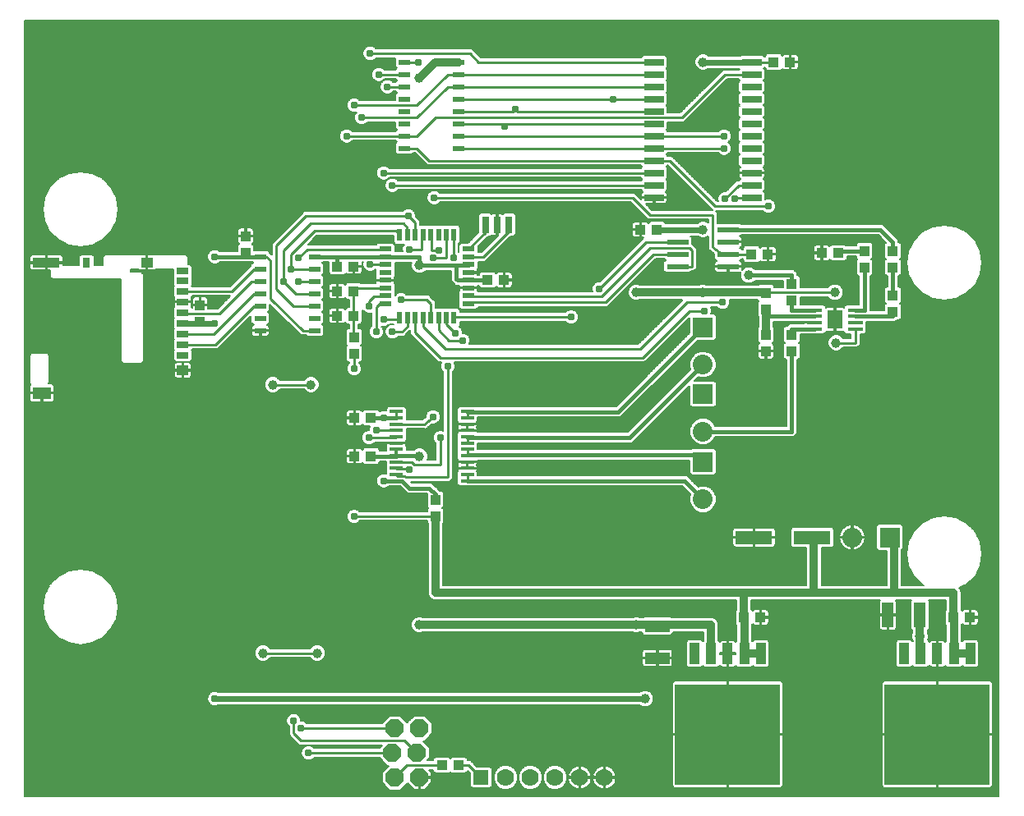
<source format=gtl>
G75*
%MOIN*%
%OFA0B0*%
%FSLAX24Y24*%
%IPPOS*%
%LPD*%
%AMOC8*
5,1,8,0,0,1.08239X$1,22.5*
%
%ADD10R,0.0500X0.0220*%
%ADD11R,0.0220X0.0500*%
%ADD12R,0.0276X0.0669*%
%ADD13R,0.0433X0.0394*%
%ADD14R,0.0550X0.0137*%
%ADD15R,0.0800X0.0800*%
%ADD16C,0.0800*%
%ADD17R,0.0594X0.0594*%
%ADD18C,0.0700*%
%ADD19OC8,0.0740*%
%ADD20R,0.0630X0.0157*%
%ADD21R,0.0618X0.0744*%
%ADD22R,0.0394X0.0433*%
%ADD23R,0.4252X0.4098*%
%ADD24R,0.0420X0.0850*%
%ADD25R,0.0984X0.0472*%
%ADD26R,0.0472X0.0984*%
%ADD27R,0.0866X0.0236*%
%ADD28R,0.0800X0.0260*%
%ADD29R,0.1496X0.0551*%
%ADD30R,0.0472X0.0236*%
%ADD31R,0.0472X0.0276*%
%ADD32R,0.0315X0.0394*%
%ADD33R,0.0472X0.0394*%
%ADD34R,0.1102X0.0394*%
%ADD35R,0.0748X0.0512*%
%ADD36C,0.0100*%
%ADD37C,0.0310*%
%ADD38C,0.0120*%
%ADD39C,0.0240*%
%ADD40C,0.0320*%
%ADD41C,0.0396*%
%ADD42C,0.0160*%
%ADD43C,0.0050*%
D10*
X024403Y029000D03*
X024403Y029315D03*
X024403Y029630D03*
X024403Y029945D03*
X024403Y030260D03*
X024403Y030575D03*
X024403Y030890D03*
X024403Y031205D03*
X027783Y031205D03*
X027783Y030890D03*
X027783Y030575D03*
X027783Y030260D03*
X027783Y029945D03*
X027783Y029630D03*
X027783Y029315D03*
X027783Y029000D03*
D11*
X027195Y028412D03*
X026880Y028412D03*
X026565Y028412D03*
X026250Y028412D03*
X025935Y028412D03*
X025620Y028412D03*
X025305Y028412D03*
X024990Y028412D03*
X024990Y031792D03*
X025305Y031792D03*
X025620Y031792D03*
X025935Y031792D03*
X026250Y031792D03*
X026565Y031792D03*
X026880Y031792D03*
X027195Y031792D03*
D12*
X028470Y032202D03*
X028943Y032202D03*
X029415Y032202D03*
D13*
X029227Y029952D03*
X028558Y029952D03*
X023127Y029502D03*
X022458Y029502D03*
X022458Y030502D03*
X023127Y030502D03*
X023127Y028502D03*
X022458Y028502D03*
X023158Y024352D03*
X023827Y024352D03*
X023827Y022802D03*
X023158Y022802D03*
X034758Y032002D03*
X035427Y032002D03*
X039258Y031002D03*
X039927Y031002D03*
X042108Y031052D03*
X042777Y031052D03*
X040827Y038802D03*
X040158Y038802D03*
X039627Y016252D03*
X038958Y016252D03*
X047458Y016252D03*
X048127Y016252D03*
X027377Y010252D03*
X026708Y010252D03*
D14*
X027732Y021795D03*
X027732Y022051D03*
X027732Y022307D03*
X027732Y022563D03*
X027732Y022819D03*
X027732Y023074D03*
X027732Y023330D03*
X027732Y023586D03*
X027732Y023842D03*
X027732Y024098D03*
X027732Y024354D03*
X027732Y024610D03*
X024853Y024610D03*
X024853Y024354D03*
X024853Y024098D03*
X024853Y023842D03*
X024853Y023586D03*
X024853Y023330D03*
X024853Y023074D03*
X024853Y022819D03*
X024853Y022563D03*
X024853Y022307D03*
X024853Y022051D03*
X024853Y021795D03*
D15*
X037293Y022567D03*
X037293Y025322D03*
X037293Y028035D03*
X044863Y019502D03*
D16*
X043345Y019502D03*
X037293Y021049D03*
X037293Y023804D03*
X037293Y026517D03*
D17*
X028293Y009752D03*
D18*
X029293Y009752D03*
X030293Y009752D03*
X031293Y009752D03*
X032293Y009752D03*
X033293Y009752D03*
D19*
X025793Y009752D03*
X024793Y009752D03*
X024693Y010752D03*
X025693Y010752D03*
X025793Y011752D03*
X024793Y011752D03*
D20*
X041816Y027969D03*
X041816Y028224D03*
X041816Y028480D03*
X041816Y028736D03*
X043469Y028736D03*
X043469Y028480D03*
X043469Y028224D03*
X043469Y027969D03*
D21*
X042643Y028352D03*
D22*
X040893Y027737D03*
X040893Y027068D03*
X039843Y027068D03*
X039843Y027737D03*
X039843Y028768D03*
X039843Y029437D03*
X040893Y029118D03*
X040893Y029787D03*
X043843Y030468D03*
X043843Y031137D03*
X044993Y031137D03*
X044993Y030468D03*
X044993Y029337D03*
X044993Y028668D03*
X026443Y021037D03*
X026443Y020368D03*
X023143Y026968D03*
X023143Y027637D03*
X018743Y031068D03*
X018743Y031737D03*
X016893Y028937D03*
X016893Y028268D03*
D23*
X038293Y011502D03*
X046793Y011502D03*
D24*
X046793Y014782D03*
X047463Y014782D03*
X048133Y014782D03*
X046123Y014782D03*
X045453Y014782D03*
X039633Y014782D03*
X038963Y014782D03*
X038293Y014782D03*
X037623Y014782D03*
X036953Y014782D03*
D25*
X035443Y014603D03*
X035443Y015902D03*
D26*
X044793Y016352D03*
X046092Y016352D03*
D27*
X038316Y030502D03*
X038316Y031002D03*
X038316Y031502D03*
X038316Y032002D03*
X036269Y032002D03*
X036269Y031502D03*
X036269Y031002D03*
X036269Y030502D03*
D28*
X035313Y033302D03*
X035313Y033802D03*
X035313Y034302D03*
X035313Y034802D03*
X035313Y035302D03*
X035313Y035802D03*
X035313Y036302D03*
X035313Y036802D03*
X035313Y037302D03*
X035313Y037802D03*
X035313Y038302D03*
X035313Y038802D03*
X039273Y038802D03*
X039273Y038302D03*
X039273Y037802D03*
X039273Y037302D03*
X039273Y036802D03*
X039273Y036302D03*
X039273Y035802D03*
X039273Y035302D03*
X039273Y034802D03*
X039273Y034302D03*
X039273Y033802D03*
X039273Y033302D03*
D29*
X039361Y019502D03*
X041724Y019502D03*
D30*
X027395Y035302D03*
X027395Y035802D03*
X027395Y036302D03*
X027395Y036802D03*
X027395Y037302D03*
X027395Y037802D03*
X027395Y038302D03*
X027395Y038802D03*
X025190Y038802D03*
X025190Y038302D03*
X025190Y037802D03*
X025190Y037302D03*
X025190Y036802D03*
X025190Y036302D03*
X025190Y035802D03*
X025190Y035302D03*
X021545Y030902D03*
X021545Y030402D03*
X021545Y029902D03*
X021545Y029402D03*
X021545Y028902D03*
X021545Y028402D03*
X021545Y027902D03*
X019340Y027902D03*
X019340Y028402D03*
X019340Y028902D03*
X019340Y029402D03*
X019340Y029902D03*
X019340Y030402D03*
X019340Y030902D03*
D31*
X016193Y030308D03*
X016193Y029934D03*
X016193Y029501D03*
X016193Y029068D03*
X016193Y028635D03*
X016193Y028202D03*
X016193Y027769D03*
X016193Y027335D03*
X016193Y026902D03*
D32*
X012295Y030662D03*
D33*
X014736Y030662D03*
X016193Y026292D03*
D34*
X010661Y030662D03*
D35*
X010484Y025367D03*
D36*
X016193Y027335D02*
X017526Y027335D01*
X019093Y028902D01*
X019340Y028902D01*
X019340Y029402D02*
X019093Y029402D01*
X017459Y027769D01*
X016193Y027769D01*
X016225Y028602D02*
X016193Y028635D01*
X016225Y028602D02*
X017693Y028602D01*
X018993Y029902D01*
X019340Y029902D01*
X019743Y029202D02*
X019743Y030752D01*
X019593Y030902D01*
X019340Y030902D01*
X019340Y030402D02*
X019093Y030402D01*
X018191Y029501D01*
X016193Y029501D01*
X019743Y029202D02*
X021093Y027902D01*
X021545Y027902D01*
X021545Y028902D02*
X020693Y028902D01*
X019993Y029602D01*
X019993Y031352D01*
X021193Y032552D01*
X025343Y032552D01*
X025620Y032275D01*
X025620Y031792D01*
X025893Y031752D02*
X025935Y031792D01*
X025893Y031752D02*
X025893Y031202D01*
X025393Y031202D01*
X026293Y031152D02*
X026593Y031152D01*
X026293Y031152D02*
X026293Y031752D01*
X026250Y031792D01*
X026880Y031792D02*
X026893Y031752D01*
X026893Y030852D01*
X026343Y030852D01*
X027193Y030852D02*
X027193Y031752D01*
X027195Y031792D01*
X027783Y031205D02*
X028470Y031892D01*
X028470Y032202D01*
X029415Y032202D02*
X029415Y031925D01*
X028380Y030890D01*
X027783Y030890D01*
X027783Y029315D02*
X027793Y029302D01*
X033193Y029302D01*
X035143Y031252D01*
X036743Y031252D01*
X036843Y031152D01*
X036843Y030502D01*
X036269Y030502D01*
X036269Y031002D02*
X035293Y031002D01*
X033343Y029052D01*
X027843Y029052D01*
X027793Y029002D01*
X027783Y029000D01*
X027243Y028452D02*
X027195Y028412D01*
X027243Y028452D02*
X031943Y028452D01*
X033093Y029602D02*
X034993Y031502D01*
X036269Y031502D01*
X035143Y032602D02*
X034443Y033302D01*
X026393Y033302D01*
X026193Y034802D02*
X035313Y034802D01*
X035943Y034802D01*
X037793Y032952D01*
X039943Y032952D01*
X039273Y033302D02*
X038643Y033302D01*
X038593Y033252D01*
X038193Y033252D02*
X038743Y033802D01*
X039273Y033802D01*
X037693Y032602D02*
X037693Y031302D01*
X038093Y031002D01*
X038316Y031002D01*
X039258Y031002D01*
X037693Y032602D02*
X035143Y032602D01*
X035313Y033802D02*
X024693Y033802D01*
X024343Y034302D02*
X035313Y034302D01*
X035313Y035302D02*
X027395Y035302D01*
X027395Y035802D02*
X035313Y035802D01*
X038143Y035802D01*
X038143Y035302D02*
X035313Y035302D01*
X035313Y036302D02*
X029343Y036302D01*
X029243Y036202D01*
X029143Y036302D01*
X027395Y036302D01*
X027395Y036802D02*
X029593Y036802D01*
X029693Y036902D01*
X029793Y036802D01*
X035313Y036802D01*
X035313Y037302D02*
X033643Y037302D01*
X027395Y037302D01*
X027395Y037802D02*
X026943Y037802D01*
X025693Y036552D01*
X023443Y036552D01*
X023143Y037052D02*
X025693Y037052D01*
X026943Y038302D01*
X027395Y038302D01*
X035313Y038302D01*
X035313Y037802D02*
X027395Y037802D01*
X028193Y038802D02*
X035313Y038802D01*
X035293Y038802D01*
X036443Y036552D02*
X038193Y038302D01*
X039273Y038302D01*
X039243Y038302D01*
X039273Y038802D02*
X040158Y038802D01*
X036443Y036552D02*
X026443Y036552D01*
X025693Y035802D01*
X025190Y035802D01*
X022843Y035802D01*
X024493Y037802D02*
X025190Y037802D01*
X025190Y038302D02*
X024143Y038302D01*
X023793Y039152D02*
X027843Y039152D01*
X028193Y038802D01*
X025743Y038802D02*
X025190Y038802D01*
X025190Y035302D02*
X025693Y035302D01*
X026193Y034802D01*
X025143Y032252D02*
X021393Y032252D01*
X020293Y031152D01*
X020293Y029902D01*
X020793Y029402D01*
X021545Y029402D01*
X021545Y029902D02*
X020893Y029902D01*
X020593Y030402D02*
X020593Y031002D01*
X021533Y031942D01*
X024840Y031942D01*
X024990Y031792D01*
X024990Y031900D01*
X024993Y031902D01*
X024953Y031942D01*
X025143Y032252D02*
X025293Y032102D01*
X025293Y031805D01*
X025305Y031792D01*
X024403Y031205D02*
X024400Y031202D01*
X021243Y031202D01*
X020893Y030852D01*
X020593Y030402D02*
X021545Y030402D01*
X023127Y029502D02*
X023255Y029630D01*
X024403Y029630D01*
X024403Y029315D02*
X024393Y029302D01*
X023943Y029302D01*
X023743Y029102D01*
X023743Y028902D01*
X024043Y028852D02*
X024190Y029000D01*
X024403Y029000D01*
X024043Y028852D02*
X024043Y027852D01*
X024343Y028352D02*
X024893Y028352D01*
X024943Y028402D01*
X024990Y028412D01*
X025305Y028412D02*
X025305Y028065D01*
X025093Y027852D01*
X024693Y027852D01*
X025620Y027825D02*
X026643Y026802D01*
X034843Y026802D01*
X036743Y028702D01*
X037343Y028702D01*
X036643Y029052D02*
X038093Y029052D01*
X036643Y029052D02*
X034743Y027152D01*
X026843Y027152D01*
X025935Y028060D01*
X025935Y028412D01*
X026243Y028420D02*
X026250Y028412D01*
X026243Y028452D01*
X026243Y028420D02*
X026243Y029002D01*
X026093Y029152D01*
X025043Y029152D01*
X025620Y028412D02*
X025620Y027825D01*
X026565Y027930D02*
X026993Y027502D01*
X027543Y027502D01*
X027243Y027802D02*
X026893Y028152D01*
X026893Y028402D01*
X026880Y028412D01*
X026565Y028412D02*
X026565Y027930D01*
X026943Y026452D02*
X026943Y021952D01*
X025243Y021952D01*
X025193Y022002D01*
X024893Y022002D01*
X024853Y022051D01*
X024843Y021802D02*
X024853Y021795D01*
X024893Y021802D01*
X024893Y022302D02*
X024853Y022307D01*
X024893Y022302D02*
X025343Y022302D01*
X025393Y022252D01*
X025593Y022452D02*
X025493Y022552D01*
X024893Y022552D01*
X024853Y022563D01*
X025593Y022452D02*
X026643Y022452D01*
X026643Y023552D01*
X025993Y024102D02*
X026343Y024402D01*
X025993Y024102D02*
X024893Y024102D01*
X024853Y024098D01*
X024843Y024352D02*
X024853Y024354D01*
X024843Y024402D01*
X024843Y024602D01*
X024853Y024610D01*
X024853Y023842D02*
X024103Y023842D01*
X024043Y023852D01*
X023743Y023552D02*
X024843Y023552D01*
X024853Y023586D01*
X024843Y023352D02*
X024862Y023340D01*
X024853Y023330D02*
X024843Y023352D01*
X027732Y023330D02*
X027743Y023352D01*
X027743Y023552D01*
X027732Y023586D01*
X027732Y023074D02*
X027743Y023052D01*
X027743Y022852D01*
X027732Y022819D01*
X027732Y022051D02*
X027743Y022002D01*
X027743Y021802D01*
X027732Y021795D01*
X026443Y020368D02*
X023058Y020368D01*
X023143Y020352D01*
X027732Y024354D02*
X027743Y024402D01*
X027743Y024602D01*
X027732Y024610D01*
X023143Y026352D02*
X023143Y026968D01*
X023143Y027637D02*
X023127Y027702D01*
X023127Y028502D01*
X023127Y029502D01*
X023820Y030575D02*
X023793Y030602D01*
X023820Y030575D02*
X024403Y030575D01*
X021393Y025702D02*
X019843Y025702D01*
X019443Y014802D02*
X021643Y014802D01*
X020693Y012052D02*
X020693Y011552D01*
X020993Y011252D01*
X025193Y011252D01*
X025693Y010752D01*
X025293Y010252D02*
X024793Y009752D01*
X025293Y010252D02*
X026708Y010252D01*
X027377Y010252D02*
X027793Y010252D01*
X028293Y009752D01*
X024693Y010752D02*
X021293Y010752D01*
X020993Y011752D02*
X024793Y011752D01*
X035443Y015902D02*
X035443Y015952D01*
X042693Y027402D02*
X043469Y027402D01*
X043469Y027969D01*
X042643Y029452D02*
X039843Y029452D01*
D37*
X038093Y029052D03*
X037343Y028702D03*
X033093Y029602D03*
X031943Y028452D03*
X027543Y027502D03*
X027243Y027802D03*
X026943Y026452D03*
X026343Y024402D03*
X026643Y023552D03*
X025393Y022252D03*
X024343Y021802D03*
X023143Y020352D03*
X023743Y023552D03*
X024043Y023852D03*
X024343Y024352D03*
X023143Y026352D03*
X024043Y027852D03*
X024343Y028352D03*
X024693Y027852D03*
X023743Y028902D03*
X025043Y029152D03*
X023793Y030602D03*
X025393Y031202D03*
X026343Y030852D03*
X026593Y031152D03*
X027193Y030852D03*
X025343Y032552D03*
X026393Y033302D03*
X024693Y033802D03*
X024343Y034302D03*
X022843Y035802D03*
X023443Y036552D03*
X023143Y037052D03*
X024493Y037802D03*
X024143Y038302D03*
X023793Y039152D03*
X025743Y038802D03*
X029243Y036202D03*
X029693Y036902D03*
X033643Y037302D03*
X038143Y035802D03*
X038143Y035302D03*
X038193Y033252D03*
X038593Y033252D03*
X039943Y032952D03*
X021793Y031552D03*
X020893Y030852D03*
X020593Y030402D03*
X020893Y029902D03*
X020293Y029902D03*
X017493Y030902D03*
X017493Y028202D03*
X017493Y012952D03*
X020693Y012052D03*
X020993Y011752D03*
X021293Y010752D03*
D38*
X024853Y022819D02*
X024853Y023074D01*
D39*
X017493Y028202D02*
X016958Y028202D01*
X016893Y028268D01*
X016826Y028202D01*
X016193Y028202D01*
X017493Y012952D02*
X034943Y012952D01*
X035427Y032002D02*
X036269Y032002D01*
X037293Y032002D01*
X037293Y038802D02*
X039273Y038802D01*
D40*
X039843Y029452D02*
X037293Y029452D01*
X034593Y029452D01*
X037293Y029452D02*
X037293Y029437D01*
X039843Y029452D02*
X039843Y029437D01*
X039843Y028768D02*
X039843Y028452D01*
X039843Y027737D01*
X041724Y019502D02*
X041793Y019502D01*
X041793Y017252D01*
X038943Y017252D01*
X026443Y017252D01*
X026443Y020368D01*
X025793Y015952D02*
X034593Y015952D01*
X035443Y015952D01*
X037623Y015952D01*
X037623Y014782D01*
X038963Y014782D02*
X038963Y016252D01*
X038958Y016252D01*
X038943Y016252D01*
X038943Y017252D01*
X038963Y014782D02*
X039633Y014782D01*
X041793Y017252D02*
X045043Y017252D01*
X045043Y019502D01*
X044863Y019502D01*
X045043Y017252D02*
X047458Y017252D01*
X047458Y016252D01*
X047463Y016252D01*
X047463Y014782D01*
X048133Y014782D01*
X046123Y014782D02*
X046093Y015502D01*
X046092Y016352D01*
X046093Y015502D02*
X046123Y015502D01*
X025793Y038152D02*
X026443Y038802D01*
X027395Y038802D01*
D41*
X025793Y038152D03*
X025793Y030552D03*
X021393Y025702D03*
X019843Y025702D03*
X025793Y022802D03*
X025793Y015952D03*
X021643Y014802D03*
X019443Y014802D03*
X034593Y015952D03*
X034943Y012952D03*
X046093Y015502D03*
X042693Y027402D03*
X042643Y029452D03*
X039143Y030152D03*
X037293Y029452D03*
X034593Y029452D03*
X037293Y032002D03*
X037293Y038802D03*
D42*
X038316Y032002D02*
X044493Y032002D01*
X044993Y031502D01*
X044993Y031137D01*
X044993Y030468D02*
X044993Y029337D01*
X044993Y028668D02*
X044993Y028480D01*
X043469Y028480D01*
X043469Y028736D02*
X043843Y028736D01*
X043843Y030468D01*
X043843Y031137D02*
X042777Y031137D01*
X042777Y031052D01*
X040893Y030152D02*
X040893Y029787D01*
X040893Y030152D02*
X039143Y030152D01*
X039843Y028480D02*
X039843Y028452D01*
X039843Y028480D02*
X041816Y028480D01*
X041816Y028736D02*
X040893Y028736D01*
X040893Y029118D01*
X040893Y027969D02*
X040893Y027737D01*
X040893Y027969D02*
X041816Y027969D01*
X040893Y027068D02*
X040893Y023804D01*
X037293Y023804D01*
X037007Y022852D02*
X037293Y022567D01*
X037007Y022852D02*
X027743Y022852D01*
X027743Y023552D02*
X034328Y023552D01*
X037293Y026517D01*
X037293Y028035D02*
X033860Y024602D01*
X027743Y024602D01*
X025793Y022819D02*
X025793Y022802D01*
X025793Y022819D02*
X024853Y022819D01*
X024853Y022802D01*
X023827Y022802D01*
X024343Y021802D02*
X024843Y021802D01*
X024893Y021802D02*
X025093Y021802D01*
X025393Y021502D01*
X026193Y021502D01*
X026443Y021252D01*
X026443Y021037D01*
X027743Y021802D02*
X036539Y021802D01*
X037293Y021049D01*
X028550Y029945D02*
X027783Y029945D01*
X027350Y029945D01*
X027293Y030002D01*
X027293Y030552D01*
X025793Y030552D01*
X025793Y030890D01*
X024403Y030890D01*
X024390Y030902D01*
X022443Y030902D01*
X022443Y030518D01*
X022458Y030502D01*
X022443Y030902D02*
X021545Y030902D01*
X019340Y030902D02*
X018693Y030902D01*
X018743Y030952D01*
X018743Y031068D01*
X018693Y030902D02*
X017493Y030902D01*
X016193Y028202D02*
X016193Y028202D01*
X023827Y024352D02*
X024343Y024352D01*
X024843Y024352D01*
X028550Y029945D02*
X028558Y029952D01*
X027783Y030552D02*
X027293Y030552D01*
X027783Y030575D02*
X027783Y030552D01*
D43*
X009793Y040502D02*
X009793Y009002D01*
X049293Y009002D01*
X049293Y040502D01*
X009793Y040502D01*
X009793Y040472D02*
X049293Y040472D01*
X049293Y040423D02*
X009793Y040423D01*
X009793Y040375D02*
X049293Y040375D01*
X049293Y040326D02*
X009793Y040326D01*
X009793Y040278D02*
X049293Y040278D01*
X049293Y040229D02*
X009793Y040229D01*
X009793Y040181D02*
X049293Y040181D01*
X049293Y040132D02*
X009793Y040132D01*
X009793Y040084D02*
X049293Y040084D01*
X049293Y040035D02*
X009793Y040035D01*
X009793Y039987D02*
X049293Y039987D01*
X049293Y039938D02*
X009793Y039938D01*
X009793Y039890D02*
X049293Y039890D01*
X049293Y039841D02*
X009793Y039841D01*
X009793Y039793D02*
X049293Y039793D01*
X049293Y039744D02*
X009793Y039744D01*
X009793Y039696D02*
X049293Y039696D01*
X049293Y039647D02*
X009793Y039647D01*
X009793Y039599D02*
X049293Y039599D01*
X049293Y039550D02*
X009793Y039550D01*
X009793Y039502D02*
X049293Y039502D01*
X049293Y039453D02*
X009793Y039453D01*
X009793Y039405D02*
X023620Y039405D01*
X023623Y039407D02*
X023538Y039322D01*
X023493Y039212D01*
X023493Y039093D01*
X023538Y038982D01*
X023623Y038898D01*
X023733Y038852D01*
X023852Y038852D01*
X023963Y038898D01*
X024022Y038957D01*
X024809Y038957D01*
X024809Y038624D01*
X024881Y038552D01*
X024826Y038497D01*
X024372Y038497D01*
X024313Y038557D01*
X024202Y038602D01*
X024083Y038602D01*
X023973Y038557D01*
X023888Y038472D01*
X023843Y038362D01*
X023843Y038243D01*
X023888Y038132D01*
X023973Y038048D01*
X024083Y038002D01*
X024202Y038002D01*
X024313Y038048D01*
X024372Y038107D01*
X024826Y038107D01*
X024881Y038052D01*
X024826Y037997D01*
X024722Y037997D01*
X024663Y038057D01*
X024552Y038102D01*
X024433Y038102D01*
X024323Y038057D01*
X024238Y037972D01*
X024193Y037862D01*
X024193Y037743D01*
X024238Y037632D01*
X024323Y037548D01*
X024433Y037502D01*
X024552Y037502D01*
X024663Y037548D01*
X024722Y037607D01*
X024826Y037607D01*
X024881Y037552D01*
X024809Y037481D01*
X024809Y037247D01*
X023372Y037247D01*
X023313Y037307D01*
X023202Y037352D01*
X023083Y037352D01*
X022973Y037307D01*
X022888Y037222D01*
X009793Y037222D01*
X009793Y037174D02*
X022868Y037174D01*
X022888Y037222D02*
X022843Y037112D01*
X022843Y036993D01*
X022888Y036882D01*
X022973Y036798D01*
X023083Y036752D01*
X023202Y036752D01*
X023230Y036764D01*
X023188Y036722D01*
X023143Y036612D01*
X023143Y036493D01*
X023188Y036382D01*
X023273Y036298D01*
X023383Y036252D01*
X023502Y036252D01*
X023613Y036298D01*
X023672Y036357D01*
X024809Y036357D01*
X024809Y036124D01*
X024881Y036052D01*
X024826Y035997D01*
X023072Y035997D01*
X023013Y036057D01*
X022902Y036102D01*
X022783Y036102D01*
X022673Y036057D01*
X022588Y035972D01*
X022543Y035862D01*
X022543Y035743D01*
X022588Y035632D01*
X022673Y035548D01*
X022783Y035502D01*
X022902Y035502D01*
X023013Y035548D01*
X023072Y035607D01*
X024826Y035607D01*
X024881Y035552D01*
X024809Y035481D01*
X024809Y035124D01*
X024894Y035039D01*
X025487Y035039D01*
X025555Y035107D01*
X025612Y035107D01*
X025998Y034722D01*
X026112Y034607D01*
X034773Y034607D01*
X034828Y034552D01*
X034773Y034497D01*
X024572Y034497D01*
X024513Y034557D01*
X024402Y034602D01*
X024283Y034602D01*
X024173Y034557D01*
X024088Y034472D01*
X024043Y034362D01*
X024043Y034243D01*
X024088Y034132D01*
X024173Y034048D01*
X024283Y034002D01*
X024402Y034002D01*
X024513Y034048D01*
X024572Y034107D01*
X034773Y034107D01*
X034828Y034052D01*
X034773Y033997D01*
X024922Y033997D01*
X024863Y034057D01*
X024752Y034102D01*
X024633Y034102D01*
X024523Y034057D01*
X024438Y033972D01*
X024393Y033862D01*
X024393Y033743D01*
X024438Y033632D01*
X024523Y033548D01*
X024633Y033502D01*
X024752Y033502D01*
X024863Y033548D01*
X024922Y033607D01*
X034773Y033607D01*
X034843Y033537D01*
X034836Y033532D01*
X034813Y033509D01*
X034796Y033481D01*
X034788Y033449D01*
X034788Y033327D01*
X035288Y033327D01*
X035288Y033277D01*
X035338Y033277D01*
X035338Y033327D01*
X035838Y033327D01*
X035838Y033449D01*
X035829Y033481D01*
X035813Y033509D01*
X035789Y033532D01*
X035782Y033537D01*
X035858Y033612D01*
X035858Y033992D01*
X035798Y034052D01*
X035858Y034112D01*
X035858Y034492D01*
X035798Y034552D01*
X035853Y034607D01*
X035862Y034607D01*
X037672Y032797D01*
X037612Y032797D01*
X035223Y032797D01*
X034973Y033047D01*
X035288Y033047D01*
X035288Y033277D01*
X034788Y033277D01*
X034788Y033233D01*
X034523Y033497D01*
X026622Y033497D01*
X026563Y033557D01*
X026452Y033602D01*
X026333Y033602D01*
X026223Y033557D01*
X026138Y033472D01*
X026093Y033362D01*
X026093Y033243D01*
X026138Y033132D01*
X026223Y033048D01*
X026333Y033002D01*
X026452Y033002D01*
X026563Y033048D01*
X026622Y033107D01*
X034362Y033107D01*
X035062Y032407D01*
X037498Y032407D01*
X037498Y032283D01*
X037487Y032293D01*
X037361Y032346D01*
X037224Y032346D01*
X037098Y032293D01*
X037072Y032267D01*
X035781Y032267D01*
X035704Y032344D01*
X035151Y032344D01*
X035077Y032271D01*
X035074Y032276D01*
X035051Y032299D01*
X035023Y032316D01*
X034991Y032324D01*
X034783Y032324D01*
X034783Y032027D01*
X034733Y032027D01*
X034733Y031977D01*
X034783Y031977D01*
X034783Y031681D01*
X034895Y031681D01*
X034798Y031583D01*
X033117Y029902D01*
X033033Y029902D01*
X032923Y029857D01*
X032838Y029772D01*
X032793Y029662D01*
X032793Y029543D01*
X032811Y029497D01*
X028165Y029497D01*
X028158Y029505D01*
X028158Y029605D01*
X027808Y029605D01*
X027808Y029655D01*
X028158Y029655D01*
X028158Y029720D01*
X028196Y029720D01*
X028196Y029696D01*
X028281Y029611D01*
X028835Y029611D01*
X028908Y029684D01*
X028911Y029679D01*
X028934Y029656D01*
X028962Y029639D01*
X028994Y029631D01*
X029202Y029631D01*
X029202Y029927D01*
X029252Y029927D01*
X029252Y029631D01*
X029460Y029631D01*
X029492Y029639D01*
X029521Y029656D01*
X032793Y029656D01*
X032793Y029608D02*
X027808Y029608D01*
X027758Y029608D02*
X024798Y029608D01*
X024798Y029656D02*
X027408Y029656D01*
X027408Y029655D02*
X027758Y029655D01*
X027758Y029605D01*
X027408Y029605D01*
X027408Y029505D01*
X027388Y029485D01*
X027388Y028830D01*
X027473Y028745D01*
X028093Y028745D01*
X028178Y028830D01*
X028178Y028857D01*
X033423Y028857D01*
X035373Y030807D01*
X035708Y030807D01*
X035763Y030752D01*
X035691Y030681D01*
X035691Y030324D01*
X035776Y030239D01*
X036762Y030239D01*
X036830Y030307D01*
X036923Y030307D01*
X037038Y030422D01*
X037038Y031233D01*
X036923Y031347D01*
X036847Y031424D01*
X036847Y031681D01*
X036790Y031737D01*
X037072Y031737D01*
X037098Y031712D01*
X037224Y031659D01*
X037361Y031659D01*
X037487Y031712D01*
X037498Y031722D01*
X037498Y031367D01*
X037488Y031355D01*
X037498Y031289D01*
X037498Y031222D01*
X037509Y031210D01*
X037511Y031195D01*
X037565Y031155D01*
X037612Y031107D01*
X037628Y031107D01*
X037738Y031025D01*
X037738Y030824D01*
X037823Y030739D01*
X037843Y030739D01*
X037835Y030737D01*
X037806Y030721D01*
X037783Y030697D01*
X037767Y030669D01*
X037758Y030637D01*
X037758Y030527D01*
X038291Y030527D01*
X038291Y030477D01*
X038341Y030477D01*
X038341Y030259D01*
X038766Y030259D01*
X038798Y030268D01*
X038826Y030284D01*
X038799Y030221D01*
X038799Y030084D01*
X038852Y029958D01*
X038948Y029862D01*
X039074Y029809D01*
X039211Y029809D01*
X039337Y029862D01*
X039403Y029927D01*
X040551Y029927D01*
X040551Y029647D01*
X040184Y029647D01*
X040184Y029714D01*
X040099Y029799D01*
X039586Y029799D01*
X039544Y029757D01*
X037453Y029757D01*
X037361Y029796D01*
X037224Y029796D01*
X037132Y029757D01*
X034753Y029757D01*
X034661Y029796D01*
X034524Y029796D01*
X034398Y029743D01*
X034302Y029647D01*
X034249Y029521D01*
X034249Y029384D01*
X034302Y029258D01*
X034398Y029162D01*
X034524Y029109D01*
X034661Y029109D01*
X034753Y029147D01*
X036462Y029147D01*
X036448Y029133D01*
X034662Y027347D01*
X027803Y027347D01*
X027843Y027443D01*
X027843Y027562D01*
X027797Y027672D01*
X027713Y027757D01*
X027602Y027802D01*
X027543Y027802D01*
X027543Y027862D01*
X027497Y027972D01*
X027413Y028057D01*
X027407Y028059D01*
X027450Y028102D01*
X027450Y028257D01*
X031713Y028257D01*
X031773Y028198D01*
X031883Y028152D01*
X032002Y028152D01*
X032113Y028198D01*
X032197Y028282D01*
X032243Y028393D01*
X032243Y028512D01*
X032197Y028622D01*
X032113Y028707D01*
X032002Y028752D01*
X031883Y028752D01*
X031773Y028707D01*
X031713Y028647D01*
X027450Y028647D01*
X027450Y028722D01*
X027365Y028807D01*
X026438Y028807D01*
X026438Y029083D01*
X026323Y029197D01*
X026173Y029347D01*
X025272Y029347D01*
X025213Y029407D01*
X025102Y029452D01*
X024983Y029452D01*
X024873Y029407D01*
X024798Y029332D01*
X024798Y029800D01*
X024778Y029820D01*
X024778Y029920D01*
X024428Y029920D01*
X024428Y029970D01*
X024778Y029970D01*
X024778Y030070D01*
X024798Y030090D01*
X024798Y030665D01*
X025468Y030665D01*
X025449Y030621D01*
X025449Y030484D01*
X025502Y030358D01*
X025598Y030262D01*
X025724Y030209D01*
X025861Y030209D01*
X025987Y030262D01*
X026053Y030327D01*
X027068Y030327D01*
X027068Y029909D01*
X027199Y029777D01*
X027257Y029720D01*
X027408Y029720D01*
X027408Y029655D01*
X027408Y029705D02*
X024798Y029705D01*
X024798Y029753D02*
X027224Y029753D01*
X027175Y029802D02*
X024796Y029802D01*
X024778Y029850D02*
X027127Y029850D01*
X027078Y029899D02*
X024778Y029899D01*
X024778Y029996D02*
X027068Y029996D01*
X027068Y030044D02*
X024778Y030044D01*
X024798Y030093D02*
X027068Y030093D01*
X027068Y030141D02*
X024798Y030141D01*
X024798Y030190D02*
X027068Y030190D01*
X027068Y030238D02*
X025930Y030238D01*
X026012Y030287D02*
X027068Y030287D01*
X027068Y029947D02*
X024428Y029947D01*
X024378Y029947D02*
X021926Y029947D01*
X021926Y029899D02*
X024028Y029899D01*
X024028Y029920D02*
X024028Y029825D01*
X023423Y029825D01*
X023404Y029844D01*
X022851Y029844D01*
X022777Y029771D01*
X022774Y029776D01*
X022751Y029799D01*
X022723Y029816D01*
X022691Y029824D01*
X022483Y029824D01*
X022483Y029527D01*
X022433Y029527D01*
X022433Y029477D01*
X022483Y029477D01*
X022483Y029181D01*
X022691Y029181D01*
X022723Y029189D01*
X022751Y029206D01*
X022774Y029229D01*
X022777Y029234D01*
X022851Y029161D01*
X022932Y029161D01*
X022932Y028844D01*
X022851Y028844D01*
X022777Y028771D01*
X022774Y028776D01*
X022751Y028799D01*
X022723Y028816D01*
X022691Y028824D01*
X022483Y028824D01*
X022483Y028527D01*
X022433Y028527D01*
X022433Y028477D01*
X022483Y028477D01*
X022483Y028181D01*
X022691Y028181D01*
X022723Y028189D01*
X022751Y028206D01*
X022774Y028229D01*
X022777Y028234D01*
X022851Y028161D01*
X022932Y028161D01*
X022932Y027999D01*
X022886Y027999D01*
X022801Y027914D01*
X022801Y027360D01*
X022859Y027302D01*
X022801Y027244D01*
X022801Y026691D01*
X022886Y026606D01*
X022948Y026606D01*
X022948Y026582D01*
X022888Y026522D01*
X022843Y026412D01*
X022843Y026293D01*
X022888Y026182D01*
X022973Y026098D01*
X023083Y026052D01*
X023202Y026052D01*
X023313Y026098D01*
X023397Y026182D01*
X023443Y026293D01*
X023443Y026412D01*
X023397Y026522D01*
X023338Y026582D01*
X023338Y026606D01*
X023399Y026606D01*
X023484Y026691D01*
X023484Y027244D01*
X023426Y027302D01*
X023484Y027360D01*
X023484Y027914D01*
X023399Y027999D01*
X023322Y027999D01*
X023322Y028161D01*
X023404Y028161D01*
X023489Y028246D01*
X023489Y028732D01*
X023573Y028648D01*
X023683Y028602D01*
X023802Y028602D01*
X023848Y028621D01*
X023848Y028082D01*
X023788Y028022D01*
X023743Y027912D01*
X023743Y027793D01*
X023788Y027682D01*
X023873Y027598D01*
X023983Y027552D01*
X024102Y027552D01*
X024213Y027598D01*
X024297Y027682D01*
X024343Y027793D01*
X024343Y027912D01*
X024297Y028022D01*
X024255Y028064D01*
X024283Y028052D01*
X024402Y028052D01*
X024513Y028098D01*
X024572Y028157D01*
X024735Y028157D01*
X024735Y028152D01*
X024633Y028152D01*
X024523Y028107D01*
X024438Y028022D01*
X024393Y027912D01*
X024393Y027793D01*
X024438Y027682D01*
X024523Y027598D01*
X024633Y027552D01*
X024752Y027552D01*
X024863Y027598D01*
X024922Y027657D01*
X025173Y027657D01*
X025288Y027772D01*
X025425Y027909D01*
X025425Y027744D01*
X026448Y026722D01*
X026562Y026607D01*
X026682Y026607D01*
X026643Y026512D01*
X026643Y026393D01*
X026688Y026282D01*
X026748Y026223D01*
X026748Y023834D01*
X026702Y023852D01*
X026583Y023852D01*
X026473Y023807D01*
X026388Y023722D01*
X026343Y023612D01*
X026343Y023493D01*
X026388Y023382D01*
X026448Y023323D01*
X026448Y022647D01*
X026100Y022647D01*
X026136Y022734D01*
X026136Y022871D01*
X026083Y022997D01*
X025987Y023093D01*
X025861Y023146D01*
X025724Y023146D01*
X025598Y023093D01*
X025548Y023044D01*
X025273Y023044D01*
X025273Y023203D01*
X025248Y023228D01*
X025253Y023245D01*
X025253Y023321D01*
X024862Y023321D01*
X024862Y023340D01*
X025253Y023340D01*
X025253Y023415D01*
X025248Y023433D01*
X025273Y023458D01*
X025273Y023907D01*
X025985Y023907D01*
X026058Y023902D01*
X026065Y023907D01*
X026073Y023907D01*
X026125Y023959D01*
X026292Y024102D01*
X026402Y024102D01*
X026513Y024148D01*
X026597Y024232D01*
X026643Y024343D01*
X026643Y024462D01*
X026597Y024572D01*
X026513Y024657D01*
X026402Y024702D01*
X026283Y024702D01*
X026173Y024657D01*
X026088Y024572D01*
X026043Y024462D01*
X026043Y024402D01*
X025920Y024297D01*
X025273Y024297D01*
X025273Y024738D01*
X025188Y024823D01*
X024518Y024823D01*
X024433Y024738D01*
X024433Y024640D01*
X024402Y024652D01*
X024283Y024652D01*
X024186Y024612D01*
X024104Y024694D01*
X023551Y024694D01*
X023477Y024621D01*
X023474Y024626D01*
X023451Y024649D01*
X023423Y024666D01*
X023391Y024674D01*
X023183Y024674D01*
X023183Y024377D01*
X023133Y024377D01*
X023133Y024327D01*
X023183Y024327D01*
X023183Y024031D01*
X023391Y024031D01*
X023423Y024039D01*
X023451Y024056D01*
X023474Y024079D01*
X023477Y024084D01*
X023551Y024011D01*
X023783Y024011D01*
X023743Y023912D01*
X023743Y023852D01*
X023683Y023852D01*
X023573Y023807D01*
X023488Y023722D01*
X023443Y023612D01*
X023443Y023493D01*
X023488Y023382D01*
X023573Y023298D01*
X023683Y023252D01*
X023802Y023252D01*
X023913Y023298D01*
X023972Y023357D01*
X024453Y023357D01*
X024453Y023340D01*
X024844Y023340D01*
X024844Y023321D01*
X024453Y023321D01*
X024453Y023245D01*
X024458Y023228D01*
X024433Y023203D01*
X024433Y023027D01*
X024189Y023027D01*
X024189Y023059D01*
X024104Y023144D01*
X023551Y023144D01*
X023477Y023071D01*
X023474Y023076D01*
X023451Y023099D01*
X023423Y023116D01*
X023391Y023124D01*
X023183Y023124D01*
X023183Y022827D01*
X023133Y022827D01*
X023133Y022777D01*
X023183Y022777D01*
X023183Y022481D01*
X023391Y022481D01*
X023423Y022489D01*
X023451Y022506D01*
X023474Y022529D01*
X023477Y022534D01*
X023551Y022461D01*
X024104Y022461D01*
X024189Y022546D01*
X024189Y022577D01*
X024433Y022577D01*
X024433Y022090D01*
X024432Y022090D01*
X024433Y022090D02*
X024402Y022102D01*
X024283Y022102D01*
X024173Y022057D01*
X024088Y021972D01*
X024043Y021862D01*
X024043Y021743D01*
X024088Y021632D01*
X024173Y021548D01*
X024283Y021502D01*
X024402Y021502D01*
X024513Y021548D01*
X024542Y021577D01*
X024999Y021577D01*
X025168Y021409D01*
X025299Y021277D01*
X026099Y021277D01*
X026101Y021276D01*
X026101Y020760D01*
X026159Y020702D01*
X026101Y020644D01*
X026101Y020563D01*
X023356Y020563D01*
X023313Y020607D01*
X023202Y020652D01*
X023083Y020652D01*
X022973Y020607D01*
X022888Y020522D01*
X022843Y020412D01*
X022843Y020293D01*
X022888Y020182D01*
X022973Y020098D01*
X023083Y020052D01*
X023202Y020052D01*
X023313Y020098D01*
X023387Y020173D01*
X026101Y020173D01*
X026101Y020091D01*
X026138Y020054D01*
X026138Y017192D01*
X026184Y017080D01*
X026270Y016994D01*
X026382Y016947D01*
X038638Y016947D01*
X038638Y016551D01*
X038596Y016509D01*
X038596Y015996D01*
X038658Y015934D01*
X038658Y015317D01*
X038611Y015270D01*
X038603Y015284D01*
X038579Y015307D01*
X038551Y015324D01*
X038519Y015332D01*
X038318Y015332D01*
X038318Y014807D01*
X038608Y014807D01*
X038608Y014757D01*
X038318Y014757D01*
X038318Y014232D01*
X038519Y014232D01*
X038551Y014241D01*
X038579Y014257D01*
X038603Y014281D01*
X038623Y014281D01*
X038611Y014294D02*
X038693Y014212D01*
X039233Y014212D01*
X039298Y014277D01*
X039363Y014212D01*
X039903Y014212D01*
X039988Y014297D01*
X039988Y015267D01*
X039903Y015352D01*
X039363Y015352D01*
X039298Y015287D01*
X039268Y015317D01*
X039268Y015944D01*
X039308Y015984D01*
X039311Y015979D01*
X039334Y015956D01*
X039362Y015939D01*
X039394Y015931D01*
X039602Y015931D01*
X039602Y016227D01*
X039652Y016227D01*
X039652Y015931D01*
X039860Y015931D01*
X039892Y015939D01*
X039921Y015956D01*
X039944Y015979D01*
X044432Y015979D01*
X044432Y016027D02*
X039966Y016027D01*
X039969Y016039D02*
X039969Y016227D01*
X039652Y016227D01*
X039652Y016277D01*
X039969Y016277D01*
X039969Y016466D01*
X039960Y016498D01*
X039944Y016526D01*
X039921Y016549D01*
X039892Y016566D01*
X039860Y016574D01*
X039652Y016574D01*
X039652Y016277D01*
X039602Y016277D01*
X039602Y016574D01*
X039394Y016574D01*
X039362Y016566D01*
X039334Y016549D01*
X039311Y016526D01*
X039308Y016521D01*
X039248Y016581D01*
X039248Y016947D01*
X044485Y016947D01*
X044480Y016945D01*
X044457Y016921D01*
X044440Y016893D01*
X044432Y016861D01*
X044432Y016377D01*
X044768Y016377D01*
X044768Y016327D01*
X044818Y016327D01*
X044818Y015735D01*
X045046Y015735D01*
X045077Y015744D01*
X045106Y015760D01*
X045129Y015784D01*
X045146Y015812D01*
X045154Y015844D01*
X045154Y016327D01*
X044818Y016327D01*
X044818Y016377D01*
X045154Y016377D01*
X045154Y016861D01*
X045146Y016893D01*
X045129Y016921D01*
X045106Y016945D01*
X045101Y016947D01*
X045754Y016947D01*
X045711Y016905D01*
X045711Y015800D01*
X045787Y015724D01*
X045788Y015662D01*
X045749Y015571D01*
X045749Y015434D01*
X045795Y015325D01*
X045796Y015296D01*
X045788Y015287D01*
X045723Y015352D01*
X045183Y015352D01*
X045098Y015267D01*
X045098Y014297D01*
X045183Y014212D01*
X045723Y014212D01*
X045788Y014277D01*
X045853Y014212D01*
X046393Y014212D01*
X046475Y014294D01*
X046483Y014281D01*
X046506Y014257D01*
X046534Y014241D01*
X046566Y014232D01*
X046768Y014232D01*
X046768Y014757D01*
X046818Y014757D01*
X046818Y014232D01*
X047019Y014232D01*
X047051Y014241D01*
X047079Y014257D01*
X047103Y014281D01*
X047123Y014281D01*
X047111Y014294D02*
X047193Y014212D01*
X047733Y014212D01*
X047798Y014277D01*
X047863Y014212D01*
X048403Y014212D01*
X048488Y014297D01*
X048488Y015267D01*
X048403Y015352D01*
X047863Y015352D01*
X047798Y015287D01*
X047768Y015317D01*
X047768Y015944D01*
X047808Y015984D01*
X047811Y015979D01*
X047834Y015956D01*
X047862Y015939D01*
X047894Y015931D01*
X048102Y015931D01*
X048102Y016227D01*
X048152Y016227D01*
X048152Y015931D01*
X048360Y015931D01*
X048392Y015939D01*
X048421Y015956D01*
X048444Y015979D01*
X049293Y015979D01*
X049293Y016027D02*
X048466Y016027D01*
X048469Y016039D02*
X048469Y016227D01*
X048152Y016227D01*
X048152Y016277D01*
X048469Y016277D01*
X048469Y016466D01*
X048460Y016498D01*
X048444Y016526D01*
X048421Y016549D01*
X048392Y016566D01*
X048360Y016574D01*
X048152Y016574D01*
X048152Y016277D01*
X048102Y016277D01*
X048102Y016574D01*
X047894Y016574D01*
X047862Y016566D01*
X047834Y016549D01*
X047811Y016526D01*
X047808Y016521D01*
X047763Y016566D01*
X047763Y017313D01*
X047717Y017425D01*
X047695Y017446D01*
X047990Y017596D01*
X048332Y017938D01*
X048332Y017938D01*
X048551Y018369D01*
X048627Y018846D01*
X048551Y019324D01*
X048332Y019755D01*
X047990Y020096D01*
X047990Y020096D01*
X047559Y020316D01*
X047082Y020391D01*
X047082Y020391D01*
X046604Y020316D01*
X046173Y020096D01*
X045832Y019755D01*
X045612Y019324D01*
X045537Y018846D01*
X045612Y018369D01*
X045832Y017938D01*
X046173Y017596D01*
X046173Y017596D01*
X046250Y017557D01*
X045348Y017557D01*
X045348Y018982D01*
X045408Y019042D01*
X045408Y019962D01*
X045323Y020047D01*
X044403Y020047D01*
X044318Y019962D01*
X044318Y019042D01*
X044403Y018957D01*
X044738Y018957D01*
X044738Y017557D01*
X042098Y017557D01*
X042098Y019082D01*
X042532Y019082D01*
X042617Y019167D01*
X042617Y019838D01*
X042532Y019923D01*
X040916Y019923D01*
X040831Y019838D01*
X040831Y019167D01*
X040916Y019082D01*
X041488Y019082D01*
X041488Y017557D01*
X026748Y017557D01*
X026748Y020054D01*
X026784Y020091D01*
X026784Y020644D01*
X026726Y020702D01*
X026784Y020760D01*
X026784Y021314D01*
X036709Y021314D01*
X036757Y021265D02*
X026784Y021265D01*
X026784Y021217D02*
X036772Y021217D01*
X036782Y021241D02*
X036748Y021157D01*
X036748Y020940D01*
X036831Y020740D01*
X036984Y020587D01*
X037184Y020504D01*
X037401Y020504D01*
X037601Y020587D01*
X037601Y020586D02*
X049293Y020586D01*
X049293Y020538D02*
X037484Y020538D01*
X037601Y020587D02*
X037755Y020740D01*
X037838Y020940D01*
X037838Y021157D01*
X037755Y021357D01*
X037601Y021511D01*
X037401Y021594D01*
X037184Y021594D01*
X037100Y021559D01*
X036632Y022027D01*
X028152Y022027D01*
X028152Y022179D01*
X028127Y022204D01*
X028132Y022222D01*
X028132Y022297D01*
X027741Y022297D01*
X027741Y022316D01*
X027723Y022316D01*
X027723Y022553D01*
X027741Y022553D01*
X027741Y022369D01*
X027741Y022316D01*
X028132Y022316D01*
X028132Y022392D01*
X028123Y022424D01*
X028117Y022435D01*
X028123Y022446D01*
X028132Y022478D01*
X036748Y022478D01*
X036748Y022526D02*
X028132Y022526D01*
X028132Y022553D02*
X027741Y022553D01*
X027741Y022572D01*
X028132Y022572D01*
X028132Y022627D01*
X036748Y022627D01*
X036748Y022106D01*
X036833Y022022D01*
X037753Y022022D01*
X037838Y022106D01*
X037838Y023027D01*
X037753Y023112D01*
X036833Y023112D01*
X036798Y023077D01*
X028152Y023077D01*
X028152Y023327D01*
X034421Y023327D01*
X036748Y025654D01*
X036748Y024862D01*
X036833Y024777D01*
X037753Y024777D01*
X037838Y024862D01*
X037838Y025782D01*
X037753Y025867D01*
X036961Y025867D01*
X037100Y026007D01*
X037184Y025972D01*
X037401Y025972D01*
X037601Y026055D01*
X037755Y026208D01*
X037838Y026409D01*
X037838Y026625D01*
X037755Y026826D01*
X037601Y026979D01*
X037401Y027062D01*
X037184Y027062D01*
X036984Y026979D01*
X036831Y026826D01*
X036748Y026625D01*
X036748Y026409D01*
X036782Y026325D01*
X034235Y023777D01*
X028132Y023777D01*
X028132Y023833D01*
X027741Y023833D01*
X027741Y023851D01*
X028132Y023851D01*
X028132Y023927D01*
X028123Y023959D01*
X028117Y023970D01*
X028123Y023981D01*
X028132Y024013D01*
X028132Y024089D01*
X027741Y024089D01*
X027741Y023905D01*
X027741Y023851D01*
X027723Y023851D01*
X027723Y023833D01*
X027332Y023833D01*
X027332Y023757D01*
X027337Y023740D01*
X027312Y023715D01*
X027312Y022690D01*
X027337Y022665D01*
X027332Y022648D01*
X027332Y022572D01*
X027723Y022572D01*
X027723Y022553D01*
X027332Y022553D01*
X027332Y022478D01*
X027138Y022478D01*
X027138Y022526D02*
X027332Y022526D01*
X027332Y022478D02*
X027340Y022446D01*
X027347Y022435D01*
X027340Y022424D01*
X027332Y022392D01*
X027332Y022316D01*
X027723Y022316D01*
X027723Y022297D01*
X027332Y022297D01*
X027332Y022222D01*
X027337Y022204D01*
X027312Y022179D01*
X027312Y021666D01*
X027397Y021581D01*
X027645Y021581D01*
X027649Y021577D01*
X036446Y021577D01*
X036782Y021241D01*
X036752Y021168D02*
X026784Y021168D01*
X026784Y021120D02*
X036748Y021120D01*
X036748Y021071D02*
X026784Y021071D01*
X026784Y021023D02*
X036748Y021023D01*
X036748Y020974D02*
X026784Y020974D01*
X026784Y020926D02*
X036753Y020926D01*
X036774Y020877D02*
X026784Y020877D01*
X026784Y020829D02*
X036794Y020829D01*
X036814Y020780D02*
X026784Y020780D01*
X026756Y020732D02*
X036838Y020732D01*
X036887Y020683D02*
X026745Y020683D01*
X026784Y020635D02*
X036935Y020635D01*
X036984Y020586D02*
X026784Y020586D01*
X026784Y020538D02*
X037101Y020538D01*
X037650Y020635D02*
X049293Y020635D01*
X049293Y020683D02*
X037698Y020683D01*
X037747Y020732D02*
X049293Y020732D01*
X049293Y020780D02*
X037771Y020780D01*
X037792Y020829D02*
X049293Y020829D01*
X049293Y020877D02*
X037812Y020877D01*
X037832Y020926D02*
X049293Y020926D01*
X049293Y020974D02*
X037838Y020974D01*
X037838Y021023D02*
X049293Y021023D01*
X049293Y021071D02*
X037838Y021071D01*
X037838Y021120D02*
X049293Y021120D01*
X049293Y021168D02*
X037833Y021168D01*
X037813Y021217D02*
X049293Y021217D01*
X049293Y021265D02*
X037793Y021265D01*
X037773Y021314D02*
X049293Y021314D01*
X049293Y021362D02*
X037749Y021362D01*
X037701Y021411D02*
X049293Y021411D01*
X049293Y021459D02*
X037652Y021459D01*
X037604Y021508D02*
X049293Y021508D01*
X049293Y021556D02*
X037491Y021556D01*
X037054Y021605D02*
X049293Y021605D01*
X049293Y021653D02*
X037006Y021653D01*
X036957Y021702D02*
X049293Y021702D01*
X049293Y021750D02*
X036909Y021750D01*
X036860Y021799D02*
X049293Y021799D01*
X049293Y021847D02*
X036812Y021847D01*
X036763Y021896D02*
X049293Y021896D01*
X049293Y021944D02*
X036715Y021944D01*
X036666Y021993D02*
X049293Y021993D01*
X049293Y022041D02*
X037773Y022041D01*
X037821Y022090D02*
X049293Y022090D01*
X049293Y022138D02*
X037838Y022138D01*
X037838Y022187D02*
X049293Y022187D01*
X049293Y022235D02*
X037838Y022235D01*
X037838Y022284D02*
X049293Y022284D01*
X049293Y022332D02*
X037838Y022332D01*
X037838Y022381D02*
X049293Y022381D01*
X049293Y022429D02*
X037838Y022429D01*
X037838Y022478D02*
X049293Y022478D01*
X049293Y022526D02*
X037838Y022526D01*
X037838Y022575D02*
X049293Y022575D01*
X049293Y022623D02*
X037838Y022623D01*
X037838Y022672D02*
X049293Y022672D01*
X049293Y022720D02*
X037838Y022720D01*
X037838Y022769D02*
X049293Y022769D01*
X049293Y022817D02*
X037838Y022817D01*
X037838Y022866D02*
X049293Y022866D01*
X049293Y022914D02*
X037838Y022914D01*
X037838Y022963D02*
X049293Y022963D01*
X049293Y023011D02*
X037838Y023011D01*
X037804Y023060D02*
X049293Y023060D01*
X049293Y023108D02*
X037756Y023108D01*
X037601Y023342D02*
X037755Y023496D01*
X037789Y023579D01*
X040986Y023579D01*
X041118Y023711D01*
X041118Y026706D01*
X041149Y026706D01*
X041234Y026791D01*
X041234Y027344D01*
X041176Y027402D01*
X041234Y027460D01*
X041234Y027744D01*
X041909Y027744D01*
X041910Y027745D01*
X042191Y027745D01*
X042276Y027830D01*
X042276Y027869D01*
X042285Y027864D01*
X042317Y027855D01*
X042618Y027855D01*
X042618Y028327D01*
X042668Y028327D01*
X042668Y027855D01*
X042968Y027855D01*
X043000Y027864D01*
X043009Y027869D01*
X043009Y027830D01*
X043094Y027745D01*
X043274Y027745D01*
X043274Y027597D01*
X042983Y027597D01*
X042887Y027693D01*
X042761Y027746D01*
X042624Y027746D01*
X042498Y027693D01*
X042402Y027597D01*
X042349Y027471D01*
X042349Y027334D01*
X042402Y027208D01*
X042498Y027112D01*
X042624Y027059D01*
X042761Y027059D01*
X042887Y027112D01*
X042983Y027207D01*
X043550Y027207D01*
X043664Y027322D01*
X043664Y027745D01*
X043844Y027745D01*
X043929Y027830D01*
X043929Y028255D01*
X045086Y028255D01*
X045137Y028306D01*
X045249Y028306D01*
X045334Y028391D01*
X045334Y028944D01*
X045276Y029002D01*
X045334Y029060D01*
X045334Y029614D01*
X045249Y029699D01*
X045218Y029699D01*
X045218Y030106D01*
X045249Y030106D01*
X045334Y030191D01*
X045334Y030744D01*
X045276Y030802D01*
X045334Y030860D01*
X045334Y031414D01*
X045249Y031499D01*
X045218Y031499D01*
X045797Y031499D01*
X045773Y031451D02*
X045298Y031451D01*
X045334Y031402D02*
X045748Y031402D01*
X045723Y031354D02*
X045334Y031354D01*
X045334Y031305D02*
X045698Y031305D01*
X045674Y031257D02*
X045334Y031257D01*
X045334Y031208D02*
X045649Y031208D01*
X045624Y031160D02*
X045334Y031160D01*
X045334Y031111D02*
X045608Y031111D01*
X045612Y031136D02*
X045537Y030658D01*
X045612Y030181D01*
X045832Y029750D01*
X046173Y029408D01*
X046604Y029189D01*
X046604Y029189D01*
X047082Y029113D01*
X047559Y029189D01*
X047990Y029408D01*
X048332Y029750D01*
X048332Y029750D01*
X048551Y030181D01*
X048627Y030658D01*
X048551Y031136D01*
X048332Y031567D01*
X047990Y031908D01*
X047990Y031908D01*
X047559Y032128D01*
X047082Y032203D01*
X046604Y032128D01*
X046173Y031908D01*
X045832Y031567D01*
X045832Y031567D01*
X045612Y031136D01*
X045612Y031136D01*
X045601Y031063D02*
X045334Y031063D01*
X045334Y031014D02*
X045593Y031014D01*
X045585Y030966D02*
X045334Y030966D01*
X045334Y030917D02*
X045578Y030917D01*
X045570Y030869D02*
X045334Y030869D01*
X045294Y030820D02*
X045562Y030820D01*
X045555Y030772D02*
X045307Y030772D01*
X045334Y030723D02*
X045547Y030723D01*
X045539Y030675D02*
X045334Y030675D01*
X045334Y030626D02*
X045542Y030626D01*
X045537Y030658D02*
X045537Y030658D01*
X045549Y030578D02*
X045334Y030578D01*
X045334Y030529D02*
X045557Y030529D01*
X045565Y030481D02*
X045334Y030481D01*
X045334Y030432D02*
X045572Y030432D01*
X045580Y030384D02*
X045334Y030384D01*
X045334Y030335D02*
X045588Y030335D01*
X045595Y030287D02*
X045334Y030287D01*
X045334Y030238D02*
X045603Y030238D01*
X045611Y030190D02*
X045333Y030190D01*
X045284Y030141D02*
X045633Y030141D01*
X045612Y030181D02*
X045612Y030181D01*
X045657Y030093D02*
X045218Y030093D01*
X045218Y030044D02*
X045682Y030044D01*
X045707Y029996D02*
X045218Y029996D01*
X045218Y029947D02*
X045731Y029947D01*
X045756Y029899D02*
X045218Y029899D01*
X045218Y029850D02*
X045781Y029850D01*
X045806Y029802D02*
X045218Y029802D01*
X045218Y029753D02*
X045830Y029753D01*
X045832Y029750D02*
X045832Y029750D01*
X045877Y029705D02*
X045218Y029705D01*
X045292Y029656D02*
X045926Y029656D01*
X045974Y029608D02*
X045334Y029608D01*
X045334Y029559D02*
X046023Y029559D01*
X046071Y029511D02*
X045334Y029511D01*
X045334Y029462D02*
X046120Y029462D01*
X046168Y029414D02*
X045334Y029414D01*
X045334Y029365D02*
X046259Y029365D01*
X046173Y029408D02*
X046173Y029408D01*
X046354Y029317D02*
X045334Y029317D01*
X045334Y029268D02*
X046449Y029268D01*
X046544Y029220D02*
X045334Y029220D01*
X045334Y029171D02*
X046718Y029171D01*
X047024Y029123D02*
X045334Y029123D01*
X045334Y029074D02*
X049293Y029074D01*
X049293Y029026D02*
X045299Y029026D01*
X045302Y028977D02*
X049293Y028977D01*
X049293Y028929D02*
X045334Y028929D01*
X045334Y028880D02*
X049293Y028880D01*
X049293Y028832D02*
X045334Y028832D01*
X045334Y028783D02*
X049293Y028783D01*
X049293Y028735D02*
X045334Y028735D01*
X045334Y028686D02*
X049293Y028686D01*
X049293Y028638D02*
X045334Y028638D01*
X045334Y028589D02*
X049293Y028589D01*
X049293Y028541D02*
X045334Y028541D01*
X045334Y028492D02*
X049293Y028492D01*
X049293Y028444D02*
X045334Y028444D01*
X045334Y028395D02*
X049293Y028395D01*
X049293Y028347D02*
X045290Y028347D01*
X045128Y028298D02*
X049293Y028298D01*
X049293Y028250D02*
X043929Y028250D01*
X043929Y028201D02*
X049293Y028201D01*
X049293Y028153D02*
X043929Y028153D01*
X043929Y028104D02*
X049293Y028104D01*
X049293Y028056D02*
X043929Y028056D01*
X043929Y028007D02*
X049293Y028007D01*
X049293Y027959D02*
X043929Y027959D01*
X043929Y027910D02*
X049293Y027910D01*
X049293Y027862D02*
X043929Y027862D01*
X043913Y027813D02*
X049293Y027813D01*
X049293Y027765D02*
X043864Y027765D01*
X043664Y027716D02*
X049293Y027716D01*
X049293Y027668D02*
X043664Y027668D01*
X043664Y027619D02*
X049293Y027619D01*
X049293Y027571D02*
X043664Y027571D01*
X043664Y027522D02*
X049293Y027522D01*
X049293Y027474D02*
X043664Y027474D01*
X043664Y027425D02*
X049293Y027425D01*
X049293Y027377D02*
X043664Y027377D01*
X043664Y027328D02*
X049293Y027328D01*
X049293Y027280D02*
X043622Y027280D01*
X043574Y027231D02*
X049293Y027231D01*
X049293Y027183D02*
X042958Y027183D01*
X042909Y027134D02*
X049293Y027134D01*
X049293Y027086D02*
X042824Y027086D01*
X042561Y027086D02*
X041234Y027086D01*
X041234Y027134D02*
X042476Y027134D01*
X042427Y027183D02*
X041234Y027183D01*
X041234Y027231D02*
X042392Y027231D01*
X042372Y027280D02*
X041234Y027280D01*
X041234Y027328D02*
X042352Y027328D01*
X042349Y027377D02*
X041202Y027377D01*
X041199Y027425D02*
X042349Y027425D01*
X042351Y027474D02*
X041234Y027474D01*
X041234Y027522D02*
X042371Y027522D01*
X042391Y027571D02*
X041234Y027571D01*
X041234Y027619D02*
X042424Y027619D01*
X042472Y027668D02*
X041234Y027668D01*
X041234Y027716D02*
X042553Y027716D01*
X042618Y027862D02*
X042668Y027862D01*
X042668Y027910D02*
X042618Y027910D01*
X042618Y027959D02*
X042668Y027959D01*
X042668Y028007D02*
X042618Y028007D01*
X042618Y028056D02*
X042668Y028056D01*
X042668Y028104D02*
X042618Y028104D01*
X042618Y028153D02*
X042668Y028153D01*
X042668Y028201D02*
X042618Y028201D01*
X042618Y028250D02*
X042668Y028250D01*
X042668Y028298D02*
X042618Y028298D01*
X042618Y028377D02*
X042618Y028849D01*
X042317Y028849D01*
X042285Y028841D01*
X042276Y028835D01*
X042276Y028875D01*
X042191Y028960D01*
X041910Y028960D01*
X041909Y028961D01*
X041234Y028961D01*
X041234Y029257D01*
X042352Y029257D01*
X042448Y029162D01*
X042574Y029109D01*
X042711Y029109D01*
X042837Y029162D01*
X042933Y029258D01*
X042986Y029384D01*
X042986Y029521D01*
X042933Y029647D01*
X042837Y029743D01*
X042711Y029796D01*
X042574Y029796D01*
X042448Y029743D01*
X042352Y029647D01*
X041234Y029647D01*
X041234Y030064D01*
X041149Y030149D01*
X041118Y030149D01*
X041118Y030246D01*
X040986Y030377D01*
X039403Y030377D01*
X039337Y030443D01*
X039211Y030496D01*
X039074Y030496D01*
X038948Y030443D01*
X038874Y030369D01*
X038874Y030477D01*
X038341Y030477D01*
X038341Y030527D01*
X038874Y030527D01*
X038874Y030637D01*
X038866Y030669D01*
X038849Y030697D01*
X038826Y030721D01*
X038798Y030737D01*
X038789Y030739D01*
X038809Y030739D01*
X038877Y030807D01*
X038896Y030807D01*
X038896Y030746D01*
X038981Y030661D01*
X039535Y030661D01*
X039608Y030734D01*
X039611Y030729D01*
X039634Y030706D01*
X039662Y030689D01*
X039694Y030681D01*
X039902Y030681D01*
X039902Y030977D01*
X039952Y030977D01*
X039952Y030681D01*
X040160Y030681D01*
X040192Y030689D01*
X040221Y030706D01*
X040244Y030729D01*
X040260Y030757D01*
X040269Y030789D01*
X040269Y030977D01*
X039952Y030977D01*
X039952Y031027D01*
X040269Y031027D01*
X040269Y031216D01*
X040260Y031248D01*
X040244Y031276D01*
X040221Y031299D01*
X040192Y031316D01*
X040160Y031324D01*
X039952Y031324D01*
X039952Y031027D01*
X039902Y031027D01*
X039902Y031324D01*
X039694Y031324D01*
X039662Y031316D01*
X039634Y031299D01*
X039611Y031276D01*
X039608Y031271D01*
X039535Y031344D01*
X038981Y031344D01*
X038896Y031259D01*
X038896Y031197D01*
X038877Y031197D01*
X038809Y031266D01*
X038789Y031266D01*
X038798Y031268D01*
X038826Y031284D01*
X038849Y031308D01*
X038866Y031336D01*
X038874Y031368D01*
X038874Y031477D01*
X038341Y031477D01*
X038341Y031527D01*
X038874Y031527D01*
X038874Y031637D01*
X038866Y031669D01*
X038849Y031697D01*
X038826Y031721D01*
X038798Y031737D01*
X038789Y031739D01*
X038809Y031739D01*
X038847Y031777D01*
X044399Y031777D01*
X044707Y031470D01*
X044651Y031414D01*
X044651Y030860D01*
X044709Y030802D01*
X044651Y030744D01*
X044651Y030191D01*
X044736Y030106D01*
X044768Y030106D01*
X044768Y029699D01*
X044736Y029699D01*
X044651Y029614D01*
X044651Y029060D01*
X044709Y029002D01*
X044651Y028944D01*
X044651Y028705D01*
X044068Y028705D01*
X044068Y030106D01*
X044099Y030106D01*
X044184Y030191D01*
X044184Y030744D01*
X044126Y030802D01*
X044184Y030860D01*
X044184Y031414D01*
X044099Y031499D01*
X043586Y031499D01*
X043501Y031414D01*
X043501Y031362D01*
X043086Y031362D01*
X043054Y031394D01*
X042501Y031394D01*
X042427Y031321D01*
X042424Y031326D01*
X042401Y031349D01*
X042373Y031366D01*
X042341Y031374D01*
X042133Y031374D01*
X042133Y031077D01*
X042083Y031077D01*
X042083Y031027D01*
X042133Y031027D01*
X042133Y030731D01*
X042341Y030731D01*
X042373Y030739D01*
X042401Y030756D01*
X042424Y030779D01*
X042427Y030784D01*
X042501Y030711D01*
X043054Y030711D01*
X043139Y030796D01*
X043139Y030912D01*
X043501Y030912D01*
X043501Y030860D01*
X043559Y030802D01*
X043501Y030744D01*
X043501Y030191D01*
X043586Y030106D01*
X043618Y030106D01*
X043618Y028961D01*
X043376Y028961D01*
X043375Y028960D01*
X043094Y028960D01*
X043009Y028875D01*
X043009Y028835D01*
X043000Y028841D01*
X042968Y028849D01*
X042668Y028849D01*
X042668Y028377D01*
X042618Y028377D01*
X042618Y028395D02*
X042668Y028395D01*
X042668Y028444D02*
X042618Y028444D01*
X042618Y028492D02*
X042668Y028492D01*
X042668Y028541D02*
X042618Y028541D01*
X042618Y028589D02*
X042668Y028589D01*
X042668Y028638D02*
X042618Y028638D01*
X042618Y028686D02*
X042668Y028686D01*
X042668Y028735D02*
X042618Y028735D01*
X042618Y028783D02*
X042668Y028783D01*
X042668Y028832D02*
X042618Y028832D01*
X042542Y029123D02*
X041234Y029123D01*
X041234Y029171D02*
X042439Y029171D01*
X042390Y029220D02*
X041234Y029220D01*
X041234Y029074D02*
X043618Y029074D01*
X043618Y029026D02*
X041234Y029026D01*
X041234Y028977D02*
X043618Y028977D01*
X043618Y029123D02*
X042743Y029123D01*
X042846Y029171D02*
X043618Y029171D01*
X043618Y029220D02*
X042895Y029220D01*
X042938Y029268D02*
X043618Y029268D01*
X043618Y029317D02*
X042958Y029317D01*
X042978Y029365D02*
X043618Y029365D01*
X043618Y029414D02*
X042986Y029414D01*
X042986Y029462D02*
X043618Y029462D01*
X043618Y029511D02*
X042986Y029511D01*
X042970Y029559D02*
X043618Y029559D01*
X043618Y029608D02*
X042950Y029608D01*
X042924Y029656D02*
X043618Y029656D01*
X043618Y029705D02*
X042876Y029705D01*
X042813Y029753D02*
X043618Y029753D01*
X043618Y029802D02*
X041234Y029802D01*
X041234Y029850D02*
X043618Y029850D01*
X043618Y029899D02*
X041234Y029899D01*
X041234Y029947D02*
X043618Y029947D01*
X043618Y029996D02*
X041234Y029996D01*
X041234Y030044D02*
X043618Y030044D01*
X043618Y030093D02*
X041206Y030093D01*
X041157Y030141D02*
X043551Y030141D01*
X043502Y030190D02*
X041118Y030190D01*
X041118Y030238D02*
X043501Y030238D01*
X043501Y030287D02*
X041077Y030287D01*
X041028Y030335D02*
X043501Y030335D01*
X043501Y030384D02*
X039397Y030384D01*
X039348Y030432D02*
X043501Y030432D01*
X043501Y030481D02*
X039247Y030481D01*
X039038Y030481D02*
X038341Y030481D01*
X038341Y030432D02*
X038291Y030432D01*
X038291Y030477D02*
X038291Y030259D01*
X037867Y030259D01*
X037835Y030268D01*
X037806Y030284D01*
X037783Y030308D01*
X037767Y030336D01*
X037758Y030368D01*
X037758Y030477D01*
X038291Y030477D01*
X038291Y030481D02*
X037038Y030481D01*
X037038Y030529D02*
X037758Y030529D01*
X037758Y030578D02*
X037038Y030578D01*
X037038Y030626D02*
X037758Y030626D01*
X037770Y030675D02*
X037038Y030675D01*
X037038Y030723D02*
X037811Y030723D01*
X037791Y030772D02*
X037038Y030772D01*
X037038Y030820D02*
X037742Y030820D01*
X037738Y030869D02*
X037038Y030869D01*
X037038Y030917D02*
X037738Y030917D01*
X037738Y030966D02*
X037038Y030966D01*
X037038Y031014D02*
X037738Y031014D01*
X037687Y031063D02*
X037038Y031063D01*
X037038Y031111D02*
X037608Y031111D01*
X037558Y031160D02*
X037038Y031160D01*
X037038Y031208D02*
X037509Y031208D01*
X037498Y031257D02*
X037014Y031257D01*
X036966Y031305D02*
X037495Y031305D01*
X037488Y031354D02*
X036917Y031354D01*
X036869Y031402D02*
X037498Y031402D01*
X037498Y031451D02*
X036847Y031451D01*
X036847Y031499D02*
X037498Y031499D01*
X037498Y031548D02*
X036847Y031548D01*
X036847Y031596D02*
X037498Y031596D01*
X037498Y031645D02*
X036847Y031645D01*
X036835Y031693D02*
X037143Y031693D01*
X037442Y031693D02*
X037498Y031693D01*
X037498Y032324D02*
X037414Y032324D01*
X037498Y032372D02*
X029698Y032372D01*
X029698Y032324D02*
X034522Y032324D01*
X034525Y032324D02*
X034493Y032316D01*
X034465Y032299D01*
X034441Y032276D01*
X034425Y032248D01*
X034416Y032216D01*
X034416Y032027D01*
X034733Y032027D01*
X034733Y032324D01*
X034525Y032324D01*
X034441Y032275D02*
X029698Y032275D01*
X029698Y032227D02*
X034419Y032227D01*
X034416Y032178D02*
X029698Y032178D01*
X029698Y032130D02*
X034416Y032130D01*
X034416Y032081D02*
X029698Y032081D01*
X029698Y032033D02*
X034416Y032033D01*
X034416Y031977D02*
X034416Y031789D01*
X034425Y031757D01*
X034441Y031729D01*
X034465Y031706D01*
X034493Y031689D01*
X034525Y031681D01*
X034733Y031681D01*
X034733Y031977D01*
X034416Y031977D01*
X034416Y031936D02*
X029698Y031936D01*
X029698Y031984D02*
X034733Y031984D01*
X034733Y031936D02*
X034783Y031936D01*
X034783Y031887D02*
X034733Y031887D01*
X034733Y031839D02*
X034783Y031839D01*
X034783Y031790D02*
X034733Y031790D01*
X034733Y031742D02*
X034783Y031742D01*
X034783Y031693D02*
X034733Y031693D01*
X034810Y031596D02*
X029362Y031596D01*
X029313Y031548D02*
X034762Y031548D01*
X034713Y031499D02*
X029265Y031499D01*
X029216Y031451D02*
X034665Y031451D01*
X034616Y031402D02*
X029168Y031402D01*
X029119Y031354D02*
X034568Y031354D01*
X034519Y031305D02*
X029071Y031305D01*
X029022Y031257D02*
X034471Y031257D01*
X034422Y031208D02*
X028974Y031208D01*
X028925Y031160D02*
X034374Y031160D01*
X034325Y031111D02*
X028877Y031111D01*
X028828Y031063D02*
X034277Y031063D01*
X034228Y031014D02*
X028780Y031014D01*
X028731Y030966D02*
X034180Y030966D01*
X034131Y030917D02*
X028683Y030917D01*
X028634Y030869D02*
X034083Y030869D01*
X034034Y030820D02*
X028586Y030820D01*
X028537Y030772D02*
X033986Y030772D01*
X033937Y030723D02*
X028489Y030723D01*
X028461Y030695D02*
X029489Y031723D01*
X029613Y031723D01*
X029698Y031808D01*
X029698Y032597D01*
X029613Y032682D01*
X029217Y032682D01*
X029165Y032630D01*
X029157Y032637D01*
X029129Y032654D01*
X029097Y032662D01*
X028968Y032662D01*
X028968Y032227D01*
X028918Y032227D01*
X028918Y032662D01*
X028788Y032662D01*
X028757Y032654D01*
X028728Y032637D01*
X028721Y032630D01*
X028668Y032682D01*
X028272Y032682D01*
X028187Y032597D01*
X028187Y031885D01*
X027762Y031460D01*
X027473Y031460D01*
X027388Y031375D01*
X027388Y031082D01*
X027388Y031420D01*
X027450Y031482D01*
X027450Y032102D01*
X027365Y032187D01*
X025815Y032187D01*
X025815Y032356D01*
X025643Y032528D01*
X025643Y032612D01*
X025597Y032722D01*
X025513Y032807D01*
X025402Y032852D01*
X025283Y032852D01*
X025173Y032807D01*
X025113Y032747D01*
X021112Y032747D01*
X020998Y032633D01*
X019798Y031433D01*
X019798Y030973D01*
X019788Y030983D01*
X019721Y031049D01*
X019721Y031081D01*
X019637Y031166D01*
X019084Y031166D01*
X019084Y031344D01*
X019011Y031418D01*
X019016Y031421D01*
X019039Y031444D01*
X019056Y031472D01*
X019064Y031504D01*
X019064Y031712D01*
X018768Y031712D01*
X018768Y031762D01*
X019064Y031762D01*
X019064Y031970D01*
X019056Y032002D01*
X019039Y032030D01*
X019016Y032054D01*
X018988Y032070D01*
X018956Y032079D01*
X018768Y032079D01*
X018768Y031762D01*
X018718Y031762D01*
X018718Y032079D01*
X018529Y032079D01*
X018497Y032070D01*
X018469Y032054D01*
X018446Y032030D01*
X018429Y032002D01*
X018421Y031970D01*
X018421Y031762D01*
X018718Y031762D01*
X018718Y031712D01*
X018421Y031712D01*
X018421Y031504D01*
X018429Y031472D01*
X018446Y031444D01*
X018469Y031421D01*
X018474Y031418D01*
X018401Y031344D01*
X018401Y031127D01*
X017692Y031127D01*
X017663Y031157D01*
X017552Y031202D01*
X017433Y031202D01*
X017323Y031157D01*
X017238Y031072D01*
X017193Y030962D01*
X017193Y030843D01*
X017238Y030732D01*
X017323Y030648D01*
X017433Y030602D01*
X017552Y030602D01*
X017663Y030648D01*
X017692Y030677D01*
X019006Y030677D01*
X019031Y030652D01*
X018959Y030581D01*
X018959Y030545D01*
X018898Y030483D01*
X018110Y029696D01*
X016574Y029696D01*
X016574Y029699D01*
X016555Y029717D01*
X016574Y029736D01*
X016574Y030506D01*
X016489Y030591D01*
X016397Y030591D01*
X016397Y030899D01*
X016312Y030984D01*
X014912Y030984D01*
X014761Y030984D01*
X014761Y030687D01*
X014711Y030687D01*
X014711Y030984D01*
X014560Y030984D01*
X014560Y030984D01*
X013022Y030984D01*
X012937Y030899D01*
X012937Y030551D01*
X012597Y030551D01*
X012597Y030919D01*
X012512Y031004D01*
X012077Y031004D01*
X011992Y030919D01*
X011992Y030551D01*
X011337Y030551D01*
X011337Y030637D01*
X010686Y030637D01*
X010686Y030340D01*
X010811Y030340D01*
X010811Y030071D01*
X010896Y029986D01*
X013685Y029986D01*
X013685Y026646D01*
X013770Y026561D01*
X014520Y026561D01*
X014605Y026646D01*
X014605Y030191D01*
X014520Y030276D01*
X014093Y030276D01*
X014093Y030399D01*
X014394Y030399D01*
X014400Y030389D01*
X014423Y030365D01*
X014451Y030349D01*
X014483Y030340D01*
X014711Y030340D01*
X014711Y030637D01*
X014761Y030637D01*
X014761Y030340D01*
X014989Y030340D01*
X015020Y030349D01*
X015049Y030365D01*
X015072Y030389D01*
X015078Y030399D01*
X015811Y030399D01*
X015811Y029736D01*
X015830Y029717D01*
X015811Y029699D01*
X015811Y029303D01*
X015847Y029267D01*
X015840Y029254D01*
X015831Y029222D01*
X015831Y029093D01*
X016168Y029093D01*
X016168Y029043D01*
X015831Y029043D01*
X015831Y028914D01*
X015840Y028882D01*
X015847Y028869D01*
X015811Y028833D01*
X015811Y028437D01*
X015830Y028418D01*
X015811Y028399D01*
X015811Y028004D01*
X015830Y027985D01*
X015811Y027966D01*
X015811Y027571D01*
X015830Y027552D01*
X015811Y027533D01*
X015811Y027138D01*
X015830Y027119D01*
X015811Y027100D01*
X015811Y026705D01*
X015896Y026620D01*
X016489Y026620D01*
X016574Y026705D01*
X016574Y027100D01*
X016555Y027119D01*
X016574Y027138D01*
X016574Y027140D01*
X017606Y027140D01*
X018959Y028493D01*
X018959Y028224D01*
X019044Y028139D01*
X019064Y028139D01*
X019056Y028137D01*
X019027Y028121D01*
X019004Y028097D01*
X018988Y028069D01*
X018979Y028037D01*
X018979Y027927D01*
X019315Y027927D01*
X019315Y027877D01*
X019365Y027877D01*
X019365Y027659D01*
X019593Y027659D01*
X019625Y027668D01*
X019653Y027684D01*
X019676Y027708D01*
X019693Y027736D01*
X019701Y027768D01*
X019701Y027877D01*
X019365Y027877D01*
X019365Y027927D01*
X019701Y027927D01*
X019701Y028037D01*
X019693Y028069D01*
X019676Y028097D01*
X019653Y028121D01*
X019625Y028137D01*
X019616Y028139D01*
X019637Y028139D01*
X019721Y028224D01*
X019721Y028581D01*
X019650Y028652D01*
X019721Y028724D01*
X019721Y028952D01*
X020956Y027763D01*
X021012Y027707D01*
X021014Y027707D01*
X021016Y027706D01*
X021094Y027707D01*
X021181Y027707D01*
X021249Y027639D01*
X021841Y027639D01*
X021926Y027724D01*
X021926Y028081D01*
X021854Y028152D01*
X021926Y028224D01*
X021926Y028581D01*
X021854Y028652D01*
X021926Y028724D01*
X021926Y029081D01*
X021854Y029152D01*
X021926Y029224D01*
X021926Y029581D01*
X021854Y029652D01*
X021926Y029724D01*
X021926Y030081D01*
X021854Y030152D01*
X021926Y030224D01*
X021926Y030581D01*
X021854Y030652D01*
X021879Y030677D01*
X022096Y030677D01*
X022096Y030246D01*
X022181Y030161D01*
X022735Y030161D01*
X022808Y030234D01*
X022811Y030229D01*
X022834Y030206D01*
X022862Y030189D01*
X022894Y030181D01*
X023102Y030181D01*
X023102Y030477D01*
X023152Y030477D01*
X023152Y030181D01*
X023360Y030181D01*
X023392Y030189D01*
X023421Y030206D01*
X023444Y030229D01*
X023460Y030257D01*
X023469Y030289D01*
X023469Y030477D01*
X023152Y030477D01*
X023152Y030527D01*
X023469Y030527D01*
X023469Y030677D01*
X023499Y030677D01*
X023493Y030662D01*
X023493Y030543D01*
X023538Y030432D01*
X023623Y030348D01*
X023733Y030302D01*
X023852Y030302D01*
X023963Y030348D01*
X023994Y030380D01*
X024008Y030380D01*
X024008Y030090D01*
X024028Y030070D01*
X024028Y029970D01*
X024378Y029970D01*
X024378Y029920D01*
X024028Y029920D01*
X024028Y029850D02*
X021926Y029850D01*
X021926Y029802D02*
X022169Y029802D01*
X022165Y029799D02*
X022141Y029776D01*
X022125Y029748D01*
X022116Y029716D01*
X022116Y029527D01*
X022433Y029527D01*
X022433Y029824D01*
X022225Y029824D01*
X022193Y029816D01*
X022165Y029799D01*
X022128Y029753D02*
X021926Y029753D01*
X021906Y029705D02*
X022116Y029705D01*
X022116Y029656D02*
X021858Y029656D01*
X021899Y029608D02*
X022116Y029608D01*
X022116Y029559D02*
X021926Y029559D01*
X021926Y029511D02*
X022433Y029511D01*
X022433Y029477D02*
X022116Y029477D01*
X022116Y029289D01*
X022125Y029257D01*
X022141Y029229D01*
X022165Y029206D01*
X022193Y029189D01*
X022225Y029181D01*
X022433Y029181D01*
X022433Y029477D01*
X022433Y029462D02*
X022483Y029462D01*
X022483Y029414D02*
X022433Y029414D01*
X022433Y029365D02*
X022483Y029365D01*
X022483Y029317D02*
X022433Y029317D01*
X022433Y029268D02*
X022483Y029268D01*
X022483Y029220D02*
X022433Y029220D01*
X022151Y029220D02*
X021921Y029220D01*
X021926Y029268D02*
X022122Y029268D01*
X022116Y029317D02*
X021926Y029317D01*
X021926Y029365D02*
X022116Y029365D01*
X022116Y029414D02*
X021926Y029414D01*
X021926Y029462D02*
X022116Y029462D01*
X022433Y029559D02*
X022483Y029559D01*
X022483Y029608D02*
X022433Y029608D01*
X022433Y029656D02*
X022483Y029656D01*
X022483Y029705D02*
X022433Y029705D01*
X022433Y029753D02*
X022483Y029753D01*
X022483Y029802D02*
X022433Y029802D01*
X022747Y029802D02*
X022808Y029802D01*
X022763Y030190D02*
X022862Y030190D01*
X023102Y030190D02*
X023152Y030190D01*
X023152Y030238D02*
X023102Y030238D01*
X023102Y030287D02*
X023152Y030287D01*
X023152Y030335D02*
X023102Y030335D01*
X023102Y030384D02*
X023152Y030384D01*
X023152Y030432D02*
X023102Y030432D01*
X023152Y030481D02*
X023518Y030481D01*
X023498Y030529D02*
X023469Y030529D01*
X023469Y030578D02*
X023493Y030578D01*
X023493Y030626D02*
X023469Y030626D01*
X023469Y030675D02*
X023498Y030675D01*
X023469Y030432D02*
X023539Y030432D01*
X023587Y030384D02*
X023469Y030384D01*
X023469Y030335D02*
X023654Y030335D01*
X023468Y030287D02*
X024008Y030287D01*
X024008Y030335D02*
X023931Y030335D01*
X024008Y030238D02*
X023449Y030238D01*
X023393Y030190D02*
X024008Y030190D01*
X024008Y030141D02*
X021866Y030141D01*
X021891Y030190D02*
X022152Y030190D01*
X022104Y030238D02*
X021926Y030238D01*
X021926Y030287D02*
X022096Y030287D01*
X022096Y030335D02*
X021926Y030335D01*
X021926Y030384D02*
X022096Y030384D01*
X022096Y030432D02*
X021926Y030432D01*
X021926Y030481D02*
X022096Y030481D01*
X022096Y030529D02*
X021926Y030529D01*
X021926Y030578D02*
X022096Y030578D01*
X022096Y030626D02*
X021881Y030626D01*
X021876Y030675D02*
X022096Y030675D01*
X021914Y030093D02*
X024008Y030093D01*
X024028Y030044D02*
X021926Y030044D01*
X021926Y029996D02*
X024028Y029996D01*
X024798Y030238D02*
X025655Y030238D01*
X025573Y030287D02*
X024798Y030287D01*
X024798Y030335D02*
X025525Y030335D01*
X025491Y030384D02*
X024798Y030384D01*
X024798Y030432D02*
X025471Y030432D01*
X025451Y030481D02*
X024798Y030481D01*
X024798Y030529D02*
X025449Y030529D01*
X025449Y030578D02*
X024798Y030578D01*
X024798Y030626D02*
X025452Y030626D01*
X025104Y031115D02*
X024798Y031115D01*
X024798Y031375D01*
X024713Y031460D01*
X024093Y031460D01*
X024030Y031397D01*
X021263Y031397D01*
X021613Y031747D01*
X024735Y031747D01*
X024735Y031482D01*
X024820Y031397D01*
X025163Y031397D01*
X025138Y031372D01*
X025093Y031262D01*
X025093Y031143D01*
X025104Y031115D01*
X025093Y031160D02*
X024798Y031160D01*
X024798Y031208D02*
X025093Y031208D01*
X025093Y031257D02*
X024798Y031257D01*
X024798Y031305D02*
X025110Y031305D01*
X025130Y031354D02*
X024798Y031354D01*
X024816Y031402D02*
X024770Y031402D01*
X024767Y031451D02*
X024722Y031451D01*
X024735Y031499D02*
X021365Y031499D01*
X021316Y031451D02*
X024083Y031451D01*
X024035Y031402D02*
X021268Y031402D01*
X021413Y031548D02*
X024735Y031548D01*
X024735Y031596D02*
X021462Y031596D01*
X021510Y031645D02*
X024735Y031645D01*
X024735Y031693D02*
X021559Y031693D01*
X021607Y031742D02*
X024735Y031742D01*
X025126Y032760D02*
X013578Y032760D01*
X013585Y032809D02*
X025177Y032809D01*
X025508Y032809D02*
X034661Y032809D01*
X034612Y032857D02*
X013582Y032857D01*
X013588Y032823D02*
X013512Y033301D01*
X013293Y033732D01*
X012951Y034073D01*
X012951Y034073D01*
X012520Y034293D01*
X012043Y034368D01*
X012043Y034368D01*
X011565Y034293D01*
X011134Y034073D01*
X010793Y033732D01*
X010573Y033301D01*
X010573Y033301D01*
X010498Y032823D01*
X010573Y032346D01*
X010793Y031915D01*
X011134Y031573D01*
X011565Y031354D01*
X011565Y031354D01*
X012043Y031278D01*
X012520Y031354D01*
X012951Y031573D01*
X013293Y031915D01*
X013293Y031915D01*
X013512Y032346D01*
X013588Y032823D01*
X013575Y032906D02*
X034564Y032906D01*
X034515Y032954D02*
X013567Y032954D01*
X013559Y033003D02*
X026333Y033003D01*
X026453Y033003D02*
X034467Y033003D01*
X034418Y033051D02*
X026565Y033051D01*
X026614Y033100D02*
X034370Y033100D01*
X034630Y033391D02*
X034788Y033391D01*
X034788Y033439D02*
X034582Y033439D01*
X034533Y033488D02*
X034800Y033488D01*
X034842Y033536D02*
X026583Y033536D01*
X026495Y033585D02*
X034795Y033585D01*
X034788Y033342D02*
X034679Y033342D01*
X034727Y033294D02*
X035288Y033294D01*
X035288Y033245D02*
X035338Y033245D01*
X035338Y033277D02*
X035338Y033047D01*
X035729Y033047D01*
X035761Y033056D01*
X035789Y033072D01*
X035813Y033096D01*
X035829Y033124D01*
X035838Y033156D01*
X035838Y033277D01*
X035338Y033277D01*
X035338Y033294D02*
X037176Y033294D01*
X037127Y033342D02*
X035838Y033342D01*
X035838Y033391D02*
X037079Y033391D01*
X037030Y033439D02*
X035838Y033439D01*
X035825Y033488D02*
X036982Y033488D01*
X036933Y033536D02*
X035783Y033536D01*
X035830Y033585D02*
X036885Y033585D01*
X036836Y033633D02*
X035858Y033633D01*
X035858Y033682D02*
X036788Y033682D01*
X036739Y033730D02*
X035858Y033730D01*
X035858Y033779D02*
X036691Y033779D01*
X036642Y033827D02*
X035858Y033827D01*
X035858Y033876D02*
X036594Y033876D01*
X036545Y033924D02*
X035858Y033924D01*
X035858Y033973D02*
X036497Y033973D01*
X036448Y034021D02*
X035829Y034021D01*
X035815Y034070D02*
X036400Y034070D01*
X036351Y034118D02*
X035858Y034118D01*
X035858Y034167D02*
X036303Y034167D01*
X036254Y034215D02*
X035858Y034215D01*
X035858Y034264D02*
X036206Y034264D01*
X036157Y034312D02*
X035858Y034312D01*
X035858Y034361D02*
X036109Y034361D01*
X036060Y034409D02*
X035858Y034409D01*
X035858Y034458D02*
X036012Y034458D01*
X035963Y034506D02*
X035844Y034506D01*
X035800Y034555D02*
X035915Y034555D01*
X035866Y034603D02*
X035848Y034603D01*
X035853Y034997D02*
X035798Y035052D01*
X035853Y035107D01*
X037913Y035107D01*
X037973Y035048D01*
X038083Y035002D01*
X038202Y035002D01*
X038313Y035048D01*
X038397Y035132D01*
X038443Y035243D01*
X038443Y035362D01*
X038397Y035472D01*
X038317Y035552D01*
X038397Y035632D01*
X038443Y035743D01*
X038443Y035862D01*
X038397Y035972D01*
X038313Y036057D01*
X038202Y036102D01*
X038083Y036102D01*
X037973Y036057D01*
X037913Y035997D01*
X035853Y035997D01*
X035798Y036052D01*
X035858Y036112D01*
X035858Y036357D01*
X036523Y036357D01*
X038273Y038107D01*
X038733Y038107D01*
X038788Y038052D01*
X038728Y037992D01*
X038728Y037612D01*
X038788Y037552D01*
X038728Y037492D01*
X038728Y037112D01*
X038788Y037052D01*
X038728Y036992D01*
X038728Y036612D01*
X038788Y036552D01*
X038728Y036492D01*
X038728Y036112D01*
X038788Y036052D01*
X038728Y035992D01*
X038728Y035612D01*
X038788Y035552D01*
X038728Y035492D01*
X038728Y035112D01*
X038788Y035052D01*
X038728Y034992D01*
X038728Y034612D01*
X038803Y034537D01*
X038796Y034532D01*
X038773Y034509D01*
X038756Y034481D01*
X038748Y034449D01*
X038748Y034327D01*
X039248Y034327D01*
X039248Y034277D01*
X038748Y034277D01*
X038748Y034156D01*
X038756Y034124D01*
X038773Y034096D01*
X038796Y034072D01*
X038803Y034068D01*
X038733Y033997D01*
X038662Y033997D01*
X038548Y033883D01*
X038217Y033552D01*
X038133Y033552D01*
X038023Y033507D01*
X037938Y033422D01*
X037893Y033312D01*
X037893Y033193D01*
X037911Y033147D01*
X037873Y033147D01*
X036138Y034883D01*
X036023Y034997D01*
X035853Y034997D01*
X035811Y035040D02*
X037993Y035040D01*
X037933Y035088D02*
X035833Y035088D01*
X036030Y034991D02*
X038728Y034991D01*
X038728Y034943D02*
X036078Y034943D01*
X036127Y034894D02*
X038728Y034894D01*
X038728Y034846D02*
X036175Y034846D01*
X036224Y034797D02*
X038728Y034797D01*
X038728Y034749D02*
X036272Y034749D01*
X036321Y034700D02*
X038728Y034700D01*
X038728Y034652D02*
X036369Y034652D01*
X036418Y034603D02*
X038737Y034603D01*
X038785Y034555D02*
X036466Y034555D01*
X036515Y034506D02*
X038771Y034506D01*
X038750Y034458D02*
X036563Y034458D01*
X036612Y034409D02*
X038748Y034409D01*
X038748Y034361D02*
X036660Y034361D01*
X036709Y034312D02*
X039248Y034312D01*
X039298Y034312D02*
X049293Y034312D01*
X049293Y034264D02*
X039798Y034264D01*
X039798Y034277D02*
X039298Y034277D01*
X039298Y034327D01*
X039798Y034327D01*
X039798Y034449D01*
X039789Y034481D01*
X039773Y034509D01*
X039749Y034532D01*
X039742Y034537D01*
X039818Y034612D01*
X039818Y034992D01*
X039758Y035052D01*
X039818Y035112D01*
X039818Y035492D01*
X039758Y035552D01*
X039818Y035612D01*
X039818Y035992D01*
X039758Y036052D01*
X039818Y036112D01*
X039818Y036492D01*
X039758Y036552D01*
X039818Y036612D01*
X039818Y036992D01*
X039758Y037052D01*
X039818Y037112D01*
X039818Y037492D01*
X039758Y037552D01*
X039818Y037612D01*
X039818Y037992D01*
X039758Y038052D01*
X039818Y038112D01*
X039818Y038492D01*
X039758Y038552D01*
X039796Y038591D01*
X039796Y038546D01*
X039881Y038461D01*
X040435Y038461D01*
X040508Y038534D01*
X040511Y038529D01*
X040534Y038506D01*
X040562Y038489D01*
X040594Y038481D01*
X040802Y038481D01*
X040802Y038777D01*
X040852Y038777D01*
X040852Y038481D01*
X041060Y038481D01*
X041092Y038489D01*
X041121Y038506D01*
X041144Y038529D01*
X041160Y038557D01*
X041169Y038589D01*
X041169Y038777D01*
X040852Y038777D01*
X040852Y038827D01*
X041169Y038827D01*
X041169Y039016D01*
X041160Y039048D01*
X041144Y039076D01*
X041121Y039099D01*
X041092Y039116D01*
X041060Y039124D01*
X040852Y039124D01*
X040852Y038827D01*
X040802Y038827D01*
X040802Y039124D01*
X040594Y039124D01*
X040562Y039116D01*
X040534Y039099D01*
X040511Y039076D01*
X040508Y039071D01*
X040435Y039144D01*
X039881Y039144D01*
X039796Y039059D01*
X039796Y039014D01*
X039733Y039077D01*
X038813Y039077D01*
X038803Y039067D01*
X037513Y039067D01*
X037487Y039093D01*
X037361Y039146D01*
X037224Y039146D01*
X037098Y039093D01*
X037002Y038997D01*
X036949Y038871D01*
X036949Y038734D01*
X037002Y038608D01*
X037098Y038512D01*
X037224Y038459D01*
X037361Y038459D01*
X037487Y038512D01*
X037513Y038537D01*
X038773Y038537D01*
X038733Y038497D01*
X038112Y038497D01*
X037998Y038383D01*
X036362Y036747D01*
X035858Y036747D01*
X035858Y036992D01*
X035798Y037052D01*
X035858Y037112D01*
X035858Y037492D01*
X035798Y037552D01*
X035858Y037612D01*
X035858Y037992D01*
X035798Y038052D01*
X035858Y038112D01*
X035858Y038492D01*
X035798Y038552D01*
X035858Y038612D01*
X035858Y038992D01*
X035773Y039077D01*
X034853Y039077D01*
X034773Y038997D01*
X028273Y038997D01*
X027923Y039347D01*
X024022Y039347D01*
X023963Y039407D01*
X023852Y039452D01*
X023733Y039452D01*
X023623Y039407D01*
X023572Y039356D02*
X009793Y039356D01*
X009793Y039308D02*
X023532Y039308D01*
X023512Y039259D02*
X009793Y039259D01*
X009793Y039211D02*
X023493Y039211D01*
X023493Y039162D02*
X009793Y039162D01*
X009793Y039114D02*
X023493Y039114D01*
X023504Y039065D02*
X009793Y039065D01*
X009793Y039017D02*
X023524Y039017D01*
X023553Y038968D02*
X009793Y038968D01*
X009793Y038920D02*
X023601Y038920D01*
X023688Y038871D02*
X009793Y038871D01*
X009793Y038823D02*
X024809Y038823D01*
X024809Y038871D02*
X023897Y038871D01*
X023984Y038920D02*
X024809Y038920D01*
X024809Y038774D02*
X009793Y038774D01*
X009793Y038726D02*
X024809Y038726D01*
X024809Y038677D02*
X009793Y038677D01*
X009793Y038629D02*
X024809Y038629D01*
X024853Y038580D02*
X024256Y038580D01*
X024338Y038532D02*
X024860Y038532D01*
X024838Y038095D02*
X024570Y038095D01*
X024673Y038047D02*
X024875Y038047D01*
X024826Y037998D02*
X024721Y037998D01*
X024415Y038095D02*
X024359Y038095D01*
X024312Y038047D02*
X024309Y038047D01*
X024264Y037998D02*
X009793Y037998D01*
X009793Y037950D02*
X024229Y037950D01*
X024209Y037901D02*
X009793Y037901D01*
X009793Y037853D02*
X024193Y037853D01*
X024193Y037804D02*
X009793Y037804D01*
X009793Y037756D02*
X024193Y037756D01*
X024207Y037707D02*
X009793Y037707D01*
X009793Y037659D02*
X024227Y037659D01*
X024261Y037610D02*
X009793Y037610D01*
X009793Y037562D02*
X024309Y037562D01*
X024407Y037513D02*
X009793Y037513D01*
X009793Y037465D02*
X024809Y037465D01*
X024809Y037416D02*
X009793Y037416D01*
X009793Y037368D02*
X024809Y037368D01*
X024809Y037319D02*
X023283Y037319D01*
X023349Y037271D02*
X024809Y037271D01*
X024841Y037513D02*
X024578Y037513D01*
X024676Y037562D02*
X024872Y037562D01*
X023976Y038047D02*
X009793Y038047D01*
X009793Y038095D02*
X023926Y038095D01*
X023884Y038144D02*
X009793Y038144D01*
X009793Y038192D02*
X023864Y038192D01*
X023843Y038241D02*
X009793Y038241D01*
X009793Y038289D02*
X023843Y038289D01*
X023843Y038338D02*
X009793Y038338D01*
X009793Y038386D02*
X023853Y038386D01*
X023873Y038435D02*
X009793Y038435D01*
X009793Y038483D02*
X023899Y038483D01*
X023947Y038532D02*
X009793Y038532D01*
X009793Y038580D02*
X024029Y038580D01*
X024013Y039356D02*
X049293Y039356D01*
X049293Y039308D02*
X027963Y039308D01*
X028012Y039259D02*
X049293Y039259D01*
X049293Y039211D02*
X028060Y039211D01*
X028109Y039162D02*
X049293Y039162D01*
X049293Y039114D02*
X041096Y039114D01*
X041150Y039065D02*
X049293Y039065D01*
X049293Y039017D02*
X041169Y039017D01*
X041169Y038968D02*
X049293Y038968D01*
X049293Y038920D02*
X041169Y038920D01*
X041169Y038871D02*
X049293Y038871D01*
X049293Y038823D02*
X040852Y038823D01*
X040852Y038871D02*
X040802Y038871D01*
X040802Y038920D02*
X040852Y038920D01*
X040852Y038968D02*
X040802Y038968D01*
X040802Y039017D02*
X040852Y039017D01*
X040852Y039065D02*
X040802Y039065D01*
X040802Y039114D02*
X040852Y039114D01*
X040559Y039114D02*
X040465Y039114D01*
X040802Y038774D02*
X040852Y038774D01*
X040852Y038726D02*
X040802Y038726D01*
X040802Y038677D02*
X040852Y038677D01*
X040852Y038629D02*
X040802Y038629D01*
X040802Y038580D02*
X040852Y038580D01*
X040852Y038532D02*
X040802Y038532D01*
X040802Y038483D02*
X040852Y038483D01*
X041070Y038483D02*
X049293Y038483D01*
X049293Y038435D02*
X039818Y038435D01*
X039818Y038483D02*
X039859Y038483D01*
X039810Y038532D02*
X039778Y038532D01*
X039785Y038580D02*
X039796Y038580D01*
X039818Y038386D02*
X049293Y038386D01*
X049293Y038338D02*
X039818Y038338D01*
X039818Y038289D02*
X049293Y038289D01*
X049293Y038241D02*
X039818Y038241D01*
X039818Y038192D02*
X049293Y038192D01*
X049293Y038144D02*
X039818Y038144D01*
X039800Y038095D02*
X049293Y038095D01*
X049293Y038047D02*
X039763Y038047D01*
X039812Y037998D02*
X049293Y037998D01*
X049293Y037950D02*
X039818Y037950D01*
X039818Y037901D02*
X049293Y037901D01*
X049293Y037853D02*
X039818Y037853D01*
X039818Y037804D02*
X049293Y037804D01*
X049293Y037756D02*
X039818Y037756D01*
X039818Y037707D02*
X049293Y037707D01*
X049293Y037659D02*
X039818Y037659D01*
X039815Y037610D02*
X049293Y037610D01*
X049293Y037562D02*
X039767Y037562D01*
X039797Y037513D02*
X049293Y037513D01*
X049293Y037465D02*
X039818Y037465D01*
X039818Y037416D02*
X049293Y037416D01*
X049293Y037368D02*
X039818Y037368D01*
X039818Y037319D02*
X049293Y037319D01*
X049293Y037271D02*
X039818Y037271D01*
X039818Y037222D02*
X049293Y037222D01*
X049293Y037174D02*
X039818Y037174D01*
X039818Y037125D02*
X049293Y037125D01*
X049293Y037077D02*
X039782Y037077D01*
X039782Y037028D02*
X049293Y037028D01*
X049293Y036980D02*
X039818Y036980D01*
X039818Y036931D02*
X049293Y036931D01*
X049293Y036883D02*
X039818Y036883D01*
X039818Y036834D02*
X049293Y036834D01*
X049293Y036786D02*
X039818Y036786D01*
X039818Y036737D02*
X049293Y036737D01*
X049293Y036689D02*
X039818Y036689D01*
X039818Y036640D02*
X049293Y036640D01*
X049293Y036592D02*
X039797Y036592D01*
X039767Y036543D02*
X049293Y036543D01*
X049293Y036495D02*
X039816Y036495D01*
X039818Y036446D02*
X049293Y036446D01*
X049293Y036398D02*
X039818Y036398D01*
X039818Y036349D02*
X049293Y036349D01*
X049293Y036301D02*
X039818Y036301D01*
X039818Y036252D02*
X049293Y036252D01*
X049293Y036204D02*
X039818Y036204D01*
X039818Y036155D02*
X049293Y036155D01*
X049293Y036107D02*
X039812Y036107D01*
X039763Y036058D02*
X049293Y036058D01*
X049293Y036010D02*
X039801Y036010D01*
X039818Y035961D02*
X049293Y035961D01*
X049293Y035913D02*
X039818Y035913D01*
X039818Y035864D02*
X049293Y035864D01*
X049293Y035816D02*
X039818Y035816D01*
X039818Y035767D02*
X049293Y035767D01*
X049293Y035719D02*
X039818Y035719D01*
X039818Y035670D02*
X049293Y035670D01*
X049293Y035622D02*
X039818Y035622D01*
X039778Y035573D02*
X049293Y035573D01*
X049293Y035525D02*
X039786Y035525D01*
X039818Y035476D02*
X049293Y035476D01*
X049293Y035428D02*
X039818Y035428D01*
X039818Y035379D02*
X049293Y035379D01*
X049293Y035331D02*
X039818Y035331D01*
X039818Y035282D02*
X049293Y035282D01*
X049293Y035234D02*
X039818Y035234D01*
X039818Y035185D02*
X049293Y035185D01*
X049293Y035137D02*
X039818Y035137D01*
X039793Y035088D02*
X049293Y035088D01*
X049293Y035040D02*
X039771Y035040D01*
X039818Y034991D02*
X049293Y034991D01*
X049293Y034943D02*
X039818Y034943D01*
X039818Y034894D02*
X049293Y034894D01*
X049293Y034846D02*
X039818Y034846D01*
X039818Y034797D02*
X049293Y034797D01*
X049293Y034749D02*
X039818Y034749D01*
X039818Y034700D02*
X049293Y034700D01*
X049293Y034652D02*
X039818Y034652D01*
X039808Y034603D02*
X049293Y034603D01*
X049293Y034555D02*
X039760Y034555D01*
X039774Y034506D02*
X049293Y034506D01*
X049293Y034458D02*
X039795Y034458D01*
X039798Y034409D02*
X049293Y034409D01*
X049293Y034361D02*
X039798Y034361D01*
X039798Y034277D02*
X039798Y034156D01*
X039789Y034124D01*
X039773Y034096D01*
X039749Y034072D01*
X039742Y034068D01*
X039818Y033992D01*
X039818Y033612D01*
X039758Y033552D01*
X039818Y033492D01*
X039818Y033225D01*
X039883Y033252D01*
X040002Y033252D01*
X040113Y033207D01*
X040197Y033122D01*
X040243Y033012D01*
X040243Y032893D01*
X040197Y032782D01*
X040113Y032698D01*
X040002Y032652D01*
X039883Y032652D01*
X039773Y032698D01*
X039713Y032757D01*
X037813Y032757D01*
X037888Y032683D01*
X037888Y032266D01*
X038809Y032266D01*
X038847Y032227D01*
X044586Y032227D01*
X045086Y031727D01*
X045218Y031596D01*
X045218Y031499D01*
X045218Y031548D02*
X045822Y031548D01*
X045861Y031596D02*
X045217Y031596D01*
X045169Y031645D02*
X045910Y031645D01*
X045958Y031693D02*
X045120Y031693D01*
X045072Y031742D02*
X046007Y031742D01*
X046055Y031790D02*
X045023Y031790D01*
X044975Y031839D02*
X046104Y031839D01*
X046152Y031887D02*
X044926Y031887D01*
X044878Y031936D02*
X046227Y031936D01*
X046173Y031908D02*
X046173Y031908D01*
X046322Y031984D02*
X044829Y031984D01*
X044781Y032033D02*
X046417Y032033D01*
X046512Y032081D02*
X044732Y032081D01*
X044684Y032130D02*
X046615Y032130D01*
X046604Y032128D02*
X046604Y032128D01*
X046921Y032178D02*
X044635Y032178D01*
X044587Y032227D02*
X049293Y032227D01*
X049293Y032275D02*
X037888Y032275D01*
X037888Y032324D02*
X049293Y032324D01*
X049293Y032372D02*
X037888Y032372D01*
X037888Y032421D02*
X049293Y032421D01*
X049293Y032469D02*
X037888Y032469D01*
X037888Y032518D02*
X049293Y032518D01*
X049293Y032566D02*
X037888Y032566D01*
X037888Y032615D02*
X049293Y032615D01*
X049293Y032663D02*
X040028Y032663D01*
X040126Y032712D02*
X049293Y032712D01*
X049293Y032760D02*
X040174Y032760D01*
X040208Y032809D02*
X049293Y032809D01*
X049293Y032857D02*
X040228Y032857D01*
X040243Y032906D02*
X049293Y032906D01*
X049293Y032954D02*
X040243Y032954D01*
X040243Y033003D02*
X049293Y033003D01*
X049293Y033051D02*
X040226Y033051D01*
X040206Y033100D02*
X049293Y033100D01*
X049293Y033148D02*
X040171Y033148D01*
X040123Y033197D02*
X049293Y033197D01*
X049293Y033245D02*
X040020Y033245D01*
X039865Y033245D02*
X039818Y033245D01*
X039818Y033294D02*
X049293Y033294D01*
X049293Y033342D02*
X039818Y033342D01*
X039818Y033391D02*
X049293Y033391D01*
X049293Y033439D02*
X039818Y033439D01*
X039818Y033488D02*
X049293Y033488D01*
X049293Y033536D02*
X039774Y033536D01*
X039790Y033585D02*
X049293Y033585D01*
X049293Y033633D02*
X039818Y033633D01*
X039818Y033682D02*
X049293Y033682D01*
X049293Y033730D02*
X039818Y033730D01*
X039818Y033779D02*
X049293Y033779D01*
X049293Y033827D02*
X039818Y033827D01*
X039818Y033876D02*
X049293Y033876D01*
X049293Y033924D02*
X039818Y033924D01*
X039818Y033973D02*
X049293Y033973D01*
X049293Y034021D02*
X039789Y034021D01*
X039744Y034070D02*
X049293Y034070D01*
X049293Y034118D02*
X039786Y034118D01*
X039798Y034167D02*
X049293Y034167D01*
X049293Y034215D02*
X039798Y034215D01*
X038801Y034070D02*
X036951Y034070D01*
X036903Y034118D02*
X038760Y034118D01*
X038748Y034167D02*
X036854Y034167D01*
X036806Y034215D02*
X038748Y034215D01*
X038748Y034264D02*
X036757Y034264D01*
X037000Y034021D02*
X038756Y034021D01*
X038637Y033973D02*
X037048Y033973D01*
X037097Y033924D02*
X038588Y033924D01*
X038540Y033876D02*
X037145Y033876D01*
X037194Y033827D02*
X038491Y033827D01*
X038443Y033779D02*
X037242Y033779D01*
X037291Y033730D02*
X038394Y033730D01*
X038346Y033682D02*
X037339Y033682D01*
X037388Y033633D02*
X038297Y033633D01*
X038249Y033585D02*
X037436Y033585D01*
X037485Y033536D02*
X038093Y033536D01*
X038003Y033488D02*
X037533Y033488D01*
X037582Y033439D02*
X037955Y033439D01*
X037925Y033391D02*
X037630Y033391D01*
X037679Y033342D02*
X037905Y033342D01*
X037893Y033294D02*
X037727Y033294D01*
X037776Y033245D02*
X037893Y033245D01*
X037893Y033197D02*
X037824Y033197D01*
X037873Y033148D02*
X037911Y033148D01*
X037612Y032857D02*
X035164Y032857D01*
X035212Y032809D02*
X037661Y032809D01*
X037564Y032906D02*
X035115Y032906D01*
X035067Y032954D02*
X037515Y032954D01*
X037467Y033003D02*
X035018Y033003D01*
X035288Y033051D02*
X035338Y033051D01*
X035338Y033100D02*
X035288Y033100D01*
X035288Y033148D02*
X035338Y033148D01*
X035338Y033197D02*
X035288Y033197D01*
X035743Y033051D02*
X037418Y033051D01*
X037370Y033100D02*
X035815Y033100D01*
X035835Y033148D02*
X037321Y033148D01*
X037273Y033197D02*
X035838Y033197D01*
X035838Y033245D02*
X037224Y033245D01*
X037859Y032712D02*
X039759Y032712D01*
X039857Y032663D02*
X037888Y032663D01*
X037171Y032324D02*
X035725Y032324D01*
X035773Y032275D02*
X037080Y032275D01*
X038341Y031499D02*
X044678Y031499D01*
X044688Y031451D02*
X044148Y031451D01*
X044184Y031402D02*
X044651Y031402D01*
X044651Y031354D02*
X044184Y031354D01*
X044184Y031305D02*
X044651Y031305D01*
X044651Y031257D02*
X044184Y031257D01*
X044184Y031208D02*
X044651Y031208D01*
X044651Y031160D02*
X044184Y031160D01*
X044184Y031111D02*
X044651Y031111D01*
X044651Y031063D02*
X044184Y031063D01*
X044184Y031014D02*
X044651Y031014D01*
X044651Y030966D02*
X044184Y030966D01*
X044184Y030917D02*
X044651Y030917D01*
X044651Y030869D02*
X044184Y030869D01*
X044144Y030820D02*
X044691Y030820D01*
X044678Y030772D02*
X044157Y030772D01*
X044184Y030723D02*
X044651Y030723D01*
X044651Y030675D02*
X044184Y030675D01*
X044184Y030626D02*
X044651Y030626D01*
X044651Y030578D02*
X044184Y030578D01*
X044184Y030529D02*
X044651Y030529D01*
X044651Y030481D02*
X044184Y030481D01*
X044184Y030432D02*
X044651Y030432D01*
X044651Y030384D02*
X044184Y030384D01*
X044184Y030335D02*
X044651Y030335D01*
X044651Y030287D02*
X044184Y030287D01*
X044184Y030238D02*
X044651Y030238D01*
X044652Y030190D02*
X044183Y030190D01*
X044134Y030141D02*
X044701Y030141D01*
X044768Y030093D02*
X044068Y030093D01*
X044068Y030044D02*
X044768Y030044D01*
X044768Y029996D02*
X044068Y029996D01*
X044068Y029947D02*
X044768Y029947D01*
X044768Y029899D02*
X044068Y029899D01*
X044068Y029850D02*
X044768Y029850D01*
X044768Y029802D02*
X044068Y029802D01*
X044068Y029753D02*
X044768Y029753D01*
X044768Y029705D02*
X044068Y029705D01*
X044068Y029656D02*
X044693Y029656D01*
X044651Y029608D02*
X044068Y029608D01*
X044068Y029559D02*
X044651Y029559D01*
X044651Y029511D02*
X044068Y029511D01*
X044068Y029462D02*
X044651Y029462D01*
X044651Y029414D02*
X044068Y029414D01*
X044068Y029365D02*
X044651Y029365D01*
X044651Y029317D02*
X044068Y029317D01*
X044068Y029268D02*
X044651Y029268D01*
X044651Y029220D02*
X044068Y029220D01*
X044068Y029171D02*
X044651Y029171D01*
X044651Y029123D02*
X044068Y029123D01*
X044068Y029074D02*
X044651Y029074D01*
X044686Y029026D02*
X044068Y029026D01*
X044068Y028977D02*
X044683Y028977D01*
X044651Y028929D02*
X044068Y028929D01*
X044068Y028880D02*
X044651Y028880D01*
X044651Y028832D02*
X044068Y028832D01*
X044068Y028783D02*
X044651Y028783D01*
X044651Y028735D02*
X044068Y028735D01*
X043063Y028929D02*
X042222Y028929D01*
X042271Y028880D02*
X043014Y028880D01*
X042361Y029656D02*
X041234Y029656D01*
X041234Y029705D02*
X042409Y029705D01*
X042472Y029753D02*
X041234Y029753D01*
X040551Y029753D02*
X040145Y029753D01*
X040184Y029705D02*
X040551Y029705D01*
X040551Y029656D02*
X040184Y029656D01*
X040551Y029802D02*
X034367Y029802D01*
X034416Y029850D02*
X038976Y029850D01*
X038911Y029899D02*
X034464Y029899D01*
X034513Y029947D02*
X038863Y029947D01*
X038836Y029996D02*
X034561Y029996D01*
X034610Y030044D02*
X038816Y030044D01*
X038799Y030093D02*
X034658Y030093D01*
X034707Y030141D02*
X038799Y030141D01*
X038799Y030190D02*
X034755Y030190D01*
X034804Y030238D02*
X038807Y030238D01*
X038874Y030384D02*
X038888Y030384D01*
X038874Y030432D02*
X038937Y030432D01*
X038874Y030529D02*
X043501Y030529D01*
X043501Y030578D02*
X038874Y030578D01*
X038874Y030626D02*
X043501Y030626D01*
X043501Y030675D02*
X039548Y030675D01*
X039597Y030723D02*
X039616Y030723D01*
X039902Y030723D02*
X039952Y030723D01*
X039952Y030772D02*
X039902Y030772D01*
X039902Y030820D02*
X039952Y030820D01*
X039952Y030869D02*
X039902Y030869D01*
X039902Y030917D02*
X039952Y030917D01*
X039952Y030966D02*
X039902Y030966D01*
X039952Y031014D02*
X041766Y031014D01*
X041766Y031027D02*
X041766Y030839D01*
X041775Y030807D01*
X041791Y030779D01*
X041815Y030756D01*
X041843Y030739D01*
X041875Y030731D01*
X042083Y030731D01*
X042083Y031027D01*
X041766Y031027D01*
X041766Y031077D02*
X042083Y031077D01*
X042083Y031374D01*
X041875Y031374D01*
X041843Y031366D01*
X041815Y031349D01*
X041791Y031326D01*
X041775Y031298D01*
X041766Y031266D01*
X041766Y031077D01*
X041766Y031111D02*
X040269Y031111D01*
X040269Y031063D02*
X042083Y031063D01*
X042083Y031111D02*
X042133Y031111D01*
X042133Y031160D02*
X042083Y031160D01*
X042083Y031208D02*
X042133Y031208D01*
X042133Y031257D02*
X042083Y031257D01*
X042083Y031305D02*
X042133Y031305D01*
X042133Y031354D02*
X042083Y031354D01*
X041822Y031354D02*
X038870Y031354D01*
X038874Y031402D02*
X043501Y031402D01*
X043538Y031451D02*
X038874Y031451D01*
X038874Y031548D02*
X044629Y031548D01*
X044581Y031596D02*
X038874Y031596D01*
X038872Y031645D02*
X044532Y031645D01*
X044484Y031693D02*
X038852Y031693D01*
X038812Y031742D02*
X044435Y031742D01*
X043501Y030869D02*
X043139Y030869D01*
X043139Y030820D02*
X043541Y030820D01*
X043528Y030772D02*
X043115Y030772D01*
X043066Y030723D02*
X043501Y030723D01*
X042488Y030723D02*
X040238Y030723D01*
X040264Y030772D02*
X041799Y030772D01*
X041772Y030820D02*
X040269Y030820D01*
X040269Y030869D02*
X041766Y030869D01*
X041766Y030917D02*
X040269Y030917D01*
X040269Y030966D02*
X041766Y030966D01*
X041766Y031160D02*
X040269Y031160D01*
X040269Y031208D02*
X041766Y031208D01*
X041766Y031257D02*
X040255Y031257D01*
X040211Y031305D02*
X041779Y031305D01*
X042083Y031014D02*
X042133Y031014D01*
X042133Y030966D02*
X042083Y030966D01*
X042083Y030917D02*
X042133Y030917D01*
X042133Y030869D02*
X042083Y030869D01*
X042083Y030820D02*
X042133Y030820D01*
X042133Y030772D02*
X042083Y030772D01*
X042417Y030772D02*
X042440Y030772D01*
X042460Y031354D02*
X042394Y031354D01*
X040551Y029899D02*
X039374Y029899D01*
X039309Y029850D02*
X040551Y029850D01*
X039559Y029102D02*
X039501Y029044D01*
X039501Y028491D01*
X039538Y028454D01*
X039538Y028051D01*
X039501Y028014D01*
X039501Y027460D01*
X039574Y027387D01*
X039569Y027384D01*
X039546Y027361D01*
X039529Y027333D01*
X039521Y027301D01*
X039521Y027093D01*
X039818Y027093D01*
X039818Y027043D01*
X039868Y027043D01*
X039868Y027093D01*
X040164Y027093D01*
X040164Y027301D01*
X040156Y027333D01*
X040139Y027361D01*
X040116Y027384D01*
X040111Y027387D01*
X040184Y027460D01*
X040184Y028014D01*
X040148Y028051D01*
X040148Y028255D01*
X041376Y028255D01*
X041376Y028239D01*
X041801Y028239D01*
X041801Y028210D01*
X041376Y028210D01*
X041376Y028194D01*
X040799Y028194D01*
X040704Y028099D01*
X040636Y028099D01*
X040551Y028014D01*
X040551Y027460D01*
X040609Y027402D01*
X040551Y027344D01*
X040551Y026791D01*
X040636Y026706D01*
X040668Y026706D01*
X040668Y024029D01*
X037789Y024029D01*
X037755Y024113D01*
X037601Y024266D01*
X037401Y024349D01*
X037184Y024349D01*
X036984Y024266D01*
X036831Y024113D01*
X036748Y023913D01*
X036748Y023696D01*
X036831Y023496D01*
X036984Y023342D01*
X037184Y023259D01*
X037401Y023259D01*
X037601Y023342D01*
X037610Y023351D02*
X049293Y023351D01*
X049293Y023399D02*
X037658Y023399D01*
X037707Y023448D02*
X049293Y023448D01*
X049293Y023496D02*
X037755Y023496D01*
X037775Y023545D02*
X049293Y023545D01*
X049293Y023593D02*
X041000Y023593D01*
X041048Y023642D02*
X049293Y023642D01*
X049293Y023690D02*
X041097Y023690D01*
X041118Y023739D02*
X049293Y023739D01*
X049293Y023787D02*
X041118Y023787D01*
X041118Y023836D02*
X049293Y023836D01*
X049293Y023884D02*
X041118Y023884D01*
X041118Y023933D02*
X049293Y023933D01*
X049293Y023981D02*
X041118Y023981D01*
X041118Y024030D02*
X049293Y024030D01*
X049293Y024078D02*
X041118Y024078D01*
X041118Y024127D02*
X049293Y024127D01*
X049293Y024175D02*
X041118Y024175D01*
X041118Y024224D02*
X049293Y024224D01*
X049293Y024272D02*
X041118Y024272D01*
X041118Y024321D02*
X049293Y024321D01*
X049293Y024369D02*
X041118Y024369D01*
X041118Y024418D02*
X049293Y024418D01*
X049293Y024466D02*
X041118Y024466D01*
X041118Y024515D02*
X049293Y024515D01*
X049293Y024564D02*
X041118Y024564D01*
X041118Y024612D02*
X049293Y024612D01*
X049293Y024661D02*
X041118Y024661D01*
X041118Y024709D02*
X049293Y024709D01*
X049293Y024758D02*
X041118Y024758D01*
X041118Y024806D02*
X049293Y024806D01*
X049293Y024855D02*
X041118Y024855D01*
X041118Y024903D02*
X049293Y024903D01*
X049293Y024952D02*
X041118Y024952D01*
X041118Y025000D02*
X049293Y025000D01*
X049293Y025049D02*
X041118Y025049D01*
X041118Y025097D02*
X049293Y025097D01*
X049293Y025146D02*
X041118Y025146D01*
X041118Y025194D02*
X049293Y025194D01*
X049293Y025243D02*
X041118Y025243D01*
X041118Y025291D02*
X049293Y025291D01*
X049293Y025340D02*
X041118Y025340D01*
X041118Y025388D02*
X049293Y025388D01*
X049293Y025437D02*
X041118Y025437D01*
X041118Y025485D02*
X049293Y025485D01*
X049293Y025534D02*
X041118Y025534D01*
X041118Y025582D02*
X049293Y025582D01*
X049293Y025631D02*
X041118Y025631D01*
X041118Y025679D02*
X049293Y025679D01*
X049293Y025728D02*
X041118Y025728D01*
X041118Y025776D02*
X049293Y025776D01*
X049293Y025825D02*
X041118Y025825D01*
X041118Y025873D02*
X049293Y025873D01*
X049293Y025922D02*
X041118Y025922D01*
X041118Y025970D02*
X049293Y025970D01*
X049293Y026019D02*
X041118Y026019D01*
X041118Y026067D02*
X049293Y026067D01*
X049293Y026116D02*
X041118Y026116D01*
X041118Y026164D02*
X049293Y026164D01*
X049293Y026213D02*
X041118Y026213D01*
X041118Y026261D02*
X049293Y026261D01*
X049293Y026310D02*
X041118Y026310D01*
X041118Y026358D02*
X049293Y026358D01*
X049293Y026407D02*
X041118Y026407D01*
X041118Y026455D02*
X049293Y026455D01*
X049293Y026504D02*
X041118Y026504D01*
X041118Y026552D02*
X049293Y026552D01*
X049293Y026601D02*
X041118Y026601D01*
X041118Y026649D02*
X049293Y026649D01*
X049293Y026698D02*
X041118Y026698D01*
X041189Y026746D02*
X049293Y026746D01*
X049293Y026795D02*
X041234Y026795D01*
X041234Y026843D02*
X049293Y026843D01*
X049293Y026892D02*
X041234Y026892D01*
X041234Y026940D02*
X049293Y026940D01*
X049293Y026989D02*
X041234Y026989D01*
X041234Y027037D02*
X049293Y027037D01*
X049293Y029123D02*
X047139Y029123D01*
X047082Y029113D02*
X047082Y029113D01*
X047445Y029171D02*
X049293Y029171D01*
X049293Y029220D02*
X047619Y029220D01*
X047559Y029189D02*
X047559Y029189D01*
X047714Y029268D02*
X049293Y029268D01*
X049293Y029317D02*
X047809Y029317D01*
X047904Y029365D02*
X049293Y029365D01*
X049293Y029414D02*
X047995Y029414D01*
X047990Y029408D02*
X047990Y029408D01*
X048043Y029462D02*
X049293Y029462D01*
X049293Y029511D02*
X048092Y029511D01*
X048140Y029559D02*
X049293Y029559D01*
X049293Y029608D02*
X048189Y029608D01*
X048237Y029656D02*
X049293Y029656D01*
X049293Y029705D02*
X048286Y029705D01*
X048333Y029753D02*
X049293Y029753D01*
X049293Y029802D02*
X048358Y029802D01*
X048382Y029850D02*
X049293Y029850D01*
X049293Y029899D02*
X048407Y029899D01*
X048432Y029947D02*
X049293Y029947D01*
X049293Y029996D02*
X048456Y029996D01*
X048481Y030044D02*
X049293Y030044D01*
X049293Y030093D02*
X048506Y030093D01*
X048531Y030141D02*
X049293Y030141D01*
X049293Y030190D02*
X048552Y030190D01*
X048551Y030181D02*
X048551Y030181D01*
X048560Y030238D02*
X049293Y030238D01*
X049293Y030287D02*
X048568Y030287D01*
X048575Y030335D02*
X049293Y030335D01*
X049293Y030384D02*
X048583Y030384D01*
X048591Y030432D02*
X049293Y030432D01*
X049293Y030481D02*
X048598Y030481D01*
X048606Y030529D02*
X049293Y030529D01*
X049293Y030578D02*
X048614Y030578D01*
X048621Y030626D02*
X049293Y030626D01*
X049293Y030675D02*
X048624Y030675D01*
X048616Y030723D02*
X049293Y030723D01*
X049293Y030772D02*
X048609Y030772D01*
X048601Y030820D02*
X049293Y030820D01*
X049293Y030869D02*
X048593Y030869D01*
X048586Y030917D02*
X049293Y030917D01*
X049293Y030966D02*
X048578Y030966D01*
X048570Y031014D02*
X049293Y031014D01*
X049293Y031063D02*
X048563Y031063D01*
X048555Y031111D02*
X049293Y031111D01*
X049293Y031160D02*
X048539Y031160D01*
X048551Y031136D02*
X048551Y031136D01*
X048514Y031208D02*
X049293Y031208D01*
X049293Y031257D02*
X048489Y031257D01*
X048465Y031305D02*
X049293Y031305D01*
X049293Y031354D02*
X048440Y031354D01*
X048415Y031402D02*
X049293Y031402D01*
X049293Y031451D02*
X048391Y031451D01*
X048366Y031499D02*
X049293Y031499D01*
X049293Y031548D02*
X048341Y031548D01*
X048332Y031567D02*
X048332Y031567D01*
X048302Y031596D02*
X049293Y031596D01*
X049293Y031645D02*
X048254Y031645D01*
X048205Y031693D02*
X049293Y031693D01*
X049293Y031742D02*
X048157Y031742D01*
X048108Y031790D02*
X049293Y031790D01*
X049293Y031839D02*
X048060Y031839D01*
X048011Y031887D02*
X049293Y031887D01*
X049293Y031936D02*
X047936Y031936D01*
X047841Y031984D02*
X049293Y031984D01*
X049293Y032033D02*
X047746Y032033D01*
X047651Y032081D02*
X049293Y032081D01*
X049293Y032130D02*
X047548Y032130D01*
X047559Y032128D02*
X047559Y032128D01*
X047242Y032178D02*
X049293Y032178D01*
X047082Y032203D02*
X047082Y032203D01*
X043274Y027716D02*
X042832Y027716D01*
X042913Y027668D02*
X043274Y027668D01*
X043274Y027619D02*
X042961Y027619D01*
X043075Y027765D02*
X042211Y027765D01*
X042259Y027813D02*
X043026Y027813D01*
X043009Y027862D02*
X042991Y027862D01*
X042294Y027862D02*
X042276Y027862D01*
X041376Y028201D02*
X040148Y028201D01*
X040148Y028153D02*
X040758Y028153D01*
X040710Y028104D02*
X040148Y028104D01*
X040148Y028056D02*
X040593Y028056D01*
X040551Y028007D02*
X040184Y028007D01*
X040184Y027959D02*
X040551Y027959D01*
X040551Y027910D02*
X040184Y027910D01*
X040184Y027862D02*
X040551Y027862D01*
X040551Y027813D02*
X040184Y027813D01*
X040184Y027765D02*
X040551Y027765D01*
X040551Y027716D02*
X040184Y027716D01*
X040184Y027668D02*
X040551Y027668D01*
X040551Y027619D02*
X040184Y027619D01*
X040184Y027571D02*
X040551Y027571D01*
X040551Y027522D02*
X040184Y027522D01*
X040184Y027474D02*
X040551Y027474D01*
X040586Y027425D02*
X040149Y027425D01*
X040124Y027377D02*
X040583Y027377D01*
X040551Y027328D02*
X040157Y027328D01*
X040164Y027280D02*
X040551Y027280D01*
X040551Y027231D02*
X040164Y027231D01*
X040164Y027183D02*
X040551Y027183D01*
X040551Y027134D02*
X040164Y027134D01*
X040164Y027043D02*
X039868Y027043D01*
X039868Y026726D01*
X040056Y026726D01*
X040088Y026735D01*
X040116Y026751D01*
X040139Y026774D01*
X040156Y026803D01*
X040164Y026835D01*
X040164Y027043D01*
X040164Y027037D02*
X040551Y027037D01*
X040551Y026989D02*
X040164Y026989D01*
X040164Y026940D02*
X040551Y026940D01*
X040551Y026892D02*
X040164Y026892D01*
X040164Y026843D02*
X040551Y026843D01*
X040551Y026795D02*
X040151Y026795D01*
X040107Y026746D02*
X040596Y026746D01*
X040668Y026698D02*
X037808Y026698D01*
X037788Y026746D02*
X039578Y026746D01*
X039569Y026751D02*
X039597Y026735D01*
X039629Y026726D01*
X039818Y026726D01*
X039818Y027043D01*
X039521Y027043D01*
X039521Y026835D01*
X039529Y026803D01*
X039546Y026774D01*
X039569Y026751D01*
X039534Y026795D02*
X037768Y026795D01*
X037737Y026843D02*
X039521Y026843D01*
X039521Y026892D02*
X037689Y026892D01*
X037640Y026940D02*
X039521Y026940D01*
X039521Y026989D02*
X037579Y026989D01*
X037461Y027037D02*
X039521Y027037D01*
X039521Y027134D02*
X036710Y027134D01*
X036758Y027183D02*
X039521Y027183D01*
X039521Y027231D02*
X036807Y027231D01*
X036855Y027280D02*
X039521Y027280D01*
X039528Y027328D02*
X036904Y027328D01*
X036952Y027377D02*
X039561Y027377D01*
X039536Y027425D02*
X037001Y027425D01*
X037049Y027474D02*
X039501Y027474D01*
X039501Y027522D02*
X037785Y027522D01*
X037753Y027490D02*
X037838Y027575D01*
X037838Y028495D01*
X037753Y028580D01*
X037617Y028580D01*
X037643Y028643D01*
X037643Y028762D01*
X037603Y028857D01*
X037863Y028857D01*
X037923Y028798D01*
X038033Y028752D01*
X038152Y028752D01*
X038263Y028798D01*
X038347Y028882D01*
X038393Y028993D01*
X038393Y029112D01*
X038378Y029147D01*
X039514Y029147D01*
X039559Y029102D01*
X039539Y029123D02*
X038388Y029123D01*
X038393Y029074D02*
X039530Y029074D01*
X039501Y029026D02*
X038393Y029026D01*
X038386Y028977D02*
X039501Y028977D01*
X039501Y028929D02*
X038366Y028929D01*
X038344Y028880D02*
X039501Y028880D01*
X039501Y028832D02*
X038296Y028832D01*
X038226Y028783D02*
X039501Y028783D01*
X039501Y028735D02*
X037643Y028735D01*
X037634Y028783D02*
X037959Y028783D01*
X037889Y028832D02*
X037614Y028832D01*
X037643Y028686D02*
X039501Y028686D01*
X039501Y028638D02*
X037640Y028638D01*
X037620Y028589D02*
X039501Y028589D01*
X039501Y028541D02*
X037792Y028541D01*
X037838Y028492D02*
X039501Y028492D01*
X039538Y028444D02*
X037838Y028444D01*
X037838Y028395D02*
X039538Y028395D01*
X039538Y028347D02*
X037838Y028347D01*
X037838Y028298D02*
X039538Y028298D01*
X039538Y028250D02*
X037838Y028250D01*
X037838Y028201D02*
X039538Y028201D01*
X039538Y028153D02*
X037838Y028153D01*
X037838Y028104D02*
X039538Y028104D01*
X039538Y028056D02*
X037838Y028056D01*
X037838Y028007D02*
X039501Y028007D01*
X039501Y027959D02*
X037838Y027959D01*
X037838Y027910D02*
X039501Y027910D01*
X039501Y027862D02*
X037838Y027862D01*
X037838Y027813D02*
X039501Y027813D01*
X039501Y027765D02*
X037838Y027765D01*
X037838Y027716D02*
X039501Y027716D01*
X039501Y027668D02*
X037838Y027668D01*
X037838Y027619D02*
X039501Y027619D01*
X039501Y027571D02*
X037833Y027571D01*
X037753Y027490D02*
X037066Y027490D01*
X033953Y024377D01*
X028152Y024377D01*
X028152Y024225D01*
X028127Y024201D01*
X028132Y024183D01*
X028132Y024107D01*
X027741Y024107D01*
X027741Y024089D01*
X027723Y024089D01*
X027723Y023851D01*
X027332Y023851D01*
X027332Y023927D01*
X027340Y023959D01*
X027347Y023970D01*
X027340Y023981D01*
X027332Y024013D01*
X027332Y024089D01*
X027723Y024089D01*
X027723Y024107D01*
X027332Y024107D01*
X027332Y024183D01*
X027337Y024201D01*
X027312Y024225D01*
X027312Y024738D01*
X027397Y024823D01*
X027645Y024823D01*
X027649Y024827D01*
X033767Y024827D01*
X036748Y027808D01*
X036748Y028432D01*
X035038Y026722D01*
X034923Y026607D01*
X027203Y026607D01*
X027243Y026512D01*
X027243Y026393D01*
X027197Y026282D01*
X027138Y026223D01*
X027138Y021872D01*
X027023Y021757D01*
X025456Y021757D01*
X025486Y021727D01*
X026286Y021727D01*
X026418Y021596D01*
X026418Y021596D01*
X026536Y021477D01*
X026536Y021477D01*
X026615Y021399D01*
X026699Y021399D01*
X026784Y021314D01*
X026736Y021362D02*
X036660Y021362D01*
X036612Y021411D02*
X026602Y021411D01*
X026554Y021459D02*
X036563Y021459D01*
X036515Y021508D02*
X026505Y021508D01*
X026457Y021556D02*
X036466Y021556D01*
X036813Y022041D02*
X028152Y022041D01*
X028152Y022090D02*
X036764Y022090D01*
X036748Y022138D02*
X028152Y022138D01*
X028144Y022187D02*
X036748Y022187D01*
X036748Y022235D02*
X028132Y022235D01*
X028132Y022284D02*
X036748Y022284D01*
X036748Y022332D02*
X028132Y022332D01*
X028132Y022381D02*
X036748Y022381D01*
X036748Y022429D02*
X028120Y022429D01*
X028132Y022478D02*
X028132Y022553D01*
X028132Y022575D02*
X036748Y022575D01*
X036748Y022623D02*
X028132Y022623D01*
X027741Y022526D02*
X027723Y022526D01*
X027723Y022478D02*
X027741Y022478D01*
X027741Y022429D02*
X027723Y022429D01*
X027723Y022381D02*
X027741Y022381D01*
X027741Y022332D02*
X027723Y022332D01*
X027332Y022332D02*
X027138Y022332D01*
X027138Y022284D02*
X027332Y022284D01*
X027332Y022235D02*
X027138Y022235D01*
X027138Y022187D02*
X027320Y022187D01*
X027312Y022138D02*
X027138Y022138D01*
X027138Y022090D02*
X027312Y022090D01*
X027312Y022041D02*
X027138Y022041D01*
X027138Y021993D02*
X027312Y021993D01*
X027312Y021944D02*
X027138Y021944D01*
X027138Y021896D02*
X027312Y021896D01*
X027312Y021847D02*
X027113Y021847D01*
X027065Y021799D02*
X027312Y021799D01*
X027312Y021750D02*
X025463Y021750D01*
X025166Y021411D02*
X009793Y021411D01*
X009793Y021459D02*
X025117Y021459D01*
X025069Y021508D02*
X024416Y021508D01*
X024521Y021556D02*
X025020Y021556D01*
X025214Y021362D02*
X009793Y021362D01*
X009793Y021314D02*
X025263Y021314D01*
X026101Y021265D02*
X009793Y021265D01*
X009793Y021217D02*
X026101Y021217D01*
X026101Y021168D02*
X009793Y021168D01*
X009793Y021120D02*
X026101Y021120D01*
X026101Y021071D02*
X009793Y021071D01*
X009793Y021023D02*
X026101Y021023D01*
X026101Y020974D02*
X009793Y020974D01*
X009793Y020926D02*
X026101Y020926D01*
X026101Y020877D02*
X009793Y020877D01*
X009793Y020829D02*
X026101Y020829D01*
X026101Y020780D02*
X009793Y020780D01*
X009793Y020732D02*
X026129Y020732D01*
X026140Y020683D02*
X009793Y020683D01*
X009793Y020635D02*
X023041Y020635D01*
X022952Y020586D02*
X009793Y020586D01*
X009793Y020538D02*
X022904Y020538D01*
X022875Y020489D02*
X009793Y020489D01*
X009793Y020441D02*
X022855Y020441D01*
X022843Y020392D02*
X009793Y020392D01*
X009793Y020344D02*
X022843Y020344D01*
X022843Y020295D02*
X009793Y020295D01*
X009793Y020247D02*
X022862Y020247D01*
X022882Y020198D02*
X009793Y020198D01*
X009793Y020150D02*
X022921Y020150D01*
X022969Y020101D02*
X009793Y020101D01*
X009793Y020053D02*
X023082Y020053D01*
X023204Y020053D02*
X026138Y020053D01*
X026138Y020004D02*
X009793Y020004D01*
X009793Y019956D02*
X026138Y019956D01*
X026138Y019907D02*
X009793Y019907D01*
X009793Y019859D02*
X026138Y019859D01*
X026138Y019810D02*
X009793Y019810D01*
X009793Y019762D02*
X026138Y019762D01*
X026138Y019713D02*
X009793Y019713D01*
X009793Y019665D02*
X026138Y019665D01*
X026138Y019616D02*
X009793Y019616D01*
X009793Y019568D02*
X026138Y019568D01*
X026138Y019519D02*
X009793Y019519D01*
X009793Y019471D02*
X026138Y019471D01*
X026138Y019422D02*
X009793Y019422D01*
X009793Y019374D02*
X026138Y019374D01*
X026138Y019325D02*
X009793Y019325D01*
X009793Y019277D02*
X026138Y019277D01*
X026138Y019228D02*
X009793Y019228D01*
X009793Y019180D02*
X026138Y019180D01*
X026138Y019131D02*
X009793Y019131D01*
X009793Y019083D02*
X026138Y019083D01*
X026138Y019034D02*
X009793Y019034D01*
X009793Y018986D02*
X026138Y018986D01*
X026138Y018937D02*
X009793Y018937D01*
X009793Y018889D02*
X026138Y018889D01*
X026138Y018840D02*
X009793Y018840D01*
X009793Y018792D02*
X026138Y018792D01*
X026138Y018743D02*
X009793Y018743D01*
X009793Y018695D02*
X026138Y018695D01*
X026138Y018646D02*
X009793Y018646D01*
X009793Y018598D02*
X026138Y018598D01*
X026138Y018549D02*
X009793Y018549D01*
X009793Y018501D02*
X026138Y018501D01*
X026138Y018452D02*
X009793Y018452D01*
X009793Y018404D02*
X026138Y018404D01*
X026138Y018355D02*
X009793Y018355D01*
X009793Y018307D02*
X026138Y018307D01*
X026138Y018258D02*
X009793Y018258D01*
X009793Y018210D02*
X011939Y018210D01*
X012043Y018226D02*
X011565Y018151D01*
X011134Y017931D01*
X010793Y017590D01*
X010573Y017159D01*
X010573Y017159D01*
X010498Y016681D01*
X010573Y016204D01*
X010793Y015773D01*
X011134Y015431D01*
X011565Y015212D01*
X012043Y015136D01*
X012520Y015212D01*
X012951Y015431D01*
X013293Y015773D01*
X013293Y015773D01*
X013512Y016204D01*
X013588Y016681D01*
X013512Y017159D01*
X013293Y017590D01*
X012951Y017931D01*
X012951Y017931D01*
X012520Y018151D01*
X012043Y018226D01*
X012043Y018226D01*
X012146Y018210D02*
X026138Y018210D01*
X026138Y018161D02*
X012453Y018161D01*
X012520Y018151D02*
X012520Y018151D01*
X012594Y018113D02*
X026138Y018113D01*
X026138Y018064D02*
X012689Y018064D01*
X012785Y018016D02*
X026138Y018016D01*
X026138Y017967D02*
X012880Y017967D01*
X012963Y017919D02*
X026138Y017919D01*
X026138Y017870D02*
X013012Y017870D01*
X013060Y017822D02*
X026138Y017822D01*
X026138Y017773D02*
X013109Y017773D01*
X013157Y017725D02*
X026138Y017725D01*
X026138Y017676D02*
X013206Y017676D01*
X013254Y017628D02*
X026138Y017628D01*
X026138Y017579D02*
X013298Y017579D01*
X013293Y017590D02*
X013293Y017590D01*
X013322Y017531D02*
X026138Y017531D01*
X026138Y017482D02*
X013347Y017482D01*
X013372Y017434D02*
X026138Y017434D01*
X026138Y017385D02*
X013397Y017385D01*
X013421Y017337D02*
X026138Y017337D01*
X026138Y017288D02*
X013446Y017288D01*
X013471Y017240D02*
X026138Y017240D01*
X026138Y017191D02*
X013495Y017191D01*
X013512Y017159D02*
X013512Y017159D01*
X013514Y017143D02*
X026158Y017143D01*
X026178Y017094D02*
X013522Y017094D01*
X013530Y017046D02*
X026218Y017046D01*
X026266Y016997D02*
X013538Y016997D01*
X013545Y016949D02*
X026378Y016949D01*
X025953Y016257D02*
X025861Y016296D01*
X025724Y016296D01*
X025598Y016243D01*
X025502Y016147D01*
X025449Y016021D01*
X025449Y015884D01*
X025502Y015758D01*
X025598Y015662D01*
X025724Y015609D01*
X025861Y015609D01*
X025953Y015647D01*
X034432Y015647D01*
X034524Y015609D01*
X034661Y015609D01*
X034753Y015647D01*
X034805Y015647D01*
X034805Y015606D01*
X034890Y015521D01*
X035995Y015521D01*
X036080Y015606D01*
X036080Y015647D01*
X037318Y015647D01*
X037318Y015317D01*
X037288Y015287D01*
X037223Y015352D01*
X036683Y015352D01*
X036598Y015267D01*
X036598Y014297D01*
X036683Y014212D01*
X037223Y014212D01*
X037288Y014277D01*
X037353Y014212D01*
X037893Y014212D01*
X037975Y014294D01*
X037983Y014281D01*
X038006Y014257D01*
X038034Y014241D01*
X038066Y014232D01*
X038268Y014232D01*
X038268Y014757D01*
X038318Y014757D01*
X038318Y014807D01*
X038268Y014807D01*
X038268Y015332D01*
X038066Y015332D01*
X038034Y015324D01*
X038006Y015307D01*
X037983Y015284D01*
X037975Y015270D01*
X037928Y015317D01*
X037928Y016013D01*
X037881Y016125D01*
X037795Y016211D01*
X037683Y016257D01*
X036021Y016257D01*
X035995Y016283D01*
X034890Y016283D01*
X034865Y016257D01*
X034753Y016257D01*
X034661Y016296D01*
X034524Y016296D01*
X034432Y016257D01*
X025953Y016257D01*
X025923Y016270D02*
X034463Y016270D01*
X034723Y016270D02*
X034877Y016270D01*
X034805Y015639D02*
X034734Y015639D01*
X034820Y015591D02*
X013110Y015591D01*
X013062Y015542D02*
X034869Y015542D01*
X034452Y015639D02*
X025934Y015639D01*
X025652Y015639D02*
X013159Y015639D01*
X013207Y015688D02*
X025572Y015688D01*
X025523Y015736D02*
X013256Y015736D01*
X013298Y015785D02*
X025491Y015785D01*
X025470Y015833D02*
X013323Y015833D01*
X013348Y015882D02*
X025450Y015882D01*
X025449Y015930D02*
X013373Y015930D01*
X013397Y015979D02*
X025449Y015979D01*
X025452Y016027D02*
X013422Y016027D01*
X013447Y016076D02*
X025472Y016076D01*
X025492Y016124D02*
X013471Y016124D01*
X013496Y016173D02*
X025528Y016173D01*
X025576Y016221D02*
X013515Y016221D01*
X013512Y016204D02*
X013512Y016204D01*
X013522Y016270D02*
X025663Y016270D01*
X026748Y017579D02*
X041488Y017579D01*
X041488Y017628D02*
X026748Y017628D01*
X026748Y017676D02*
X041488Y017676D01*
X041488Y017725D02*
X026748Y017725D01*
X026748Y017773D02*
X041488Y017773D01*
X041488Y017822D02*
X026748Y017822D01*
X026748Y017870D02*
X041488Y017870D01*
X041488Y017919D02*
X026748Y017919D01*
X026748Y017967D02*
X041488Y017967D01*
X041488Y018016D02*
X026748Y018016D01*
X026748Y018064D02*
X041488Y018064D01*
X041488Y018113D02*
X026748Y018113D01*
X026748Y018161D02*
X041488Y018161D01*
X041488Y018210D02*
X026748Y018210D01*
X026748Y018258D02*
X041488Y018258D01*
X041488Y018307D02*
X026748Y018307D01*
X026748Y018355D02*
X041488Y018355D01*
X041488Y018404D02*
X026748Y018404D01*
X026748Y018452D02*
X041488Y018452D01*
X041488Y018501D02*
X026748Y018501D01*
X026748Y018549D02*
X041488Y018549D01*
X041488Y018598D02*
X026748Y018598D01*
X026748Y018646D02*
X041488Y018646D01*
X041488Y018695D02*
X026748Y018695D01*
X026748Y018743D02*
X041488Y018743D01*
X041488Y018792D02*
X026748Y018792D01*
X026748Y018840D02*
X041488Y018840D01*
X041488Y018889D02*
X026748Y018889D01*
X026748Y018937D02*
X041488Y018937D01*
X041488Y018986D02*
X026748Y018986D01*
X026748Y019034D02*
X041488Y019034D01*
X040914Y019083D02*
X026748Y019083D01*
X026748Y019131D02*
X038532Y019131D01*
X038537Y019127D02*
X038565Y019110D01*
X038597Y019102D01*
X039336Y019102D01*
X039336Y019477D01*
X039386Y019477D01*
X039386Y019102D01*
X040126Y019102D01*
X040158Y019110D01*
X040186Y019127D01*
X040210Y019150D01*
X040226Y019179D01*
X040235Y019210D01*
X040235Y019477D01*
X039386Y019477D01*
X039386Y019527D01*
X040235Y019527D01*
X040235Y019794D01*
X040226Y019826D01*
X040210Y019855D01*
X040186Y019878D01*
X040158Y019894D01*
X040126Y019903D01*
X039386Y019903D01*
X039386Y019527D01*
X039336Y019527D01*
X039336Y019477D01*
X038488Y019477D01*
X038488Y019210D01*
X038497Y019179D01*
X038513Y019150D01*
X038537Y019127D01*
X038497Y019180D02*
X026748Y019180D01*
X026748Y019228D02*
X038488Y019228D01*
X038488Y019277D02*
X026748Y019277D01*
X026748Y019325D02*
X038488Y019325D01*
X038488Y019374D02*
X026748Y019374D01*
X026748Y019422D02*
X038488Y019422D01*
X038488Y019471D02*
X026748Y019471D01*
X026748Y019519D02*
X039336Y019519D01*
X039336Y019527D02*
X038488Y019527D01*
X038488Y019794D01*
X038497Y019826D01*
X038513Y019855D01*
X038537Y019878D01*
X038565Y019894D01*
X038597Y019903D01*
X039336Y019903D01*
X039336Y019527D01*
X039336Y019568D02*
X039386Y019568D01*
X039386Y019616D02*
X039336Y019616D01*
X039336Y019665D02*
X039386Y019665D01*
X039386Y019713D02*
X039336Y019713D01*
X039336Y019762D02*
X039386Y019762D01*
X039386Y019810D02*
X039336Y019810D01*
X039336Y019859D02*
X039386Y019859D01*
X039386Y019519D02*
X040831Y019519D01*
X040831Y019471D02*
X040235Y019471D01*
X040235Y019422D02*
X040831Y019422D01*
X040831Y019374D02*
X040235Y019374D01*
X040235Y019325D02*
X040831Y019325D01*
X040831Y019277D02*
X040235Y019277D01*
X040235Y019228D02*
X040831Y019228D01*
X040831Y019180D02*
X040226Y019180D01*
X040191Y019131D02*
X040866Y019131D01*
X040831Y019568D02*
X040235Y019568D01*
X040235Y019616D02*
X040831Y019616D01*
X040831Y019665D02*
X040235Y019665D01*
X040235Y019713D02*
X040831Y019713D01*
X040831Y019762D02*
X040235Y019762D01*
X040230Y019810D02*
X040831Y019810D01*
X040852Y019859D02*
X040205Y019859D01*
X039386Y019471D02*
X039336Y019471D01*
X039336Y019422D02*
X039386Y019422D01*
X039386Y019374D02*
X039336Y019374D01*
X039336Y019325D02*
X039386Y019325D01*
X039386Y019277D02*
X039336Y019277D01*
X039336Y019228D02*
X039386Y019228D01*
X039386Y019180D02*
X039336Y019180D01*
X039336Y019131D02*
X039386Y019131D01*
X038488Y019568D02*
X026748Y019568D01*
X026748Y019616D02*
X038488Y019616D01*
X038488Y019665D02*
X026748Y019665D01*
X026748Y019713D02*
X038488Y019713D01*
X038488Y019762D02*
X026748Y019762D01*
X026748Y019810D02*
X038493Y019810D01*
X038518Y019859D02*
X026748Y019859D01*
X026748Y019907D02*
X040900Y019907D01*
X042098Y019034D02*
X043107Y019034D01*
X043143Y019016D02*
X043222Y018990D01*
X043303Y018977D01*
X043320Y018977D01*
X043320Y019477D01*
X043370Y019477D01*
X043370Y019527D01*
X043870Y019527D01*
X043870Y019544D01*
X043857Y019625D01*
X043831Y019704D01*
X043794Y019778D01*
X043745Y019844D01*
X043687Y019903D01*
X043620Y019951D01*
X043546Y019989D01*
X043468Y020014D01*
X043386Y020027D01*
X043370Y020027D01*
X043370Y019527D01*
X043320Y019527D01*
X043320Y019477D01*
X042820Y019477D01*
X042820Y019461D01*
X042833Y019379D01*
X042858Y019301D01*
X042896Y019227D01*
X042944Y019160D01*
X043003Y019102D01*
X043069Y019053D01*
X043143Y019016D01*
X043249Y018986D02*
X042098Y018986D01*
X042098Y018937D02*
X044738Y018937D01*
X044738Y018889D02*
X042098Y018889D01*
X042098Y018840D02*
X044738Y018840D01*
X044738Y018792D02*
X042098Y018792D01*
X042098Y018743D02*
X044738Y018743D01*
X044738Y018695D02*
X042098Y018695D01*
X042098Y018646D02*
X044738Y018646D01*
X044738Y018598D02*
X042098Y018598D01*
X042098Y018549D02*
X044738Y018549D01*
X044738Y018501D02*
X042098Y018501D01*
X042098Y018452D02*
X044738Y018452D01*
X044738Y018404D02*
X042098Y018404D01*
X042098Y018355D02*
X044738Y018355D01*
X044738Y018307D02*
X042098Y018307D01*
X042098Y018258D02*
X044738Y018258D01*
X044738Y018210D02*
X042098Y018210D01*
X042098Y018161D02*
X044738Y018161D01*
X044738Y018113D02*
X042098Y018113D01*
X042098Y018064D02*
X044738Y018064D01*
X044738Y018016D02*
X042098Y018016D01*
X042098Y017967D02*
X044738Y017967D01*
X044738Y017919D02*
X042098Y017919D01*
X042098Y017870D02*
X044738Y017870D01*
X044738Y017822D02*
X042098Y017822D01*
X042098Y017773D02*
X044738Y017773D01*
X044738Y017725D02*
X042098Y017725D01*
X042098Y017676D02*
X044738Y017676D01*
X044738Y017628D02*
X042098Y017628D01*
X042098Y017579D02*
X044738Y017579D01*
X045348Y017579D02*
X046207Y017579D01*
X046142Y017628D02*
X045348Y017628D01*
X045348Y017676D02*
X046093Y017676D01*
X046045Y017725D02*
X045348Y017725D01*
X045348Y017773D02*
X045996Y017773D01*
X045948Y017822D02*
X045348Y017822D01*
X045348Y017870D02*
X045899Y017870D01*
X045851Y017919D02*
X045348Y017919D01*
X045348Y017967D02*
X045817Y017967D01*
X045832Y017938D02*
X045832Y017938D01*
X045792Y018016D02*
X045348Y018016D01*
X045348Y018064D02*
X045767Y018064D01*
X045743Y018113D02*
X045348Y018113D01*
X045348Y018161D02*
X045718Y018161D01*
X045693Y018210D02*
X045348Y018210D01*
X045348Y018258D02*
X045669Y018258D01*
X045644Y018307D02*
X045348Y018307D01*
X045348Y018355D02*
X045619Y018355D01*
X045612Y018369D02*
X045612Y018369D01*
X045607Y018404D02*
X045348Y018404D01*
X045348Y018452D02*
X045599Y018452D01*
X045591Y018501D02*
X045348Y018501D01*
X045348Y018549D02*
X045584Y018549D01*
X045576Y018598D02*
X045348Y018598D01*
X045348Y018646D02*
X045568Y018646D01*
X045561Y018695D02*
X045348Y018695D01*
X045348Y018743D02*
X045553Y018743D01*
X045545Y018792D02*
X045348Y018792D01*
X045348Y018840D02*
X045538Y018840D01*
X045537Y018846D02*
X045537Y018846D01*
X045543Y018889D02*
X045348Y018889D01*
X045348Y018937D02*
X045551Y018937D01*
X045559Y018986D02*
X045351Y018986D01*
X045400Y019034D02*
X045566Y019034D01*
X045574Y019083D02*
X045408Y019083D01*
X045408Y019131D02*
X045582Y019131D01*
X045589Y019180D02*
X045408Y019180D01*
X045408Y019228D02*
X045597Y019228D01*
X045605Y019277D02*
X045408Y019277D01*
X045408Y019325D02*
X045613Y019325D01*
X045612Y019324D02*
X045612Y019324D01*
X045638Y019374D02*
X045408Y019374D01*
X045408Y019422D02*
X045662Y019422D01*
X045687Y019471D02*
X045408Y019471D01*
X045408Y019519D02*
X045712Y019519D01*
X045737Y019568D02*
X045408Y019568D01*
X045408Y019616D02*
X045761Y019616D01*
X045786Y019665D02*
X045408Y019665D01*
X045408Y019713D02*
X045811Y019713D01*
X045839Y019762D02*
X045408Y019762D01*
X045408Y019810D02*
X045888Y019810D01*
X045936Y019859D02*
X045408Y019859D01*
X045408Y019907D02*
X045985Y019907D01*
X046033Y019956D02*
X045408Y019956D01*
X045366Y020004D02*
X046082Y020004D01*
X046130Y020053D02*
X026748Y020053D01*
X026748Y020004D02*
X043191Y020004D01*
X043222Y020014D02*
X043143Y019989D01*
X043069Y019951D01*
X043003Y019903D01*
X042944Y019844D01*
X042896Y019778D01*
X042858Y019704D01*
X042833Y019625D01*
X042820Y019544D01*
X042820Y019527D01*
X043320Y019527D01*
X043320Y020027D01*
X043303Y020027D01*
X043222Y020014D01*
X043320Y020004D02*
X043370Y020004D01*
X043370Y019956D02*
X043320Y019956D01*
X043320Y019907D02*
X043370Y019907D01*
X043370Y019859D02*
X043320Y019859D01*
X043320Y019810D02*
X043370Y019810D01*
X043370Y019762D02*
X043320Y019762D01*
X043320Y019713D02*
X043370Y019713D01*
X043370Y019665D02*
X043320Y019665D01*
X043320Y019616D02*
X043370Y019616D01*
X043370Y019568D02*
X043320Y019568D01*
X043320Y019519D02*
X042617Y019519D01*
X042617Y019471D02*
X042820Y019471D01*
X042826Y019422D02*
X042617Y019422D01*
X042617Y019374D02*
X042834Y019374D01*
X042850Y019325D02*
X042617Y019325D01*
X042617Y019277D02*
X042870Y019277D01*
X042895Y019228D02*
X042617Y019228D01*
X042617Y019180D02*
X042930Y019180D01*
X042973Y019131D02*
X042581Y019131D01*
X042533Y019083D02*
X043029Y019083D01*
X043320Y019083D02*
X043370Y019083D01*
X043370Y019131D02*
X043320Y019131D01*
X043320Y019180D02*
X043370Y019180D01*
X043370Y019228D02*
X043320Y019228D01*
X043320Y019277D02*
X043370Y019277D01*
X043370Y019325D02*
X043320Y019325D01*
X043320Y019374D02*
X043370Y019374D01*
X043370Y019422D02*
X043320Y019422D01*
X043320Y019471D02*
X043370Y019471D01*
X043370Y019477D02*
X043370Y018977D01*
X043386Y018977D01*
X043468Y018990D01*
X043546Y019016D01*
X043620Y019053D01*
X043687Y019102D01*
X043745Y019160D01*
X043794Y019227D01*
X043831Y019301D01*
X043857Y019379D01*
X043870Y019461D01*
X043870Y019477D01*
X043370Y019477D01*
X043370Y019519D02*
X044318Y019519D01*
X044318Y019471D02*
X043870Y019471D01*
X043864Y019422D02*
X044318Y019422D01*
X044318Y019374D02*
X043855Y019374D01*
X043839Y019325D02*
X044318Y019325D01*
X044318Y019277D02*
X043819Y019277D01*
X043794Y019228D02*
X044318Y019228D01*
X044318Y019180D02*
X043759Y019180D01*
X043716Y019131D02*
X044318Y019131D01*
X044318Y019083D02*
X043660Y019083D01*
X043583Y019034D02*
X044325Y019034D01*
X044374Y018986D02*
X043440Y018986D01*
X043370Y018986D02*
X043320Y018986D01*
X043320Y019034D02*
X043370Y019034D01*
X043866Y019568D02*
X044318Y019568D01*
X044318Y019616D02*
X043858Y019616D01*
X043844Y019665D02*
X044318Y019665D01*
X044318Y019713D02*
X043826Y019713D01*
X043802Y019762D02*
X044318Y019762D01*
X044318Y019810D02*
X043770Y019810D01*
X043731Y019859D02*
X044318Y019859D01*
X044318Y019907D02*
X043680Y019907D01*
X043611Y019956D02*
X044318Y019956D01*
X044360Y020004D02*
X043498Y020004D01*
X043078Y019956D02*
X026748Y019956D01*
X026784Y020101D02*
X046184Y020101D01*
X046173Y020096D02*
X046173Y020096D01*
X046279Y020150D02*
X026784Y020150D01*
X026784Y020198D02*
X046374Y020198D01*
X046469Y020247D02*
X026784Y020247D01*
X026784Y020295D02*
X046564Y020295D01*
X046782Y020344D02*
X026784Y020344D01*
X026784Y020392D02*
X049293Y020392D01*
X049293Y020344D02*
X047381Y020344D01*
X047559Y020316D02*
X047559Y020316D01*
X047599Y020295D02*
X049293Y020295D01*
X049293Y020247D02*
X047694Y020247D01*
X047789Y020198D02*
X049293Y020198D01*
X049293Y020150D02*
X047884Y020150D01*
X047980Y020101D02*
X049293Y020101D01*
X049293Y020053D02*
X048033Y020053D01*
X048082Y020004D02*
X049293Y020004D01*
X049293Y019956D02*
X048130Y019956D01*
X048179Y019907D02*
X049293Y019907D01*
X049293Y019859D02*
X048227Y019859D01*
X048276Y019810D02*
X049293Y019810D01*
X049293Y019762D02*
X048324Y019762D01*
X048332Y019755D02*
X048332Y019755D01*
X048352Y019713D02*
X049293Y019713D01*
X049293Y019665D02*
X048377Y019665D01*
X048402Y019616D02*
X049293Y019616D01*
X049293Y019568D02*
X048427Y019568D01*
X048451Y019519D02*
X049293Y019519D01*
X049293Y019471D02*
X048476Y019471D01*
X048501Y019422D02*
X049293Y019422D01*
X049293Y019374D02*
X048525Y019374D01*
X048550Y019325D02*
X049293Y019325D01*
X049293Y019277D02*
X048558Y019277D01*
X048551Y019324D02*
X048551Y019324D01*
X048566Y019228D02*
X049293Y019228D01*
X049293Y019180D02*
X048574Y019180D01*
X048581Y019131D02*
X049293Y019131D01*
X049293Y019083D02*
X048589Y019083D01*
X048597Y019034D02*
X049293Y019034D01*
X049293Y018986D02*
X048604Y018986D01*
X048612Y018937D02*
X049293Y018937D01*
X049293Y018889D02*
X048620Y018889D01*
X048626Y018840D02*
X049293Y018840D01*
X049293Y018792D02*
X048618Y018792D01*
X048610Y018743D02*
X049293Y018743D01*
X049293Y018695D02*
X048603Y018695D01*
X048595Y018646D02*
X049293Y018646D01*
X049293Y018598D02*
X048587Y018598D01*
X048580Y018549D02*
X049293Y018549D01*
X049293Y018501D02*
X048572Y018501D01*
X048564Y018452D02*
X049293Y018452D01*
X049293Y018404D02*
X048557Y018404D01*
X048551Y018369D02*
X048551Y018369D01*
X048544Y018355D02*
X049293Y018355D01*
X049293Y018307D02*
X048519Y018307D01*
X048495Y018258D02*
X049293Y018258D01*
X049293Y018210D02*
X048470Y018210D01*
X048445Y018161D02*
X049293Y018161D01*
X049293Y018113D02*
X048421Y018113D01*
X048396Y018064D02*
X049293Y018064D01*
X049293Y018016D02*
X048371Y018016D01*
X048346Y017967D02*
X049293Y017967D01*
X049293Y017919D02*
X048312Y017919D01*
X048264Y017870D02*
X049293Y017870D01*
X049293Y017822D02*
X048215Y017822D01*
X048167Y017773D02*
X049293Y017773D01*
X049293Y017725D02*
X048118Y017725D01*
X048070Y017676D02*
X049293Y017676D01*
X049293Y017628D02*
X048021Y017628D01*
X047990Y017596D02*
X047990Y017596D01*
X047956Y017579D02*
X049293Y017579D01*
X049293Y017531D02*
X047861Y017531D01*
X047766Y017482D02*
X049293Y017482D01*
X049293Y017434D02*
X047708Y017434D01*
X047733Y017385D02*
X049293Y017385D01*
X049293Y017337D02*
X047753Y017337D01*
X047763Y017288D02*
X049293Y017288D01*
X049293Y017240D02*
X047763Y017240D01*
X047763Y017191D02*
X049293Y017191D01*
X049293Y017143D02*
X047763Y017143D01*
X047763Y017094D02*
X049293Y017094D01*
X049293Y017046D02*
X047763Y017046D01*
X047763Y016997D02*
X049293Y016997D01*
X049293Y016949D02*
X047763Y016949D01*
X047763Y016900D02*
X049293Y016900D01*
X049293Y016852D02*
X047763Y016852D01*
X047763Y016803D02*
X049293Y016803D01*
X049293Y016755D02*
X047763Y016755D01*
X047763Y016706D02*
X049293Y016706D01*
X049293Y016658D02*
X047763Y016658D01*
X047763Y016609D02*
X049293Y016609D01*
X049293Y016561D02*
X048400Y016561D01*
X048452Y016512D02*
X049293Y016512D01*
X049293Y016464D02*
X048469Y016464D01*
X048469Y016415D02*
X049293Y016415D01*
X049293Y016367D02*
X048469Y016367D01*
X048469Y016318D02*
X049293Y016318D01*
X049293Y016270D02*
X048152Y016270D01*
X048152Y016318D02*
X048102Y016318D01*
X048102Y016367D02*
X048152Y016367D01*
X048152Y016415D02*
X048102Y016415D01*
X048102Y016464D02*
X048152Y016464D01*
X048152Y016512D02*
X048102Y016512D01*
X048102Y016561D02*
X048152Y016561D01*
X047854Y016561D02*
X047768Y016561D01*
X048102Y016221D02*
X048152Y016221D01*
X048152Y016173D02*
X048102Y016173D01*
X048102Y016124D02*
X048152Y016124D01*
X048152Y016076D02*
X048102Y016076D01*
X048102Y016027D02*
X048152Y016027D01*
X048152Y015979D02*
X048102Y015979D01*
X047811Y015979D02*
X047803Y015979D01*
X047768Y015930D02*
X049293Y015930D01*
X049293Y015882D02*
X047768Y015882D01*
X047768Y015833D02*
X049293Y015833D01*
X049293Y015785D02*
X047768Y015785D01*
X047768Y015736D02*
X049293Y015736D01*
X049293Y015688D02*
X047768Y015688D01*
X047768Y015639D02*
X049293Y015639D01*
X049293Y015591D02*
X047768Y015591D01*
X047768Y015542D02*
X049293Y015542D01*
X049293Y015494D02*
X047768Y015494D01*
X047768Y015445D02*
X049293Y015445D01*
X049293Y015397D02*
X047768Y015397D01*
X047768Y015348D02*
X047859Y015348D01*
X047810Y015300D02*
X047785Y015300D01*
X048407Y015348D02*
X049293Y015348D01*
X049293Y015300D02*
X048455Y015300D01*
X048488Y015251D02*
X049293Y015251D01*
X049293Y015203D02*
X048488Y015203D01*
X048488Y015154D02*
X049293Y015154D01*
X049293Y015106D02*
X048488Y015106D01*
X048488Y015057D02*
X049293Y015057D01*
X049293Y015009D02*
X048488Y015009D01*
X048488Y014960D02*
X049293Y014960D01*
X049293Y014912D02*
X048488Y014912D01*
X048488Y014863D02*
X049293Y014863D01*
X049293Y014815D02*
X048488Y014815D01*
X048488Y014766D02*
X049293Y014766D01*
X049293Y014718D02*
X048488Y014718D01*
X048488Y014669D02*
X049293Y014669D01*
X049293Y014621D02*
X048488Y014621D01*
X048488Y014572D02*
X049293Y014572D01*
X049293Y014524D02*
X048488Y014524D01*
X048488Y014475D02*
X049293Y014475D01*
X049293Y014427D02*
X048488Y014427D01*
X048488Y014378D02*
X049293Y014378D01*
X049293Y014330D02*
X048488Y014330D01*
X048472Y014281D02*
X049293Y014281D01*
X049293Y014233D02*
X048423Y014233D01*
X047842Y014233D02*
X047753Y014233D01*
X047172Y014233D02*
X047021Y014233D01*
X047103Y014281D02*
X047111Y014294D01*
X046818Y014281D02*
X046768Y014281D01*
X046768Y014233D02*
X046818Y014233D01*
X046818Y014330D02*
X046768Y014330D01*
X046768Y014378D02*
X046818Y014378D01*
X046818Y014427D02*
X046768Y014427D01*
X046768Y014475D02*
X046818Y014475D01*
X046818Y014524D02*
X046768Y014524D01*
X046768Y014572D02*
X046818Y014572D01*
X046818Y014621D02*
X046768Y014621D01*
X046768Y014669D02*
X046818Y014669D01*
X046818Y014718D02*
X046768Y014718D01*
X046768Y014807D02*
X046768Y015332D01*
X046566Y015332D01*
X046534Y015324D01*
X046506Y015307D01*
X046483Y015284D01*
X046475Y015270D01*
X046405Y015340D01*
X046404Y015357D01*
X046436Y015434D01*
X046436Y015571D01*
X046398Y015663D01*
X046397Y015724D01*
X046473Y015800D01*
X046473Y016905D01*
X046431Y016947D01*
X047153Y016947D01*
X047153Y016566D01*
X047096Y016509D01*
X047096Y015996D01*
X047158Y015934D01*
X047158Y015317D01*
X047111Y015270D01*
X047103Y015284D01*
X047079Y015307D01*
X047051Y015324D01*
X047019Y015332D01*
X046818Y015332D01*
X046818Y014807D01*
X046768Y014807D01*
X046768Y014815D02*
X046818Y014815D01*
X046818Y014863D02*
X046768Y014863D01*
X046768Y014912D02*
X046818Y014912D01*
X046818Y014960D02*
X046768Y014960D01*
X046768Y015009D02*
X046818Y015009D01*
X046818Y015057D02*
X046768Y015057D01*
X046768Y015106D02*
X046818Y015106D01*
X046818Y015154D02*
X046768Y015154D01*
X046768Y015203D02*
X046818Y015203D01*
X046818Y015251D02*
X046768Y015251D01*
X046768Y015300D02*
X046818Y015300D01*
X047087Y015300D02*
X047140Y015300D01*
X047158Y015348D02*
X046404Y015348D01*
X046420Y015397D02*
X047158Y015397D01*
X047158Y015445D02*
X046436Y015445D01*
X046436Y015494D02*
X047158Y015494D01*
X047158Y015542D02*
X046436Y015542D01*
X046427Y015591D02*
X047158Y015591D01*
X047158Y015639D02*
X046407Y015639D01*
X046397Y015688D02*
X047158Y015688D01*
X047158Y015736D02*
X046410Y015736D01*
X046458Y015785D02*
X047158Y015785D01*
X047158Y015833D02*
X046473Y015833D01*
X046473Y015882D02*
X047158Y015882D01*
X047158Y015930D02*
X046473Y015930D01*
X046473Y015979D02*
X047113Y015979D01*
X047096Y016027D02*
X046473Y016027D01*
X046473Y016076D02*
X047096Y016076D01*
X047096Y016124D02*
X046473Y016124D01*
X046473Y016173D02*
X047096Y016173D01*
X047096Y016221D02*
X046473Y016221D01*
X046473Y016270D02*
X047096Y016270D01*
X047096Y016318D02*
X046473Y016318D01*
X046473Y016367D02*
X047096Y016367D01*
X047096Y016415D02*
X046473Y016415D01*
X046473Y016464D02*
X047096Y016464D01*
X047100Y016512D02*
X046473Y016512D01*
X046473Y016561D02*
X047148Y016561D01*
X047153Y016609D02*
X046473Y016609D01*
X046473Y016658D02*
X047153Y016658D01*
X047153Y016706D02*
X046473Y016706D01*
X046473Y016755D02*
X047153Y016755D01*
X047153Y016803D02*
X046473Y016803D01*
X046473Y016852D02*
X047153Y016852D01*
X047153Y016900D02*
X046473Y016900D01*
X045711Y016900D02*
X045141Y016900D01*
X045154Y016852D02*
X045711Y016852D01*
X045711Y016803D02*
X045154Y016803D01*
X045154Y016755D02*
X045711Y016755D01*
X045711Y016706D02*
X045154Y016706D01*
X045154Y016658D02*
X045711Y016658D01*
X045711Y016609D02*
X045154Y016609D01*
X045154Y016561D02*
X045711Y016561D01*
X045711Y016512D02*
X045154Y016512D01*
X045154Y016464D02*
X045711Y016464D01*
X045711Y016415D02*
X045154Y016415D01*
X045154Y016318D02*
X045711Y016318D01*
X045711Y016270D02*
X045154Y016270D01*
X045154Y016221D02*
X045711Y016221D01*
X045711Y016173D02*
X045154Y016173D01*
X045154Y016124D02*
X045711Y016124D01*
X045711Y016076D02*
X045154Y016076D01*
X045154Y016027D02*
X045711Y016027D01*
X045711Y015979D02*
X045154Y015979D01*
X045154Y015930D02*
X045711Y015930D01*
X045711Y015882D02*
X045154Y015882D01*
X045151Y015833D02*
X045711Y015833D01*
X045726Y015785D02*
X045130Y015785D01*
X045050Y015736D02*
X045775Y015736D01*
X045787Y015688D02*
X039268Y015688D01*
X039268Y015736D02*
X044536Y015736D01*
X044540Y015735D02*
X044768Y015735D01*
X044768Y016327D01*
X044432Y016327D01*
X044432Y015844D01*
X044440Y015812D01*
X044457Y015784D01*
X044480Y015760D01*
X044509Y015744D01*
X044540Y015735D01*
X044456Y015785D02*
X039268Y015785D01*
X039268Y015833D02*
X044435Y015833D01*
X044432Y015882D02*
X039268Y015882D01*
X039268Y015930D02*
X044432Y015930D01*
X044432Y016076D02*
X039969Y016076D01*
X039969Y016039D02*
X039960Y016007D01*
X039944Y015979D01*
X039969Y016124D02*
X044432Y016124D01*
X044432Y016173D02*
X039969Y016173D01*
X039969Y016221D02*
X044432Y016221D01*
X044432Y016270D02*
X039652Y016270D01*
X039652Y016318D02*
X039602Y016318D01*
X039602Y016367D02*
X039652Y016367D01*
X039652Y016415D02*
X039602Y016415D01*
X039602Y016464D02*
X039652Y016464D01*
X039652Y016512D02*
X039602Y016512D01*
X039602Y016561D02*
X039652Y016561D01*
X039900Y016561D02*
X044432Y016561D01*
X044432Y016609D02*
X039248Y016609D01*
X039248Y016658D02*
X044432Y016658D01*
X044432Y016706D02*
X039248Y016706D01*
X039248Y016755D02*
X044432Y016755D01*
X044432Y016803D02*
X039248Y016803D01*
X039248Y016852D02*
X044432Y016852D01*
X044445Y016900D02*
X039248Y016900D01*
X039268Y016561D02*
X039354Y016561D01*
X039602Y016221D02*
X039652Y016221D01*
X039652Y016173D02*
X039602Y016173D01*
X039602Y016124D02*
X039652Y016124D01*
X039652Y016076D02*
X039602Y016076D01*
X039602Y016027D02*
X039652Y016027D01*
X039652Y015979D02*
X039602Y015979D01*
X039311Y015979D02*
X039303Y015979D01*
X039268Y015639D02*
X045778Y015639D01*
X045758Y015591D02*
X039268Y015591D01*
X039268Y015542D02*
X045749Y015542D01*
X045749Y015494D02*
X039268Y015494D01*
X039268Y015445D02*
X045749Y015445D01*
X045765Y015397D02*
X039268Y015397D01*
X039268Y015348D02*
X039359Y015348D01*
X039310Y015300D02*
X039285Y015300D01*
X038658Y015348D02*
X037928Y015348D01*
X037928Y015397D02*
X038658Y015397D01*
X038658Y015445D02*
X037928Y015445D01*
X037928Y015494D02*
X038658Y015494D01*
X038658Y015542D02*
X037928Y015542D01*
X037928Y015591D02*
X038658Y015591D01*
X038658Y015639D02*
X037928Y015639D01*
X037928Y015688D02*
X038658Y015688D01*
X038658Y015736D02*
X037928Y015736D01*
X037928Y015785D02*
X038658Y015785D01*
X038658Y015833D02*
X037928Y015833D01*
X037928Y015882D02*
X038658Y015882D01*
X038658Y015930D02*
X037928Y015930D01*
X037928Y015979D02*
X038613Y015979D01*
X038596Y016027D02*
X037922Y016027D01*
X037902Y016076D02*
X038596Y016076D01*
X038596Y016124D02*
X037881Y016124D01*
X037833Y016173D02*
X038596Y016173D01*
X038596Y016221D02*
X037770Y016221D01*
X037318Y015639D02*
X036080Y015639D01*
X036065Y015591D02*
X037318Y015591D01*
X037318Y015542D02*
X036016Y015542D01*
X035951Y014964D02*
X035468Y014964D01*
X035468Y014628D01*
X036060Y014628D01*
X036060Y014855D01*
X036051Y014887D01*
X036035Y014916D01*
X036011Y014939D01*
X035983Y014956D01*
X035951Y014964D01*
X035965Y014960D02*
X036598Y014960D01*
X036598Y014912D02*
X036037Y014912D01*
X036058Y014863D02*
X036598Y014863D01*
X036598Y014815D02*
X036060Y014815D01*
X036060Y014766D02*
X036598Y014766D01*
X036598Y014718D02*
X036060Y014718D01*
X036060Y014669D02*
X036598Y014669D01*
X036598Y014621D02*
X035468Y014621D01*
X035468Y014628D02*
X035468Y014578D01*
X036060Y014578D01*
X036060Y014350D01*
X036051Y014318D01*
X036035Y014290D01*
X036011Y014267D01*
X035983Y014250D01*
X035951Y014242D01*
X035468Y014242D01*
X035468Y014578D01*
X035418Y014578D01*
X035418Y014242D01*
X034934Y014242D01*
X034902Y014250D01*
X034874Y014267D01*
X034850Y014290D01*
X034834Y014318D01*
X034825Y014350D01*
X034825Y014578D01*
X035418Y014578D01*
X035418Y014628D01*
X035418Y014964D01*
X034934Y014964D01*
X034902Y014956D01*
X034874Y014939D01*
X034850Y014916D01*
X034834Y014887D01*
X034825Y014855D01*
X034825Y014628D01*
X035418Y014628D01*
X035468Y014628D01*
X035468Y014669D02*
X035418Y014669D01*
X035418Y014621D02*
X021939Y014621D01*
X021933Y014608D02*
X021986Y014734D01*
X021986Y014871D01*
X021933Y014997D01*
X021837Y015093D01*
X021711Y015146D01*
X021574Y015146D01*
X021448Y015093D01*
X021352Y014997D01*
X019733Y014997D01*
X019637Y015093D01*
X019511Y015146D01*
X019374Y015146D01*
X019248Y015093D01*
X019152Y014997D01*
X019099Y014871D01*
X019099Y014734D01*
X019152Y014608D01*
X019248Y014512D01*
X019374Y014459D01*
X019511Y014459D01*
X019637Y014512D01*
X019733Y014607D01*
X021352Y014607D01*
X021448Y014512D01*
X021574Y014459D01*
X021711Y014459D01*
X021837Y014512D01*
X021933Y014608D01*
X021898Y014572D02*
X034825Y014572D01*
X034825Y014524D02*
X021849Y014524D01*
X021750Y014475D02*
X034825Y014475D01*
X034825Y014427D02*
X009793Y014427D01*
X009793Y014475D02*
X019335Y014475D01*
X019236Y014524D02*
X009793Y014524D01*
X009793Y014572D02*
X019187Y014572D01*
X019146Y014621D02*
X009793Y014621D01*
X009793Y014669D02*
X019126Y014669D01*
X019106Y014718D02*
X009793Y014718D01*
X009793Y014766D02*
X019099Y014766D01*
X019099Y014815D02*
X009793Y014815D01*
X009793Y014863D02*
X019099Y014863D01*
X019117Y014912D02*
X009793Y014912D01*
X009793Y014960D02*
X019137Y014960D01*
X019164Y015009D02*
X009793Y015009D01*
X009793Y015057D02*
X019212Y015057D01*
X019279Y015106D02*
X009793Y015106D01*
X009793Y015154D02*
X011929Y015154D01*
X012043Y015136D02*
X012043Y015136D01*
X012156Y015154D02*
X036598Y015154D01*
X036598Y015106D02*
X021806Y015106D01*
X021873Y015057D02*
X036598Y015057D01*
X036598Y015009D02*
X021921Y015009D01*
X021949Y014960D02*
X034921Y014960D01*
X034848Y014912D02*
X021969Y014912D01*
X021986Y014863D02*
X034828Y014863D01*
X034825Y014815D02*
X021986Y014815D01*
X021986Y014766D02*
X034825Y014766D01*
X034825Y014718D02*
X021979Y014718D01*
X021959Y014669D02*
X034825Y014669D01*
X034825Y014378D02*
X009793Y014378D01*
X009793Y014330D02*
X034831Y014330D01*
X034859Y014281D02*
X009793Y014281D01*
X009793Y014233D02*
X036662Y014233D01*
X036613Y014281D02*
X036026Y014281D01*
X036054Y014330D02*
X036598Y014330D01*
X036598Y014378D02*
X036060Y014378D01*
X036060Y014427D02*
X036598Y014427D01*
X036598Y014475D02*
X036060Y014475D01*
X036060Y014524D02*
X036598Y014524D01*
X036598Y014572D02*
X036060Y014572D01*
X035468Y014572D02*
X035418Y014572D01*
X035418Y014524D02*
X035468Y014524D01*
X035468Y014475D02*
X035418Y014475D01*
X035418Y014427D02*
X035468Y014427D01*
X035468Y014378D02*
X035418Y014378D01*
X035418Y014330D02*
X035468Y014330D01*
X035468Y014281D02*
X035418Y014281D01*
X035418Y014718D02*
X035468Y014718D01*
X035468Y014766D02*
X035418Y014766D01*
X035418Y014815D02*
X035468Y014815D01*
X035468Y014863D02*
X035418Y014863D01*
X035418Y014912D02*
X035468Y014912D01*
X035468Y014960D02*
X035418Y014960D01*
X036598Y015203D02*
X012463Y015203D01*
X012520Y015212D02*
X012520Y015212D01*
X012597Y015251D02*
X036598Y015251D01*
X036630Y015300D02*
X012693Y015300D01*
X012788Y015348D02*
X036679Y015348D01*
X037227Y015348D02*
X037318Y015348D01*
X037318Y015397D02*
X012883Y015397D01*
X012951Y015431D02*
X012951Y015431D01*
X012965Y015445D02*
X037318Y015445D01*
X037318Y015494D02*
X013013Y015494D01*
X013530Y016318D02*
X038596Y016318D01*
X038596Y016270D02*
X036008Y016270D01*
X037275Y015300D02*
X037300Y015300D01*
X037945Y015300D02*
X037998Y015300D01*
X038268Y015300D02*
X038318Y015300D01*
X038318Y015251D02*
X038268Y015251D01*
X038268Y015203D02*
X038318Y015203D01*
X038318Y015154D02*
X038268Y015154D01*
X038268Y015106D02*
X038318Y015106D01*
X038318Y015057D02*
X038268Y015057D01*
X038268Y015009D02*
X038318Y015009D01*
X038318Y014960D02*
X038268Y014960D01*
X038268Y014912D02*
X038318Y014912D01*
X038318Y014863D02*
X038268Y014863D01*
X038268Y014815D02*
X038318Y014815D01*
X038318Y014766D02*
X038608Y014766D01*
X038318Y014718D02*
X038268Y014718D01*
X038268Y014757D02*
X037978Y014757D01*
X037978Y014807D01*
X038268Y014807D01*
X038268Y014757D01*
X038268Y014766D02*
X037978Y014766D01*
X038268Y014669D02*
X038318Y014669D01*
X038318Y014621D02*
X038268Y014621D01*
X038268Y014572D02*
X038318Y014572D01*
X038318Y014524D02*
X038268Y014524D01*
X038268Y014475D02*
X038318Y014475D01*
X038318Y014427D02*
X038268Y014427D01*
X038268Y014378D02*
X038318Y014378D01*
X038318Y014330D02*
X038268Y014330D01*
X038268Y014281D02*
X038318Y014281D01*
X038318Y014233D02*
X038268Y014233D01*
X038064Y014233D02*
X037913Y014233D01*
X037962Y014281D02*
X037982Y014281D01*
X038521Y014233D02*
X038672Y014233D01*
X038603Y014281D02*
X038611Y014294D01*
X039253Y014233D02*
X039342Y014233D01*
X039923Y014233D02*
X045162Y014233D01*
X045113Y014281D02*
X039972Y014281D01*
X039988Y014330D02*
X045098Y014330D01*
X045098Y014378D02*
X039988Y014378D01*
X039988Y014427D02*
X045098Y014427D01*
X045098Y014475D02*
X039988Y014475D01*
X039988Y014524D02*
X045098Y014524D01*
X045098Y014572D02*
X039988Y014572D01*
X039988Y014621D02*
X045098Y014621D01*
X045098Y014669D02*
X039988Y014669D01*
X039988Y014718D02*
X045098Y014718D01*
X045098Y014766D02*
X039988Y014766D01*
X039988Y014815D02*
X045098Y014815D01*
X045098Y014863D02*
X039988Y014863D01*
X039988Y014912D02*
X045098Y014912D01*
X045098Y014960D02*
X039988Y014960D01*
X039988Y015009D02*
X045098Y015009D01*
X045098Y015057D02*
X039988Y015057D01*
X039988Y015106D02*
X045098Y015106D01*
X045098Y015154D02*
X039988Y015154D01*
X039988Y015203D02*
X045098Y015203D01*
X045098Y015251D02*
X039988Y015251D01*
X039955Y015300D02*
X045130Y015300D01*
X045179Y015348D02*
X039907Y015348D01*
X039969Y016318D02*
X044432Y016318D01*
X044432Y016415D02*
X039969Y016415D01*
X039969Y016367D02*
X044768Y016367D01*
X044768Y016318D02*
X044818Y016318D01*
X044818Y016270D02*
X044768Y016270D01*
X044768Y016221D02*
X044818Y016221D01*
X044818Y016173D02*
X044768Y016173D01*
X044768Y016124D02*
X044818Y016124D01*
X044818Y016076D02*
X044768Y016076D01*
X044768Y016027D02*
X044818Y016027D01*
X044818Y015979D02*
X044768Y015979D01*
X044768Y015930D02*
X044818Y015930D01*
X044818Y015882D02*
X044768Y015882D01*
X044768Y015833D02*
X044818Y015833D01*
X044818Y015785D02*
X044768Y015785D01*
X044768Y015736D02*
X044818Y015736D01*
X044818Y016367D02*
X045711Y016367D01*
X045727Y015348D02*
X045785Y015348D01*
X045775Y015300D02*
X045796Y015300D01*
X046445Y015300D02*
X046498Y015300D01*
X046462Y014281D02*
X046482Y014281D01*
X046413Y014233D02*
X046564Y014233D01*
X046768Y013677D02*
X044650Y013677D01*
X044618Y013668D01*
X044590Y013652D01*
X044567Y013628D01*
X044550Y013600D01*
X044542Y013568D01*
X044542Y011527D01*
X046768Y011527D01*
X046768Y011477D01*
X046818Y011477D01*
X046818Y011527D01*
X049044Y011527D01*
X049044Y013568D01*
X049035Y013600D01*
X049019Y013628D01*
X048995Y013652D01*
X048967Y013668D01*
X048935Y013677D01*
X046818Y013677D01*
X046818Y011527D01*
X046768Y011527D01*
X046768Y013677D01*
X046768Y013651D02*
X046818Y013651D01*
X046818Y013602D02*
X046768Y013602D01*
X046768Y013554D02*
X046818Y013554D01*
X046818Y013505D02*
X046768Y013505D01*
X046768Y013457D02*
X046818Y013457D01*
X046818Y013408D02*
X046768Y013408D01*
X046768Y013360D02*
X046818Y013360D01*
X046818Y013311D02*
X046768Y013311D01*
X046768Y013263D02*
X046818Y013263D01*
X046818Y013214D02*
X046768Y013214D01*
X046768Y013166D02*
X046818Y013166D01*
X046818Y013117D02*
X046768Y013117D01*
X046768Y013069D02*
X046818Y013069D01*
X046818Y013020D02*
X046768Y013020D01*
X046768Y012972D02*
X046818Y012972D01*
X046818Y012923D02*
X046768Y012923D01*
X046768Y012875D02*
X046818Y012875D01*
X046818Y012826D02*
X046768Y012826D01*
X046768Y012778D02*
X046818Y012778D01*
X046818Y012729D02*
X046768Y012729D01*
X046768Y012681D02*
X046818Y012681D01*
X046818Y012632D02*
X046768Y012632D01*
X046768Y012584D02*
X046818Y012584D01*
X046818Y012535D02*
X046768Y012535D01*
X046768Y012487D02*
X046818Y012487D01*
X046818Y012438D02*
X046768Y012438D01*
X046768Y012390D02*
X046818Y012390D01*
X046818Y012341D02*
X046768Y012341D01*
X046768Y012293D02*
X046818Y012293D01*
X046818Y012244D02*
X046768Y012244D01*
X046768Y012196D02*
X046818Y012196D01*
X046818Y012147D02*
X046768Y012147D01*
X046768Y012099D02*
X046818Y012099D01*
X046818Y012050D02*
X046768Y012050D01*
X046768Y012002D02*
X046818Y012002D01*
X046818Y011953D02*
X046768Y011953D01*
X046768Y011905D02*
X046818Y011905D01*
X046818Y011856D02*
X046768Y011856D01*
X046768Y011808D02*
X046818Y011808D01*
X046818Y011759D02*
X046768Y011759D01*
X046768Y011711D02*
X046818Y011711D01*
X046818Y011662D02*
X046768Y011662D01*
X046768Y011614D02*
X046818Y011614D01*
X046818Y011565D02*
X046768Y011565D01*
X046768Y011517D02*
X038318Y011517D01*
X038318Y011527D02*
X040544Y011527D01*
X040544Y013568D01*
X040535Y013600D01*
X040519Y013628D01*
X040495Y013652D01*
X040467Y013668D01*
X040435Y013677D01*
X038318Y013677D01*
X038318Y011527D01*
X038318Y011477D01*
X040544Y011477D01*
X040544Y009437D01*
X040535Y009405D01*
X040519Y009376D01*
X040495Y009353D01*
X040467Y009337D01*
X040435Y009328D01*
X038318Y009328D01*
X038318Y011477D01*
X038268Y011477D01*
X038268Y009328D01*
X036150Y009328D01*
X036118Y009337D01*
X036090Y009353D01*
X036067Y009376D01*
X036050Y009405D01*
X036042Y009437D01*
X036042Y011477D01*
X038268Y011477D01*
X038268Y011527D01*
X036042Y011527D01*
X036042Y013568D01*
X036050Y013600D01*
X036067Y013628D01*
X036090Y013652D01*
X036118Y013668D01*
X036150Y013677D01*
X038268Y013677D01*
X038268Y011527D01*
X038318Y011527D01*
X038318Y011565D02*
X038268Y011565D01*
X038268Y011517D02*
X026285Y011517D01*
X026308Y011539D02*
X026308Y011966D01*
X026006Y012267D01*
X025579Y012267D01*
X025293Y011981D01*
X025006Y012267D01*
X024579Y012267D01*
X024278Y011966D01*
X024278Y011947D01*
X021222Y011947D01*
X021163Y012007D01*
X021052Y012052D01*
X020993Y012052D01*
X020993Y012112D01*
X020947Y012222D01*
X020863Y012307D01*
X020752Y012352D01*
X020633Y012352D01*
X020523Y012307D01*
X020438Y012222D01*
X020393Y012112D01*
X020393Y011993D01*
X020438Y011882D01*
X020498Y011823D01*
X020498Y011472D01*
X020612Y011357D01*
X020912Y011057D01*
X024269Y011057D01*
X024178Y010966D01*
X024178Y010947D01*
X021522Y010947D01*
X021463Y011007D01*
X021352Y011052D01*
X021233Y011052D01*
X021123Y011007D01*
X021038Y010922D01*
X020993Y010812D01*
X020993Y010693D01*
X021038Y010582D01*
X021123Y010498D01*
X021233Y010452D01*
X021352Y010452D01*
X021463Y010498D01*
X024218Y010498D01*
X024178Y010539D02*
X024479Y010237D01*
X024549Y010237D01*
X024278Y009966D01*
X024278Y009539D01*
X024579Y009237D01*
X009793Y009237D01*
X009793Y009189D02*
X049293Y009189D01*
X049293Y009237D02*
X025006Y009237D01*
X025307Y009538D01*
X025588Y009257D01*
X025768Y009257D01*
X025768Y009727D01*
X025818Y009727D01*
X025818Y009777D01*
X026288Y009777D01*
X026288Y009957D01*
X026188Y010057D01*
X026346Y010057D01*
X026346Y009996D01*
X026431Y009911D01*
X026985Y009911D01*
X027043Y009969D01*
X027101Y009911D01*
X027654Y009911D01*
X027739Y009996D01*
X027739Y010030D01*
X027851Y009918D01*
X027851Y009396D01*
X027936Y009311D01*
X028649Y009311D01*
X028734Y009396D01*
X028734Y010109D01*
X028649Y010194D01*
X028127Y010194D01*
X027873Y010447D01*
X027739Y010447D01*
X027739Y010509D01*
X027654Y010594D01*
X027101Y010594D01*
X027043Y010536D01*
X026985Y010594D01*
X026431Y010594D01*
X026346Y010509D01*
X026346Y010447D01*
X026116Y010447D01*
X026208Y010539D01*
X026208Y010966D01*
X025936Y011237D01*
X026006Y011237D01*
X026308Y011539D01*
X026308Y011565D02*
X036042Y011565D01*
X036042Y011614D02*
X026308Y011614D01*
X026308Y011662D02*
X036042Y011662D01*
X036042Y011711D02*
X026308Y011711D01*
X026308Y011759D02*
X036042Y011759D01*
X036042Y011808D02*
X026308Y011808D01*
X026308Y011856D02*
X036042Y011856D01*
X036042Y011905D02*
X026308Y011905D01*
X026308Y011953D02*
X036042Y011953D01*
X036042Y012002D02*
X026271Y012002D01*
X026223Y012050D02*
X036042Y012050D01*
X036042Y012099D02*
X026174Y012099D01*
X026126Y012147D02*
X036042Y012147D01*
X036042Y012196D02*
X026077Y012196D01*
X026029Y012244D02*
X036042Y012244D01*
X036042Y012293D02*
X020876Y012293D01*
X020925Y012244D02*
X024556Y012244D01*
X024508Y012196D02*
X020958Y012196D01*
X020978Y012147D02*
X024459Y012147D01*
X024411Y012099D02*
X020993Y012099D01*
X021057Y012050D02*
X024362Y012050D01*
X024314Y012002D02*
X021167Y012002D01*
X021216Y011953D02*
X024278Y011953D01*
X025029Y012244D02*
X025556Y012244D01*
X025508Y012196D02*
X025077Y012196D01*
X025126Y012147D02*
X025459Y012147D01*
X025411Y012099D02*
X025174Y012099D01*
X025223Y012050D02*
X025362Y012050D01*
X025314Y012002D02*
X025271Y012002D01*
X025947Y011226D02*
X036042Y011226D01*
X036042Y011274D02*
X026043Y011274D01*
X026091Y011323D02*
X036042Y011323D01*
X036042Y011371D02*
X026140Y011371D01*
X026188Y011420D02*
X036042Y011420D01*
X036042Y011468D02*
X026237Y011468D01*
X025996Y011177D02*
X036042Y011177D01*
X036042Y011129D02*
X026044Y011129D01*
X026093Y011080D02*
X036042Y011080D01*
X036042Y011032D02*
X026141Y011032D01*
X026190Y010983D02*
X036042Y010983D01*
X036042Y010935D02*
X026208Y010935D01*
X026208Y010886D02*
X036042Y010886D01*
X036042Y010838D02*
X026208Y010838D01*
X026208Y010789D02*
X036042Y010789D01*
X036042Y010741D02*
X026208Y010741D01*
X026208Y010692D02*
X036042Y010692D01*
X036042Y010644D02*
X026208Y010644D01*
X026208Y010595D02*
X036042Y010595D01*
X036042Y010547D02*
X027701Y010547D01*
X027739Y010498D02*
X036042Y010498D01*
X036042Y010450D02*
X027739Y010450D01*
X027919Y010401D02*
X036042Y010401D01*
X036042Y010353D02*
X027968Y010353D01*
X028016Y010304D02*
X036042Y010304D01*
X036042Y010256D02*
X028065Y010256D01*
X028113Y010207D02*
X029098Y010207D01*
X029012Y010172D02*
X028873Y010033D01*
X028798Y009851D01*
X028798Y009654D01*
X028873Y009472D01*
X029012Y009333D01*
X029194Y009257D01*
X029391Y009257D01*
X029573Y009333D01*
X029712Y009472D01*
X029788Y009654D01*
X029788Y009851D01*
X029712Y010033D01*
X029573Y010172D01*
X029391Y010247D01*
X029194Y010247D01*
X029012Y010172D01*
X028999Y010159D02*
X028685Y010159D01*
X028733Y010110D02*
X028951Y010110D01*
X028902Y010062D02*
X028734Y010062D01*
X028734Y010013D02*
X028865Y010013D01*
X028845Y009965D02*
X028734Y009965D01*
X028734Y009916D02*
X028825Y009916D01*
X028805Y009868D02*
X028734Y009868D01*
X028734Y009819D02*
X028798Y009819D01*
X028798Y009771D02*
X028734Y009771D01*
X028734Y009722D02*
X028798Y009722D01*
X028798Y009674D02*
X028734Y009674D01*
X028734Y009625D02*
X028809Y009625D01*
X028829Y009577D02*
X028734Y009577D01*
X028734Y009528D02*
X028850Y009528D01*
X028870Y009480D02*
X028734Y009480D01*
X028734Y009431D02*
X028914Y009431D01*
X028962Y009383D02*
X028722Y009383D01*
X028673Y009334D02*
X029011Y009334D01*
X029125Y009286D02*
X026026Y009286D01*
X025998Y009257D02*
X026288Y009547D01*
X026288Y009727D01*
X025818Y009727D01*
X025818Y009257D01*
X025998Y009257D01*
X026075Y009334D02*
X027912Y009334D01*
X027863Y009383D02*
X026123Y009383D01*
X026172Y009431D02*
X027851Y009431D01*
X027851Y009480D02*
X026220Y009480D01*
X026269Y009528D02*
X027851Y009528D01*
X027851Y009577D02*
X026288Y009577D01*
X026288Y009625D02*
X027851Y009625D01*
X027851Y009674D02*
X026288Y009674D01*
X026288Y009722D02*
X027851Y009722D01*
X027851Y009771D02*
X025818Y009771D01*
X025818Y009722D02*
X025768Y009722D01*
X025768Y009674D02*
X025818Y009674D01*
X025818Y009625D02*
X025768Y009625D01*
X025768Y009577D02*
X025818Y009577D01*
X025818Y009528D02*
X025768Y009528D01*
X025768Y009480D02*
X025818Y009480D01*
X025818Y009431D02*
X025768Y009431D01*
X025768Y009383D02*
X025818Y009383D01*
X025818Y009334D02*
X025768Y009334D01*
X025768Y009286D02*
X025818Y009286D01*
X025559Y009286D02*
X025054Y009286D01*
X025006Y009237D02*
X024579Y009237D01*
X024531Y009286D02*
X009793Y009286D01*
X009793Y009334D02*
X024482Y009334D01*
X024434Y009383D02*
X009793Y009383D01*
X009793Y009431D02*
X024385Y009431D01*
X024337Y009480D02*
X009793Y009480D01*
X009793Y009528D02*
X024288Y009528D01*
X024278Y009577D02*
X009793Y009577D01*
X009793Y009625D02*
X024278Y009625D01*
X024278Y009674D02*
X009793Y009674D01*
X009793Y009722D02*
X024278Y009722D01*
X024278Y009771D02*
X009793Y009771D01*
X009793Y009819D02*
X024278Y009819D01*
X024278Y009868D02*
X009793Y009868D01*
X009793Y009916D02*
X024278Y009916D01*
X024278Y009965D02*
X009793Y009965D01*
X009793Y010013D02*
X024325Y010013D01*
X024374Y010062D02*
X009793Y010062D01*
X009793Y010110D02*
X024422Y010110D01*
X024471Y010159D02*
X009793Y010159D01*
X009793Y010207D02*
X024519Y010207D01*
X024461Y010256D02*
X009793Y010256D01*
X009793Y010304D02*
X024412Y010304D01*
X024364Y010353D02*
X009793Y010353D01*
X009793Y010401D02*
X024315Y010401D01*
X024267Y010450D02*
X009793Y010450D01*
X009793Y010498D02*
X021122Y010498D01*
X021074Y010547D02*
X009793Y010547D01*
X009793Y010595D02*
X021033Y010595D01*
X021013Y010644D02*
X009793Y010644D01*
X009793Y010692D02*
X020993Y010692D01*
X020993Y010741D02*
X009793Y010741D01*
X009793Y010789D02*
X020993Y010789D01*
X021003Y010838D02*
X009793Y010838D01*
X009793Y010886D02*
X021023Y010886D01*
X021051Y010935D02*
X009793Y010935D01*
X009793Y010983D02*
X021099Y010983D01*
X021183Y011032D02*
X009793Y011032D01*
X009793Y011080D02*
X020889Y011080D01*
X020840Y011129D02*
X009793Y011129D01*
X009793Y011177D02*
X020792Y011177D01*
X020743Y011226D02*
X009793Y011226D01*
X009793Y011274D02*
X020695Y011274D01*
X020646Y011323D02*
X009793Y011323D01*
X009793Y011371D02*
X020598Y011371D01*
X020549Y011420D02*
X009793Y011420D01*
X009793Y011468D02*
X020501Y011468D01*
X020498Y011517D02*
X009793Y011517D01*
X009793Y011565D02*
X020498Y011565D01*
X020498Y011614D02*
X009793Y011614D01*
X009793Y011662D02*
X020498Y011662D01*
X020498Y011711D02*
X009793Y011711D01*
X009793Y011759D02*
X020498Y011759D01*
X020498Y011808D02*
X009793Y011808D01*
X009793Y011856D02*
X020464Y011856D01*
X020429Y011905D02*
X009793Y011905D01*
X009793Y011953D02*
X020409Y011953D01*
X020393Y012002D02*
X009793Y012002D01*
X009793Y012050D02*
X020393Y012050D01*
X020393Y012099D02*
X009793Y012099D01*
X009793Y012147D02*
X020407Y012147D01*
X020427Y012196D02*
X009793Y012196D01*
X009793Y012244D02*
X020460Y012244D01*
X020509Y012293D02*
X009793Y012293D01*
X009793Y012341D02*
X020606Y012341D01*
X020779Y012341D02*
X036042Y012341D01*
X036042Y012390D02*
X009793Y012390D01*
X009793Y012438D02*
X036042Y012438D01*
X036042Y012487D02*
X009793Y012487D01*
X009793Y012535D02*
X036042Y012535D01*
X036042Y012584D02*
X009793Y012584D01*
X009793Y012632D02*
X034818Y012632D01*
X034874Y012609D02*
X034748Y012662D01*
X034722Y012687D01*
X017637Y012687D01*
X017552Y012652D01*
X017433Y012652D01*
X017323Y012698D01*
X017238Y012782D01*
X017193Y012893D01*
X017193Y013012D01*
X017238Y013122D01*
X017323Y013207D01*
X017433Y013252D01*
X017552Y013252D01*
X017637Y013217D01*
X034722Y013217D01*
X034748Y013243D01*
X034874Y013296D01*
X035011Y013296D01*
X035137Y013243D01*
X035233Y013147D01*
X035286Y013021D01*
X035286Y012884D01*
X035233Y012758D01*
X035137Y012662D01*
X035011Y012609D01*
X034874Y012609D01*
X034729Y012681D02*
X017621Y012681D01*
X017364Y012681D02*
X009793Y012681D01*
X009793Y012729D02*
X017291Y012729D01*
X017243Y012778D02*
X009793Y012778D01*
X009793Y012826D02*
X017220Y012826D01*
X017200Y012875D02*
X009793Y012875D01*
X009793Y012923D02*
X017193Y012923D01*
X017193Y012972D02*
X009793Y012972D01*
X009793Y013020D02*
X017196Y013020D01*
X017216Y013069D02*
X009793Y013069D01*
X009793Y013117D02*
X017236Y013117D01*
X017282Y013166D02*
X009793Y013166D01*
X009793Y013214D02*
X017341Y013214D01*
X019550Y014475D02*
X021535Y014475D01*
X021436Y014524D02*
X019649Y014524D01*
X019698Y014572D02*
X021387Y014572D01*
X021364Y015009D02*
X019721Y015009D01*
X019673Y015057D02*
X021412Y015057D01*
X021479Y015106D02*
X019606Y015106D01*
X021402Y011032D02*
X024244Y011032D01*
X024195Y010983D02*
X021486Y010983D01*
X021522Y010557D02*
X024178Y010557D01*
X024178Y010539D01*
X024178Y010547D02*
X021511Y010547D01*
X021522Y010557D02*
X021463Y010498D01*
X025103Y009334D02*
X025511Y009334D01*
X025462Y009383D02*
X025151Y009383D01*
X025200Y009431D02*
X025414Y009431D01*
X025365Y009480D02*
X025248Y009480D01*
X025297Y009528D02*
X025317Y009528D01*
X026288Y009819D02*
X027851Y009819D01*
X027851Y009868D02*
X026288Y009868D01*
X026288Y009916D02*
X026425Y009916D01*
X026377Y009965D02*
X026280Y009965D01*
X026232Y010013D02*
X026346Y010013D01*
X026346Y010450D02*
X026118Y010450D01*
X026167Y010498D02*
X026346Y010498D01*
X026384Y010547D02*
X026208Y010547D01*
X027032Y010547D02*
X027053Y010547D01*
X027039Y009965D02*
X027046Y009965D01*
X027095Y009916D02*
X026990Y009916D01*
X027660Y009916D02*
X027851Y009916D01*
X027804Y009965D02*
X027708Y009965D01*
X027739Y010013D02*
X027756Y010013D01*
X029488Y010207D02*
X030098Y010207D01*
X030012Y010172D02*
X029873Y010033D01*
X029798Y009851D01*
X029798Y009654D01*
X029873Y009472D01*
X030012Y009333D01*
X030194Y009257D01*
X030391Y009257D01*
X030573Y009333D01*
X030712Y009472D01*
X030788Y009654D01*
X030788Y009851D01*
X030712Y010033D01*
X030573Y010172D01*
X030391Y010247D01*
X030194Y010247D01*
X030012Y010172D01*
X029999Y010159D02*
X029586Y010159D01*
X029635Y010110D02*
X029951Y010110D01*
X029902Y010062D02*
X029683Y010062D01*
X029720Y010013D02*
X029865Y010013D01*
X029845Y009965D02*
X029740Y009965D01*
X029760Y009916D02*
X029825Y009916D01*
X029805Y009868D02*
X029781Y009868D01*
X029788Y009819D02*
X029798Y009819D01*
X029798Y009771D02*
X029788Y009771D01*
X029788Y009722D02*
X029798Y009722D01*
X029798Y009674D02*
X029788Y009674D01*
X029776Y009625D02*
X029809Y009625D01*
X029829Y009577D02*
X029756Y009577D01*
X029736Y009528D02*
X029850Y009528D01*
X029870Y009480D02*
X029715Y009480D01*
X029672Y009431D02*
X029914Y009431D01*
X029962Y009383D02*
X029623Y009383D01*
X029575Y009334D02*
X030011Y009334D01*
X030125Y009286D02*
X029460Y009286D01*
X030460Y009286D02*
X031125Y009286D01*
X031194Y009257D02*
X031391Y009257D01*
X031573Y009333D01*
X031712Y009472D01*
X031788Y009654D01*
X031788Y009851D01*
X031712Y010033D01*
X031573Y010172D01*
X031391Y010247D01*
X031194Y010247D01*
X031012Y010172D01*
X030873Y010033D01*
X030798Y009851D01*
X030798Y009654D01*
X030873Y009472D01*
X031012Y009333D01*
X031194Y009257D01*
X031011Y009334D02*
X030575Y009334D01*
X030623Y009383D02*
X030962Y009383D01*
X030914Y009431D02*
X030672Y009431D01*
X030715Y009480D02*
X030870Y009480D01*
X030850Y009528D02*
X030736Y009528D01*
X030756Y009577D02*
X030829Y009577D01*
X030809Y009625D02*
X030776Y009625D01*
X030788Y009674D02*
X030798Y009674D01*
X030798Y009722D02*
X030788Y009722D01*
X030788Y009771D02*
X030798Y009771D01*
X030798Y009819D02*
X030788Y009819D01*
X030781Y009868D02*
X030805Y009868D01*
X030825Y009916D02*
X030760Y009916D01*
X030740Y009965D02*
X030845Y009965D01*
X030865Y010013D02*
X030720Y010013D01*
X030683Y010062D02*
X030902Y010062D01*
X030951Y010110D02*
X030635Y010110D01*
X030586Y010159D02*
X030999Y010159D01*
X031098Y010207D02*
X030488Y010207D01*
X031488Y010207D02*
X032156Y010207D01*
X032181Y010216D02*
X032110Y010193D01*
X032044Y010159D01*
X031586Y010159D01*
X031635Y010110D02*
X031979Y010110D01*
X031983Y010115D02*
X031930Y010062D01*
X031886Y010001D01*
X031852Y009935D01*
X031829Y009864D01*
X031818Y009790D01*
X031818Y009777D01*
X032268Y009777D01*
X032268Y009727D01*
X032318Y009727D01*
X032318Y009777D01*
X032768Y009777D01*
X032768Y009790D01*
X032756Y009864D01*
X032733Y009935D01*
X032699Y010001D01*
X032655Y010062D01*
X032602Y010115D01*
X032542Y010159D01*
X032475Y010193D01*
X032404Y010216D01*
X032330Y010227D01*
X032318Y010227D01*
X032318Y009777D01*
X032268Y009777D01*
X032268Y010227D01*
X032255Y010227D01*
X032181Y010216D01*
X032268Y010207D02*
X032318Y010207D01*
X032318Y010159D02*
X032268Y010159D01*
X032268Y010110D02*
X032318Y010110D01*
X032318Y010062D02*
X032268Y010062D01*
X032268Y010013D02*
X032318Y010013D01*
X032318Y009965D02*
X032268Y009965D01*
X032268Y009916D02*
X032318Y009916D01*
X032318Y009868D02*
X032268Y009868D01*
X032268Y009819D02*
X032318Y009819D01*
X032318Y009771D02*
X033268Y009771D01*
X033268Y009777D02*
X033268Y009727D01*
X033318Y009727D01*
X033318Y009777D01*
X033768Y009777D01*
X033768Y009790D01*
X033756Y009864D01*
X033733Y009935D01*
X033699Y010001D01*
X033655Y010062D01*
X033602Y010115D01*
X033542Y010159D01*
X033475Y010193D01*
X033404Y010216D01*
X033330Y010227D01*
X033318Y010227D01*
X033318Y009777D01*
X033268Y009777D01*
X032818Y009777D01*
X032818Y009790D01*
X032829Y009864D01*
X032852Y009935D01*
X032886Y010001D01*
X032930Y010062D01*
X032983Y010115D01*
X033044Y010159D01*
X032541Y010159D01*
X032606Y010110D02*
X032979Y010110D01*
X032930Y010062D02*
X032655Y010062D01*
X032690Y010013D02*
X032895Y010013D01*
X032868Y009965D02*
X032717Y009965D01*
X032739Y009916D02*
X032846Y009916D01*
X032831Y009868D02*
X032754Y009868D01*
X032763Y009819D02*
X032822Y009819D01*
X032818Y009727D02*
X032818Y009715D01*
X032829Y009641D01*
X032852Y009570D01*
X032886Y009503D01*
X032930Y009443D01*
X032983Y009390D01*
X033044Y009346D01*
X033110Y009312D01*
X033181Y009289D01*
X033255Y009277D01*
X033268Y009277D01*
X033268Y009727D01*
X032818Y009727D01*
X032818Y009722D02*
X032768Y009722D01*
X032768Y009727D02*
X032318Y009727D01*
X032318Y009277D01*
X032330Y009277D01*
X032404Y009289D01*
X032475Y009312D01*
X032542Y009346D01*
X032602Y009390D01*
X032655Y009443D01*
X032699Y009503D01*
X032733Y009570D01*
X032756Y009641D01*
X032768Y009715D01*
X032768Y009727D01*
X032761Y009674D02*
X032824Y009674D01*
X032834Y009625D02*
X032751Y009625D01*
X032735Y009577D02*
X032850Y009577D01*
X032874Y009528D02*
X032712Y009528D01*
X032682Y009480D02*
X032903Y009480D01*
X032942Y009431D02*
X032643Y009431D01*
X032592Y009383D02*
X032993Y009383D01*
X033067Y009334D02*
X032518Y009334D01*
X032384Y009286D02*
X033202Y009286D01*
X033268Y009286D02*
X033318Y009286D01*
X033318Y009277D02*
X033330Y009277D01*
X033404Y009289D01*
X033475Y009312D01*
X033542Y009346D01*
X033602Y009390D01*
X033655Y009443D01*
X033699Y009503D01*
X033733Y009570D01*
X033756Y009641D01*
X033768Y009715D01*
X033768Y009727D01*
X033318Y009727D01*
X033318Y009277D01*
X033318Y009334D02*
X033268Y009334D01*
X033268Y009383D02*
X033318Y009383D01*
X033318Y009431D02*
X033268Y009431D01*
X033268Y009480D02*
X033318Y009480D01*
X033318Y009528D02*
X033268Y009528D01*
X033268Y009577D02*
X033318Y009577D01*
X033318Y009625D02*
X033268Y009625D01*
X033268Y009674D02*
X033318Y009674D01*
X033318Y009722D02*
X033268Y009722D01*
X033268Y009777D02*
X033268Y010227D01*
X033255Y010227D01*
X033181Y010216D01*
X033110Y010193D01*
X033044Y010159D01*
X033156Y010207D02*
X032429Y010207D01*
X032044Y010159D02*
X031983Y010115D01*
X031930Y010062D02*
X031683Y010062D01*
X031720Y010013D02*
X031895Y010013D01*
X031868Y009965D02*
X031740Y009965D01*
X031760Y009916D02*
X031846Y009916D01*
X031831Y009868D02*
X031781Y009868D01*
X031788Y009819D02*
X031822Y009819D01*
X031788Y009771D02*
X032268Y009771D01*
X032268Y009727D02*
X031818Y009727D01*
X031818Y009715D01*
X031829Y009641D01*
X031852Y009570D01*
X031886Y009503D01*
X031930Y009443D01*
X031983Y009390D01*
X032044Y009346D01*
X032110Y009312D01*
X032181Y009289D01*
X032255Y009277D01*
X032268Y009277D01*
X032268Y009727D01*
X032268Y009722D02*
X032318Y009722D01*
X032318Y009674D02*
X032268Y009674D01*
X032268Y009625D02*
X032318Y009625D01*
X032318Y009577D02*
X032268Y009577D01*
X032268Y009528D02*
X032318Y009528D01*
X032318Y009480D02*
X032268Y009480D01*
X032268Y009431D02*
X032318Y009431D01*
X032318Y009383D02*
X032268Y009383D01*
X032268Y009334D02*
X032318Y009334D01*
X032318Y009286D02*
X032268Y009286D01*
X032202Y009286D02*
X031460Y009286D01*
X031575Y009334D02*
X032067Y009334D01*
X031993Y009383D02*
X031623Y009383D01*
X031672Y009431D02*
X031942Y009431D01*
X031903Y009480D02*
X031715Y009480D01*
X031736Y009528D02*
X031874Y009528D01*
X031850Y009577D02*
X031756Y009577D01*
X031776Y009625D02*
X031834Y009625D01*
X031824Y009674D02*
X031788Y009674D01*
X031788Y009722D02*
X031818Y009722D01*
X033268Y009819D02*
X033318Y009819D01*
X033318Y009771D02*
X036042Y009771D01*
X036042Y009819D02*
X033763Y009819D01*
X033754Y009868D02*
X036042Y009868D01*
X036042Y009916D02*
X033739Y009916D01*
X033717Y009965D02*
X036042Y009965D01*
X036042Y010013D02*
X033690Y010013D01*
X033655Y010062D02*
X036042Y010062D01*
X036042Y010110D02*
X033606Y010110D01*
X033541Y010159D02*
X036042Y010159D01*
X036042Y010207D02*
X033429Y010207D01*
X033318Y010207D02*
X033268Y010207D01*
X033268Y010159D02*
X033318Y010159D01*
X033318Y010110D02*
X033268Y010110D01*
X033268Y010062D02*
X033318Y010062D01*
X033318Y010013D02*
X033268Y010013D01*
X033268Y009965D02*
X033318Y009965D01*
X033318Y009916D02*
X033268Y009916D01*
X033268Y009868D02*
X033318Y009868D01*
X033768Y009722D02*
X036042Y009722D01*
X036042Y009674D02*
X033761Y009674D01*
X033751Y009625D02*
X036042Y009625D01*
X036042Y009577D02*
X033735Y009577D01*
X033712Y009528D02*
X036042Y009528D01*
X036042Y009480D02*
X033682Y009480D01*
X033643Y009431D02*
X036043Y009431D01*
X036063Y009383D02*
X033592Y009383D01*
X033518Y009334D02*
X036127Y009334D01*
X038268Y009334D02*
X038318Y009334D01*
X038318Y009383D02*
X038268Y009383D01*
X038268Y009431D02*
X038318Y009431D01*
X038318Y009480D02*
X038268Y009480D01*
X038268Y009528D02*
X038318Y009528D01*
X038318Y009577D02*
X038268Y009577D01*
X038268Y009625D02*
X038318Y009625D01*
X038318Y009674D02*
X038268Y009674D01*
X038268Y009722D02*
X038318Y009722D01*
X038318Y009771D02*
X038268Y009771D01*
X038268Y009819D02*
X038318Y009819D01*
X038318Y009868D02*
X038268Y009868D01*
X038268Y009916D02*
X038318Y009916D01*
X038318Y009965D02*
X038268Y009965D01*
X038268Y010013D02*
X038318Y010013D01*
X038318Y010062D02*
X038268Y010062D01*
X038268Y010110D02*
X038318Y010110D01*
X038318Y010159D02*
X038268Y010159D01*
X038268Y010207D02*
X038318Y010207D01*
X038318Y010256D02*
X038268Y010256D01*
X038268Y010304D02*
X038318Y010304D01*
X038318Y010353D02*
X038268Y010353D01*
X038268Y010401D02*
X038318Y010401D01*
X038318Y010450D02*
X038268Y010450D01*
X038268Y010498D02*
X038318Y010498D01*
X038318Y010547D02*
X038268Y010547D01*
X038268Y010595D02*
X038318Y010595D01*
X038318Y010644D02*
X038268Y010644D01*
X038268Y010692D02*
X038318Y010692D01*
X038318Y010741D02*
X038268Y010741D01*
X038268Y010789D02*
X038318Y010789D01*
X038318Y010838D02*
X038268Y010838D01*
X038268Y010886D02*
X038318Y010886D01*
X038318Y010935D02*
X038268Y010935D01*
X038268Y010983D02*
X038318Y010983D01*
X038318Y011032D02*
X038268Y011032D01*
X038268Y011080D02*
X038318Y011080D01*
X038318Y011129D02*
X038268Y011129D01*
X038268Y011177D02*
X038318Y011177D01*
X038318Y011226D02*
X038268Y011226D01*
X038268Y011274D02*
X038318Y011274D01*
X038318Y011323D02*
X038268Y011323D01*
X038268Y011371D02*
X038318Y011371D01*
X038318Y011420D02*
X038268Y011420D01*
X038268Y011468D02*
X038318Y011468D01*
X038318Y011614D02*
X038268Y011614D01*
X038268Y011662D02*
X038318Y011662D01*
X038318Y011711D02*
X038268Y011711D01*
X038268Y011759D02*
X038318Y011759D01*
X038318Y011808D02*
X038268Y011808D01*
X038268Y011856D02*
X038318Y011856D01*
X038318Y011905D02*
X038268Y011905D01*
X038268Y011953D02*
X038318Y011953D01*
X038318Y012002D02*
X038268Y012002D01*
X038268Y012050D02*
X038318Y012050D01*
X038318Y012099D02*
X038268Y012099D01*
X038268Y012147D02*
X038318Y012147D01*
X038318Y012196D02*
X038268Y012196D01*
X038268Y012244D02*
X038318Y012244D01*
X038318Y012293D02*
X038268Y012293D01*
X038268Y012341D02*
X038318Y012341D01*
X038318Y012390D02*
X038268Y012390D01*
X038268Y012438D02*
X038318Y012438D01*
X038318Y012487D02*
X038268Y012487D01*
X038268Y012535D02*
X038318Y012535D01*
X038318Y012584D02*
X038268Y012584D01*
X038268Y012632D02*
X038318Y012632D01*
X038318Y012681D02*
X038268Y012681D01*
X038268Y012729D02*
X038318Y012729D01*
X038318Y012778D02*
X038268Y012778D01*
X038268Y012826D02*
X038318Y012826D01*
X038318Y012875D02*
X038268Y012875D01*
X038268Y012923D02*
X038318Y012923D01*
X038318Y012972D02*
X038268Y012972D01*
X038268Y013020D02*
X038318Y013020D01*
X038318Y013069D02*
X038268Y013069D01*
X038268Y013117D02*
X038318Y013117D01*
X038318Y013166D02*
X038268Y013166D01*
X038268Y013214D02*
X038318Y013214D01*
X038318Y013263D02*
X038268Y013263D01*
X038268Y013311D02*
X038318Y013311D01*
X038318Y013360D02*
X038268Y013360D01*
X038268Y013408D02*
X038318Y013408D01*
X038318Y013457D02*
X038268Y013457D01*
X038268Y013505D02*
X038318Y013505D01*
X038318Y013554D02*
X038268Y013554D01*
X038268Y013602D02*
X038318Y013602D01*
X038318Y013651D02*
X038268Y013651D01*
X037332Y014233D02*
X037243Y014233D01*
X036089Y013651D02*
X009793Y013651D01*
X009793Y013699D02*
X049293Y013699D01*
X049293Y013651D02*
X048996Y013651D01*
X049034Y013602D02*
X049293Y013602D01*
X049293Y013554D02*
X049044Y013554D01*
X049044Y013505D02*
X049293Y013505D01*
X049293Y013457D02*
X049044Y013457D01*
X049044Y013408D02*
X049293Y013408D01*
X049293Y013360D02*
X049044Y013360D01*
X049044Y013311D02*
X049293Y013311D01*
X049293Y013263D02*
X049044Y013263D01*
X049044Y013214D02*
X049293Y013214D01*
X049293Y013166D02*
X049044Y013166D01*
X049044Y013117D02*
X049293Y013117D01*
X049293Y013069D02*
X049044Y013069D01*
X049044Y013020D02*
X049293Y013020D01*
X049293Y012972D02*
X049044Y012972D01*
X049044Y012923D02*
X049293Y012923D01*
X049293Y012875D02*
X049044Y012875D01*
X049044Y012826D02*
X049293Y012826D01*
X049293Y012778D02*
X049044Y012778D01*
X049044Y012729D02*
X049293Y012729D01*
X049293Y012681D02*
X049044Y012681D01*
X049044Y012632D02*
X049293Y012632D01*
X049293Y012584D02*
X049044Y012584D01*
X049044Y012535D02*
X049293Y012535D01*
X049293Y012487D02*
X049044Y012487D01*
X049044Y012438D02*
X049293Y012438D01*
X049293Y012390D02*
X049044Y012390D01*
X049044Y012341D02*
X049293Y012341D01*
X049293Y012293D02*
X049044Y012293D01*
X049044Y012244D02*
X049293Y012244D01*
X049293Y012196D02*
X049044Y012196D01*
X049044Y012147D02*
X049293Y012147D01*
X049293Y012099D02*
X049044Y012099D01*
X049044Y012050D02*
X049293Y012050D01*
X049293Y012002D02*
X049044Y012002D01*
X049044Y011953D02*
X049293Y011953D01*
X049293Y011905D02*
X049044Y011905D01*
X049044Y011856D02*
X049293Y011856D01*
X049293Y011808D02*
X049044Y011808D01*
X049044Y011759D02*
X049293Y011759D01*
X049293Y011711D02*
X049044Y011711D01*
X049044Y011662D02*
X049293Y011662D01*
X049293Y011614D02*
X049044Y011614D01*
X049044Y011565D02*
X049293Y011565D01*
X049293Y011517D02*
X046818Y011517D01*
X046818Y011477D02*
X049044Y011477D01*
X049044Y009437D01*
X049035Y009405D01*
X049019Y009376D01*
X048995Y009353D01*
X048967Y009337D01*
X048935Y009328D01*
X046818Y009328D01*
X046818Y011477D01*
X046818Y011468D02*
X046768Y011468D01*
X046768Y011477D02*
X046768Y009328D01*
X044650Y009328D01*
X044618Y009337D01*
X044590Y009353D01*
X044567Y009376D01*
X044550Y009405D01*
X044542Y009437D01*
X044542Y011477D01*
X046768Y011477D01*
X046768Y011420D02*
X046818Y011420D01*
X046818Y011371D02*
X046768Y011371D01*
X046768Y011323D02*
X046818Y011323D01*
X046818Y011274D02*
X046768Y011274D01*
X046768Y011226D02*
X046818Y011226D01*
X046818Y011177D02*
X046768Y011177D01*
X046768Y011129D02*
X046818Y011129D01*
X046818Y011080D02*
X046768Y011080D01*
X046768Y011032D02*
X046818Y011032D01*
X046818Y010983D02*
X046768Y010983D01*
X046768Y010935D02*
X046818Y010935D01*
X046818Y010886D02*
X046768Y010886D01*
X046768Y010838D02*
X046818Y010838D01*
X046818Y010789D02*
X046768Y010789D01*
X046768Y010741D02*
X046818Y010741D01*
X046818Y010692D02*
X046768Y010692D01*
X046768Y010644D02*
X046818Y010644D01*
X046818Y010595D02*
X046768Y010595D01*
X046768Y010547D02*
X046818Y010547D01*
X046818Y010498D02*
X046768Y010498D01*
X046768Y010450D02*
X046818Y010450D01*
X046818Y010401D02*
X046768Y010401D01*
X046768Y010353D02*
X046818Y010353D01*
X046818Y010304D02*
X046768Y010304D01*
X046768Y010256D02*
X046818Y010256D01*
X046818Y010207D02*
X046768Y010207D01*
X046768Y010159D02*
X046818Y010159D01*
X046818Y010110D02*
X046768Y010110D01*
X046768Y010062D02*
X046818Y010062D01*
X046818Y010013D02*
X046768Y010013D01*
X046768Y009965D02*
X046818Y009965D01*
X046818Y009916D02*
X046768Y009916D01*
X046768Y009868D02*
X046818Y009868D01*
X046818Y009819D02*
X046768Y009819D01*
X046768Y009771D02*
X046818Y009771D01*
X046818Y009722D02*
X046768Y009722D01*
X046768Y009674D02*
X046818Y009674D01*
X046818Y009625D02*
X046768Y009625D01*
X046768Y009577D02*
X046818Y009577D01*
X046818Y009528D02*
X046768Y009528D01*
X046768Y009480D02*
X046818Y009480D01*
X046818Y009431D02*
X046768Y009431D01*
X046768Y009383D02*
X046818Y009383D01*
X046818Y009334D02*
X046768Y009334D01*
X044627Y009334D02*
X040458Y009334D01*
X040522Y009383D02*
X044563Y009383D01*
X044543Y009431D02*
X040542Y009431D01*
X040544Y009480D02*
X044542Y009480D01*
X044542Y009528D02*
X040544Y009528D01*
X040544Y009577D02*
X044542Y009577D01*
X044542Y009625D02*
X040544Y009625D01*
X040544Y009674D02*
X044542Y009674D01*
X044542Y009722D02*
X040544Y009722D01*
X040544Y009771D02*
X044542Y009771D01*
X044542Y009819D02*
X040544Y009819D01*
X040544Y009868D02*
X044542Y009868D01*
X044542Y009916D02*
X040544Y009916D01*
X040544Y009965D02*
X044542Y009965D01*
X044542Y010013D02*
X040544Y010013D01*
X040544Y010062D02*
X044542Y010062D01*
X044542Y010110D02*
X040544Y010110D01*
X040544Y010159D02*
X044542Y010159D01*
X044542Y010207D02*
X040544Y010207D01*
X040544Y010256D02*
X044542Y010256D01*
X044542Y010304D02*
X040544Y010304D01*
X040544Y010353D02*
X044542Y010353D01*
X044542Y010401D02*
X040544Y010401D01*
X040544Y010450D02*
X044542Y010450D01*
X044542Y010498D02*
X040544Y010498D01*
X040544Y010547D02*
X044542Y010547D01*
X044542Y010595D02*
X040544Y010595D01*
X040544Y010644D02*
X044542Y010644D01*
X044542Y010692D02*
X040544Y010692D01*
X040544Y010741D02*
X044542Y010741D01*
X044542Y010789D02*
X040544Y010789D01*
X040544Y010838D02*
X044542Y010838D01*
X044542Y010886D02*
X040544Y010886D01*
X040544Y010935D02*
X044542Y010935D01*
X044542Y010983D02*
X040544Y010983D01*
X040544Y011032D02*
X044542Y011032D01*
X044542Y011080D02*
X040544Y011080D01*
X040544Y011129D02*
X044542Y011129D01*
X044542Y011177D02*
X040544Y011177D01*
X040544Y011226D02*
X044542Y011226D01*
X044542Y011274D02*
X040544Y011274D01*
X040544Y011323D02*
X044542Y011323D01*
X044542Y011371D02*
X040544Y011371D01*
X040544Y011420D02*
X044542Y011420D01*
X044542Y011468D02*
X040544Y011468D01*
X040544Y011565D02*
X044542Y011565D01*
X044542Y011614D02*
X040544Y011614D01*
X040544Y011662D02*
X044542Y011662D01*
X044542Y011711D02*
X040544Y011711D01*
X040544Y011759D02*
X044542Y011759D01*
X044542Y011808D02*
X040544Y011808D01*
X040544Y011856D02*
X044542Y011856D01*
X044542Y011905D02*
X040544Y011905D01*
X040544Y011953D02*
X044542Y011953D01*
X044542Y012002D02*
X040544Y012002D01*
X040544Y012050D02*
X044542Y012050D01*
X044542Y012099D02*
X040544Y012099D01*
X040544Y012147D02*
X044542Y012147D01*
X044542Y012196D02*
X040544Y012196D01*
X040544Y012244D02*
X044542Y012244D01*
X044542Y012293D02*
X040544Y012293D01*
X040544Y012341D02*
X044542Y012341D01*
X044542Y012390D02*
X040544Y012390D01*
X040544Y012438D02*
X044542Y012438D01*
X044542Y012487D02*
X040544Y012487D01*
X040544Y012535D02*
X044542Y012535D01*
X044542Y012584D02*
X040544Y012584D01*
X040544Y012632D02*
X044542Y012632D01*
X044542Y012681D02*
X040544Y012681D01*
X040544Y012729D02*
X044542Y012729D01*
X044542Y012778D02*
X040544Y012778D01*
X040544Y012826D02*
X044542Y012826D01*
X044542Y012875D02*
X040544Y012875D01*
X040544Y012923D02*
X044542Y012923D01*
X044542Y012972D02*
X040544Y012972D01*
X040544Y013020D02*
X044542Y013020D01*
X044542Y013069D02*
X040544Y013069D01*
X040544Y013117D02*
X044542Y013117D01*
X044542Y013166D02*
X040544Y013166D01*
X040544Y013214D02*
X044542Y013214D01*
X044542Y013263D02*
X040544Y013263D01*
X040544Y013311D02*
X044542Y013311D01*
X044542Y013360D02*
X040544Y013360D01*
X040544Y013408D02*
X044542Y013408D01*
X044542Y013457D02*
X040544Y013457D01*
X040544Y013505D02*
X044542Y013505D01*
X044542Y013554D02*
X040544Y013554D01*
X040534Y013602D02*
X044552Y013602D01*
X044589Y013651D02*
X040496Y013651D01*
X038640Y015300D02*
X038587Y015300D01*
X038596Y016367D02*
X013538Y016367D01*
X013545Y016415D02*
X038596Y016415D01*
X038596Y016464D02*
X013553Y016464D01*
X013561Y016512D02*
X038600Y016512D01*
X038638Y016561D02*
X013569Y016561D01*
X013576Y016609D02*
X038638Y016609D01*
X038638Y016658D02*
X013584Y016658D01*
X013584Y016706D02*
X038638Y016706D01*
X038638Y016755D02*
X013576Y016755D01*
X013568Y016803D02*
X038638Y016803D01*
X038638Y016852D02*
X013561Y016852D01*
X013553Y016900D02*
X038638Y016900D01*
X039952Y016512D02*
X044432Y016512D01*
X044432Y016464D02*
X039969Y016464D01*
X042617Y019568D02*
X042823Y019568D01*
X042831Y019616D02*
X042617Y019616D01*
X042617Y019665D02*
X042845Y019665D01*
X042863Y019713D02*
X042617Y019713D01*
X042617Y019762D02*
X042888Y019762D01*
X042920Y019810D02*
X042617Y019810D01*
X042596Y019859D02*
X042959Y019859D01*
X043009Y019907D02*
X042547Y019907D01*
X040668Y024030D02*
X037789Y024030D01*
X037769Y024078D02*
X040668Y024078D01*
X040668Y024127D02*
X037741Y024127D01*
X037692Y024175D02*
X040668Y024175D01*
X040668Y024224D02*
X037644Y024224D01*
X037587Y024272D02*
X040668Y024272D01*
X040668Y024321D02*
X037470Y024321D01*
X037115Y024321D02*
X035415Y024321D01*
X035463Y024369D02*
X040668Y024369D01*
X040668Y024418D02*
X035512Y024418D01*
X035560Y024466D02*
X040668Y024466D01*
X040668Y024515D02*
X035609Y024515D01*
X035657Y024564D02*
X040668Y024564D01*
X040668Y024612D02*
X035706Y024612D01*
X035754Y024661D02*
X040668Y024661D01*
X040668Y024709D02*
X035803Y024709D01*
X035851Y024758D02*
X040668Y024758D01*
X040668Y024806D02*
X037781Y024806D01*
X037830Y024855D02*
X040668Y024855D01*
X040668Y024903D02*
X037838Y024903D01*
X037838Y024952D02*
X040668Y024952D01*
X040668Y025000D02*
X037838Y025000D01*
X037838Y025049D02*
X040668Y025049D01*
X040668Y025097D02*
X037838Y025097D01*
X037838Y025146D02*
X040668Y025146D01*
X040668Y025194D02*
X037838Y025194D01*
X037838Y025243D02*
X040668Y025243D01*
X040668Y025291D02*
X037838Y025291D01*
X037838Y025340D02*
X040668Y025340D01*
X040668Y025388D02*
X037838Y025388D01*
X037838Y025437D02*
X040668Y025437D01*
X040668Y025485D02*
X037838Y025485D01*
X037838Y025534D02*
X040668Y025534D01*
X040668Y025582D02*
X037838Y025582D01*
X037838Y025631D02*
X040668Y025631D01*
X040668Y025679D02*
X037838Y025679D01*
X037838Y025728D02*
X040668Y025728D01*
X040668Y025776D02*
X037838Y025776D01*
X037796Y025825D02*
X040668Y025825D01*
X040668Y025873D02*
X036967Y025873D01*
X037015Y025922D02*
X040668Y025922D01*
X040668Y025970D02*
X037064Y025970D01*
X036767Y026310D02*
X035885Y026310D01*
X035934Y026358D02*
X036769Y026358D01*
X036748Y026407D02*
X035982Y026407D01*
X036031Y026455D02*
X036748Y026455D01*
X036748Y026504D02*
X036079Y026504D01*
X036128Y026552D02*
X036748Y026552D01*
X036748Y026601D02*
X036176Y026601D01*
X036225Y026649D02*
X036757Y026649D01*
X036777Y026698D02*
X036273Y026698D01*
X036322Y026746D02*
X036798Y026746D01*
X036818Y026795D02*
X036370Y026795D01*
X036419Y026843D02*
X036848Y026843D01*
X036896Y026892D02*
X036467Y026892D01*
X036516Y026940D02*
X036945Y026940D01*
X037007Y026989D02*
X036564Y026989D01*
X036613Y027037D02*
X037124Y027037D01*
X036661Y027086D02*
X039818Y027086D01*
X039818Y027037D02*
X039868Y027037D01*
X039868Y026989D02*
X039818Y026989D01*
X039818Y026940D02*
X039868Y026940D01*
X039868Y026892D02*
X039818Y026892D01*
X039818Y026843D02*
X039868Y026843D01*
X039868Y026795D02*
X039818Y026795D01*
X039818Y026746D02*
X039868Y026746D01*
X039868Y027086D02*
X040551Y027086D01*
X040668Y026649D02*
X037828Y026649D01*
X037838Y026601D02*
X040668Y026601D01*
X040668Y026552D02*
X037838Y026552D01*
X037838Y026504D02*
X040668Y026504D01*
X040668Y026455D02*
X037838Y026455D01*
X037837Y026407D02*
X040668Y026407D01*
X040668Y026358D02*
X037817Y026358D01*
X037797Y026310D02*
X040668Y026310D01*
X040668Y026261D02*
X037776Y026261D01*
X037756Y026213D02*
X040668Y026213D01*
X040668Y026164D02*
X037710Y026164D01*
X037662Y026116D02*
X040668Y026116D01*
X040668Y026067D02*
X037613Y026067D01*
X037513Y026019D02*
X040668Y026019D01*
X040148Y028250D02*
X041376Y028250D01*
X038967Y030675D02*
X038862Y030675D01*
X038822Y030723D02*
X038919Y030723D01*
X038896Y030772D02*
X038842Y030772D01*
X038867Y031208D02*
X038896Y031208D01*
X038896Y031257D02*
X038818Y031257D01*
X038847Y031305D02*
X038942Y031305D01*
X039574Y031305D02*
X039644Y031305D01*
X039902Y031305D02*
X039952Y031305D01*
X039952Y031257D02*
X039902Y031257D01*
X039902Y031208D02*
X039952Y031208D01*
X039952Y031160D02*
X039902Y031160D01*
X039902Y031111D02*
X039952Y031111D01*
X039952Y031063D02*
X039902Y031063D01*
X038341Y030384D02*
X038291Y030384D01*
X038291Y030335D02*
X038341Y030335D01*
X038341Y030287D02*
X038291Y030287D01*
X037804Y030287D02*
X036809Y030287D01*
X036951Y030335D02*
X037767Y030335D01*
X037758Y030384D02*
X036999Y030384D01*
X037038Y030432D02*
X037758Y030432D01*
X036437Y029123D02*
X034693Y029123D01*
X034492Y029123D02*
X033688Y029123D01*
X033737Y029171D02*
X034389Y029171D01*
X034340Y029220D02*
X033785Y029220D01*
X033834Y029268D02*
X034298Y029268D01*
X034277Y029317D02*
X033882Y029317D01*
X033931Y029365D02*
X034257Y029365D01*
X034249Y029414D02*
X033979Y029414D01*
X034028Y029462D02*
X034249Y029462D01*
X034249Y029511D02*
X034076Y029511D01*
X034125Y029559D02*
X034265Y029559D01*
X034285Y029608D02*
X034173Y029608D01*
X034222Y029656D02*
X034311Y029656D01*
X034270Y029705D02*
X034359Y029705D01*
X034319Y029753D02*
X034422Y029753D01*
X034852Y030287D02*
X035729Y030287D01*
X035691Y030335D02*
X034901Y030335D01*
X034949Y030384D02*
X035691Y030384D01*
X035691Y030432D02*
X034998Y030432D01*
X035046Y030481D02*
X035691Y030481D01*
X035691Y030529D02*
X035095Y030529D01*
X035143Y030578D02*
X035691Y030578D01*
X035691Y030626D02*
X035192Y030626D01*
X035240Y030675D02*
X035691Y030675D01*
X035733Y030723D02*
X035289Y030723D01*
X035337Y030772D02*
X035744Y030772D01*
X034859Y031645D02*
X029410Y031645D01*
X029459Y031693D02*
X034486Y031693D01*
X034434Y031742D02*
X029632Y031742D01*
X029680Y031790D02*
X034416Y031790D01*
X034416Y031839D02*
X029698Y031839D01*
X029698Y031887D02*
X034416Y031887D01*
X034733Y032033D02*
X034783Y032033D01*
X034783Y032081D02*
X034733Y032081D01*
X034733Y032130D02*
X034783Y032130D01*
X034783Y032178D02*
X034733Y032178D01*
X034733Y032227D02*
X034783Y032227D01*
X034783Y032275D02*
X034733Y032275D01*
X034733Y032324D02*
X034783Y032324D01*
X034994Y032324D02*
X035130Y032324D01*
X035081Y032275D02*
X035075Y032275D01*
X035049Y032421D02*
X029698Y032421D01*
X029698Y032469D02*
X035000Y032469D01*
X034952Y032518D02*
X029698Y032518D01*
X029698Y032566D02*
X034903Y032566D01*
X034855Y032615D02*
X029680Y032615D01*
X029632Y032663D02*
X034806Y032663D01*
X034758Y032712D02*
X025601Y032712D01*
X025621Y032663D02*
X028253Y032663D01*
X028205Y032615D02*
X025642Y032615D01*
X025643Y032566D02*
X028187Y032566D01*
X028187Y032518D02*
X025653Y032518D01*
X025702Y032469D02*
X028187Y032469D01*
X028187Y032421D02*
X025750Y032421D01*
X025799Y032372D02*
X028187Y032372D01*
X028187Y032324D02*
X025815Y032324D01*
X025815Y032275D02*
X028187Y032275D01*
X028187Y032227D02*
X025815Y032227D01*
X025559Y032760D02*
X034709Y032760D01*
X034776Y033245D02*
X034788Y033245D01*
X034796Y034021D02*
X024898Y034021D01*
X024832Y034070D02*
X034810Y034070D01*
X034781Y034506D02*
X024563Y034506D01*
X024515Y034555D02*
X034825Y034555D01*
X034777Y034603D02*
X009793Y034603D01*
X009793Y034555D02*
X024170Y034555D01*
X024122Y034506D02*
X009793Y034506D01*
X009793Y034458D02*
X024082Y034458D01*
X024062Y034409D02*
X009793Y034409D01*
X009793Y034361D02*
X011993Y034361D01*
X012092Y034361D02*
X024043Y034361D01*
X024043Y034312D02*
X012398Y034312D01*
X012520Y034293D02*
X012520Y034293D01*
X012577Y034264D02*
X024043Y034264D01*
X024054Y034215D02*
X012673Y034215D01*
X012768Y034167D02*
X024074Y034167D01*
X024103Y034118D02*
X012863Y034118D01*
X012955Y034070D02*
X024151Y034070D01*
X024238Y034021D02*
X013003Y034021D01*
X013052Y033973D02*
X024438Y033973D01*
X024447Y034021D02*
X024487Y034021D01*
X024534Y034070D02*
X024554Y034070D01*
X024418Y033924D02*
X013100Y033924D01*
X013149Y033876D02*
X024398Y033876D01*
X024393Y033827D02*
X013197Y033827D01*
X013246Y033779D02*
X024393Y033779D01*
X024398Y033730D02*
X013293Y033730D01*
X013293Y033732D02*
X013293Y033732D01*
X013318Y033682D02*
X024418Y033682D01*
X024438Y033633D02*
X013343Y033633D01*
X013367Y033585D02*
X024486Y033585D01*
X024552Y033536D02*
X013392Y033536D01*
X013417Y033488D02*
X026153Y033488D01*
X026124Y033439D02*
X013442Y033439D01*
X013466Y033391D02*
X026104Y033391D01*
X026093Y033342D02*
X013491Y033342D01*
X013512Y033301D02*
X013512Y033301D01*
X013513Y033294D02*
X026093Y033294D01*
X026093Y033245D02*
X013521Y033245D01*
X013528Y033197D02*
X026112Y033197D01*
X026132Y033148D02*
X013536Y033148D01*
X013544Y033100D02*
X026171Y033100D01*
X026220Y033051D02*
X013552Y033051D01*
X013570Y032712D02*
X021076Y032712D01*
X021027Y032663D02*
X013562Y032663D01*
X013555Y032615D02*
X020979Y032615D01*
X020930Y032566D02*
X013547Y032566D01*
X013539Y032518D02*
X020882Y032518D01*
X020833Y032469D02*
X013531Y032469D01*
X013524Y032421D02*
X020785Y032421D01*
X020736Y032372D02*
X013516Y032372D01*
X013512Y032346D02*
X013512Y032346D01*
X013501Y032324D02*
X020688Y032324D01*
X020639Y032275D02*
X013476Y032275D01*
X013451Y032227D02*
X020591Y032227D01*
X020542Y032178D02*
X013426Y032178D01*
X013402Y032130D02*
X020494Y032130D01*
X020445Y032081D02*
X013377Y032081D01*
X013352Y032033D02*
X018448Y032033D01*
X018424Y031984D02*
X013328Y031984D01*
X013303Y031936D02*
X018421Y031936D01*
X018421Y031887D02*
X013264Y031887D01*
X013216Y031839D02*
X018421Y031839D01*
X018421Y031790D02*
X013167Y031790D01*
X013119Y031742D02*
X018718Y031742D01*
X018718Y031790D02*
X018768Y031790D01*
X018768Y031742D02*
X020106Y031742D01*
X020154Y031790D02*
X019064Y031790D01*
X019064Y031839D02*
X020203Y031839D01*
X020251Y031887D02*
X019064Y031887D01*
X019064Y031936D02*
X020300Y031936D01*
X020348Y031984D02*
X019061Y031984D01*
X019037Y032033D02*
X020397Y032033D01*
X020057Y031693D02*
X019064Y031693D01*
X019064Y031645D02*
X020009Y031645D01*
X019960Y031596D02*
X019064Y031596D01*
X019064Y031548D02*
X019912Y031548D01*
X019863Y031499D02*
X019063Y031499D01*
X019043Y031451D02*
X019815Y031451D01*
X019798Y031402D02*
X019027Y031402D01*
X019075Y031354D02*
X019798Y031354D01*
X019798Y031305D02*
X019084Y031305D01*
X019084Y031257D02*
X019798Y031257D01*
X019798Y031208D02*
X019084Y031208D01*
X019009Y030675D02*
X017689Y030675D01*
X017609Y030626D02*
X019004Y030626D01*
X018959Y030578D02*
X016502Y030578D01*
X016551Y030529D02*
X018943Y030529D01*
X018895Y030481D02*
X016574Y030481D01*
X016574Y030432D02*
X018846Y030432D01*
X018798Y030384D02*
X016574Y030384D01*
X016574Y030335D02*
X018749Y030335D01*
X018701Y030287D02*
X016574Y030287D01*
X016574Y030238D02*
X018652Y030238D01*
X018604Y030190D02*
X016574Y030190D01*
X016574Y030141D02*
X018555Y030141D01*
X018507Y030093D02*
X016574Y030093D01*
X016574Y030044D02*
X018458Y030044D01*
X018410Y029996D02*
X016574Y029996D01*
X016574Y029947D02*
X018361Y029947D01*
X018313Y029899D02*
X016574Y029899D01*
X016574Y029850D02*
X018264Y029850D01*
X018216Y029802D02*
X016574Y029802D01*
X016574Y029753D02*
X018167Y029753D01*
X018119Y029705D02*
X016568Y029705D01*
X016574Y029306D02*
X018120Y029306D01*
X017612Y028797D01*
X017214Y028797D01*
X017214Y028912D01*
X016918Y028912D01*
X016918Y028962D01*
X017214Y028962D01*
X017214Y029170D01*
X017206Y029202D01*
X017189Y029230D01*
X017166Y029254D01*
X017138Y029270D01*
X017106Y029279D01*
X016918Y029279D01*
X016918Y028962D01*
X016868Y028962D01*
X016868Y029279D01*
X016679Y029279D01*
X016647Y029270D01*
X016619Y029254D01*
X016596Y029230D01*
X016579Y029202D01*
X016571Y029170D01*
X016571Y028962D01*
X016868Y028962D01*
X016868Y028912D01*
X016571Y028912D01*
X016571Y028836D01*
X016538Y028869D01*
X016545Y028882D01*
X016554Y028914D01*
X016554Y029043D01*
X016218Y029043D01*
X016218Y029093D01*
X016554Y029093D01*
X016554Y029222D01*
X016545Y029254D01*
X016538Y029267D01*
X016574Y029303D01*
X016574Y029306D01*
X016539Y029268D02*
X016644Y029268D01*
X016589Y029220D02*
X016554Y029220D01*
X016554Y029171D02*
X016571Y029171D01*
X016571Y029123D02*
X016554Y029123D01*
X016571Y029074D02*
X016218Y029074D01*
X016168Y029074D02*
X014605Y029074D01*
X014605Y029026D02*
X015831Y029026D01*
X015831Y028977D02*
X014605Y028977D01*
X014605Y028929D02*
X015831Y028929D01*
X015841Y028880D02*
X014605Y028880D01*
X014605Y028832D02*
X015811Y028832D01*
X015811Y028783D02*
X014605Y028783D01*
X014605Y028735D02*
X015811Y028735D01*
X015811Y028686D02*
X014605Y028686D01*
X014605Y028638D02*
X015811Y028638D01*
X015811Y028589D02*
X014605Y028589D01*
X014605Y028541D02*
X015811Y028541D01*
X015811Y028492D02*
X014605Y028492D01*
X014605Y028444D02*
X015811Y028444D01*
X015811Y028395D02*
X014605Y028395D01*
X014605Y028347D02*
X015811Y028347D01*
X015811Y028298D02*
X014605Y028298D01*
X014605Y028250D02*
X015811Y028250D01*
X015811Y028201D02*
X014605Y028201D01*
X014605Y028153D02*
X015811Y028153D01*
X015811Y028104D02*
X014605Y028104D01*
X014605Y028056D02*
X015811Y028056D01*
X015811Y028007D02*
X014605Y028007D01*
X014605Y027959D02*
X015811Y027959D01*
X015811Y027910D02*
X014605Y027910D01*
X014605Y027862D02*
X015811Y027862D01*
X015811Y027813D02*
X014605Y027813D01*
X014605Y027765D02*
X015811Y027765D01*
X015811Y027716D02*
X014605Y027716D01*
X014605Y027668D02*
X015811Y027668D01*
X015811Y027619D02*
X014605Y027619D01*
X014605Y027571D02*
X015812Y027571D01*
X015811Y027522D02*
X014605Y027522D01*
X014605Y027474D02*
X015811Y027474D01*
X015811Y027425D02*
X014605Y027425D01*
X014605Y027377D02*
X015811Y027377D01*
X015811Y027328D02*
X014605Y027328D01*
X014605Y027280D02*
X015811Y027280D01*
X015811Y027231D02*
X014605Y027231D01*
X014605Y027183D02*
X015811Y027183D01*
X015815Y027134D02*
X014605Y027134D01*
X014605Y027086D02*
X015811Y027086D01*
X015811Y027037D02*
X014605Y027037D01*
X014605Y026989D02*
X015811Y026989D01*
X015811Y026940D02*
X014605Y026940D01*
X014605Y026892D02*
X015811Y026892D01*
X015811Y026843D02*
X014605Y026843D01*
X014605Y026795D02*
X015811Y026795D01*
X015811Y026746D02*
X014605Y026746D01*
X014605Y026698D02*
X015818Y026698D01*
X015867Y026649D02*
X014605Y026649D01*
X014560Y026601D02*
X015899Y026601D01*
X015908Y026606D02*
X015880Y026589D01*
X015856Y026566D01*
X015840Y026537D01*
X015831Y026505D01*
X015831Y026317D01*
X016168Y026317D01*
X016168Y026614D01*
X015940Y026614D01*
X015908Y026606D01*
X015848Y026552D02*
X010786Y026552D01*
X010786Y026504D02*
X015831Y026504D01*
X015831Y026455D02*
X010786Y026455D01*
X010786Y026407D02*
X015831Y026407D01*
X015831Y026358D02*
X010786Y026358D01*
X010786Y026310D02*
X016168Y026310D01*
X016168Y026317D02*
X016168Y026267D01*
X016218Y026267D01*
X016218Y026317D01*
X016554Y026317D01*
X016554Y026505D01*
X016545Y026537D01*
X016529Y026566D01*
X016506Y026589D01*
X016477Y026606D01*
X016445Y026614D01*
X016218Y026614D01*
X016218Y026317D01*
X016168Y026317D01*
X016168Y026358D02*
X016218Y026358D01*
X016218Y026310D02*
X022843Y026310D01*
X022843Y026358D02*
X016554Y026358D01*
X016554Y026407D02*
X022843Y026407D01*
X022860Y026455D02*
X016554Y026455D01*
X016554Y026504D02*
X022880Y026504D01*
X022918Y026552D02*
X016537Y026552D01*
X016486Y026601D02*
X022948Y026601D01*
X022843Y026649D02*
X016518Y026649D01*
X016567Y026698D02*
X022801Y026698D01*
X022801Y026746D02*
X016574Y026746D01*
X016574Y026795D02*
X022801Y026795D01*
X022801Y026843D02*
X016574Y026843D01*
X016574Y026892D02*
X022801Y026892D01*
X022801Y026940D02*
X016574Y026940D01*
X016574Y026989D02*
X022801Y026989D01*
X022801Y027037D02*
X016574Y027037D01*
X016574Y027086D02*
X022801Y027086D01*
X022801Y027134D02*
X016570Y027134D01*
X016218Y026601D02*
X016168Y026601D01*
X016168Y026552D02*
X016218Y026552D01*
X016218Y026504D02*
X016168Y026504D01*
X016168Y026455D02*
X016218Y026455D01*
X016218Y026407D02*
X016168Y026407D01*
X016168Y026267D02*
X015831Y026267D01*
X015831Y026079D01*
X015840Y026047D01*
X015856Y026019D01*
X015880Y025995D01*
X015908Y025979D01*
X015940Y025970D01*
X016168Y025970D01*
X016168Y026267D01*
X016168Y026261D02*
X016218Y026261D01*
X016218Y026267D02*
X016218Y025970D01*
X016445Y025970D01*
X016477Y025979D01*
X016506Y025995D01*
X016529Y026019D01*
X016545Y026047D01*
X016554Y026079D01*
X016554Y026267D01*
X016218Y026267D01*
X016218Y026213D02*
X016168Y026213D01*
X016168Y026164D02*
X016218Y026164D01*
X016218Y026116D02*
X016168Y026116D01*
X016168Y026067D02*
X016218Y026067D01*
X016218Y026019D02*
X016168Y026019D01*
X015856Y026019D02*
X010786Y026019D01*
X010786Y026067D02*
X015835Y026067D01*
X015831Y026116D02*
X010786Y026116D01*
X010786Y026164D02*
X015831Y026164D01*
X015831Y026213D02*
X010786Y026213D01*
X010786Y026261D02*
X015831Y026261D01*
X016554Y026261D02*
X022856Y026261D01*
X022876Y026213D02*
X016554Y026213D01*
X016554Y026164D02*
X022907Y026164D01*
X022955Y026116D02*
X016554Y026116D01*
X016551Y026067D02*
X023048Y026067D01*
X023237Y026067D02*
X026748Y026067D01*
X026748Y026019D02*
X021526Y026019D01*
X021587Y025993D02*
X021461Y026046D01*
X021324Y026046D01*
X021198Y025993D01*
X021102Y025897D01*
X020133Y025897D01*
X020037Y025993D01*
X019911Y026046D01*
X019774Y026046D01*
X019648Y025993D01*
X019552Y025897D01*
X019499Y025771D01*
X019499Y025634D01*
X019552Y025508D01*
X019648Y025412D01*
X019774Y025359D01*
X019911Y025359D01*
X020037Y025412D01*
X020133Y025507D01*
X021102Y025507D01*
X021198Y025412D01*
X021324Y025359D01*
X021461Y025359D01*
X021587Y025412D01*
X021683Y025508D01*
X021736Y025634D01*
X021736Y025771D01*
X021683Y025897D01*
X021587Y025993D01*
X021610Y025970D02*
X026748Y025970D01*
X026748Y025922D02*
X021659Y025922D01*
X021693Y025873D02*
X026748Y025873D01*
X026748Y025825D02*
X021713Y025825D01*
X021733Y025776D02*
X026748Y025776D01*
X026748Y025728D02*
X021736Y025728D01*
X021736Y025679D02*
X026748Y025679D01*
X026748Y025631D02*
X021734Y025631D01*
X021714Y025582D02*
X026748Y025582D01*
X026748Y025534D02*
X021694Y025534D01*
X021660Y025485D02*
X026748Y025485D01*
X026748Y025437D02*
X021612Y025437D01*
X021530Y025388D02*
X026748Y025388D01*
X026748Y025340D02*
X010983Y025340D01*
X010983Y025342D02*
X010983Y025095D01*
X010974Y025063D01*
X010958Y025034D01*
X010935Y025011D01*
X010906Y024995D01*
X010874Y024986D01*
X010509Y024986D01*
X010509Y025342D01*
X010509Y025392D01*
X010983Y025392D01*
X010983Y025639D01*
X010974Y025671D01*
X010958Y025700D01*
X010935Y025723D01*
X010906Y025739D01*
X010874Y025748D01*
X010755Y025748D01*
X010786Y025779D01*
X010786Y026903D01*
X010701Y026988D01*
X010050Y026988D01*
X009965Y026903D01*
X009965Y025779D01*
X010027Y025717D01*
X010010Y025700D01*
X009993Y025671D01*
X009985Y025639D01*
X009985Y025392D01*
X010459Y025392D01*
X010459Y025342D01*
X010509Y025342D01*
X010983Y025342D01*
X010983Y025291D02*
X026748Y025291D01*
X026748Y025243D02*
X010983Y025243D01*
X010983Y025194D02*
X026748Y025194D01*
X026748Y025146D02*
X010983Y025146D01*
X010983Y025097D02*
X026748Y025097D01*
X026748Y025049D02*
X010966Y025049D01*
X010916Y025000D02*
X026748Y025000D01*
X026748Y024952D02*
X009793Y024952D01*
X009793Y025000D02*
X010052Y025000D01*
X010062Y024995D02*
X010093Y024986D01*
X010459Y024986D01*
X010459Y025342D01*
X009985Y025342D01*
X009985Y025095D01*
X009993Y025063D01*
X010010Y025034D01*
X010033Y025011D01*
X010062Y024995D01*
X010002Y025049D02*
X009793Y025049D01*
X009793Y025097D02*
X009985Y025097D01*
X009985Y025146D02*
X009793Y025146D01*
X009793Y025194D02*
X009985Y025194D01*
X009985Y025243D02*
X009793Y025243D01*
X009793Y025291D02*
X009985Y025291D01*
X009985Y025340D02*
X009793Y025340D01*
X009793Y025388D02*
X010459Y025388D01*
X010459Y025340D02*
X010509Y025340D01*
X010509Y025388D02*
X019705Y025388D01*
X019623Y025437D02*
X010983Y025437D01*
X010983Y025485D02*
X019575Y025485D01*
X019541Y025534D02*
X010983Y025534D01*
X010983Y025582D02*
X019521Y025582D01*
X019501Y025631D02*
X010983Y025631D01*
X010970Y025679D02*
X019499Y025679D01*
X019499Y025728D02*
X010927Y025728D01*
X010783Y025776D02*
X019502Y025776D01*
X019522Y025825D02*
X010786Y025825D01*
X010786Y025873D02*
X019542Y025873D01*
X019576Y025922D02*
X010786Y025922D01*
X010786Y025970D02*
X019625Y025970D01*
X019709Y026019D02*
X016529Y026019D01*
X017648Y027183D02*
X022801Y027183D01*
X022801Y027231D02*
X017697Y027231D01*
X017745Y027280D02*
X022836Y027280D01*
X022833Y027328D02*
X017794Y027328D01*
X017842Y027377D02*
X022801Y027377D01*
X022801Y027425D02*
X017891Y027425D01*
X017939Y027474D02*
X022801Y027474D01*
X022801Y027522D02*
X017988Y027522D01*
X018036Y027571D02*
X022801Y027571D01*
X022801Y027619D02*
X018085Y027619D01*
X018133Y027668D02*
X019057Y027668D01*
X019056Y027668D02*
X019088Y027659D01*
X019315Y027659D01*
X019315Y027877D01*
X018979Y027877D01*
X018979Y027768D01*
X018988Y027736D01*
X019004Y027708D01*
X019027Y027684D01*
X019056Y027668D01*
X018999Y027716D02*
X018182Y027716D01*
X018230Y027765D02*
X018980Y027765D01*
X018979Y027813D02*
X018279Y027813D01*
X018327Y027862D02*
X018979Y027862D01*
X018979Y027959D02*
X018424Y027959D01*
X018473Y028007D02*
X018979Y028007D01*
X018984Y028056D02*
X018521Y028056D01*
X018570Y028104D02*
X019011Y028104D01*
X019031Y028153D02*
X018618Y028153D01*
X018667Y028201D02*
X018982Y028201D01*
X018959Y028250D02*
X018715Y028250D01*
X018764Y028298D02*
X018959Y028298D01*
X018959Y028347D02*
X018812Y028347D01*
X018861Y028395D02*
X018959Y028395D01*
X018959Y028444D02*
X018909Y028444D01*
X018958Y028492D02*
X018959Y028492D01*
X019315Y027910D02*
X018376Y027910D01*
X019315Y027862D02*
X019365Y027862D01*
X019365Y027910D02*
X020804Y027910D01*
X020854Y027862D02*
X019701Y027862D01*
X019701Y027813D02*
X020904Y027813D01*
X020955Y027765D02*
X019701Y027765D01*
X019681Y027716D02*
X021003Y027716D01*
X021220Y027668D02*
X019624Y027668D01*
X019365Y027668D02*
X019315Y027668D01*
X019315Y027716D02*
X019365Y027716D01*
X019365Y027765D02*
X019315Y027765D01*
X019315Y027813D02*
X019365Y027813D01*
X019701Y027959D02*
X020753Y027959D01*
X020703Y028007D02*
X019701Y028007D01*
X019696Y028056D02*
X020652Y028056D01*
X020602Y028104D02*
X019670Y028104D01*
X019650Y028153D02*
X020552Y028153D01*
X020501Y028201D02*
X019698Y028201D01*
X019721Y028250D02*
X020451Y028250D01*
X020401Y028298D02*
X019721Y028298D01*
X019721Y028347D02*
X020350Y028347D01*
X020300Y028395D02*
X019721Y028395D01*
X019721Y028444D02*
X020250Y028444D01*
X020199Y028492D02*
X019721Y028492D01*
X019721Y028541D02*
X020149Y028541D01*
X020098Y028589D02*
X019713Y028589D01*
X019665Y028638D02*
X020048Y028638D01*
X019998Y028686D02*
X019683Y028686D01*
X019721Y028735D02*
X019947Y028735D01*
X019897Y028783D02*
X019721Y028783D01*
X019721Y028832D02*
X019847Y028832D01*
X019796Y028880D02*
X019721Y028880D01*
X019721Y028929D02*
X019746Y028929D01*
X018082Y029268D02*
X017141Y029268D01*
X017196Y029220D02*
X018034Y029220D01*
X017985Y029171D02*
X017214Y029171D01*
X017214Y029123D02*
X017937Y029123D01*
X017888Y029074D02*
X017214Y029074D01*
X017214Y029026D02*
X017840Y029026D01*
X017791Y028977D02*
X017214Y028977D01*
X017214Y028880D02*
X017694Y028880D01*
X017646Y028832D02*
X017214Y028832D01*
X016918Y028929D02*
X017743Y028929D01*
X016918Y028977D02*
X016868Y028977D01*
X016868Y028929D02*
X016554Y028929D01*
X016554Y028977D02*
X016571Y028977D01*
X016571Y029026D02*
X016554Y029026D01*
X016544Y028880D02*
X016571Y028880D01*
X016868Y029026D02*
X016918Y029026D01*
X016918Y029074D02*
X016868Y029074D01*
X016868Y029123D02*
X016918Y029123D01*
X016918Y029171D02*
X016868Y029171D01*
X016868Y029220D02*
X016918Y029220D01*
X016918Y029268D02*
X016868Y029268D01*
X015846Y029268D02*
X014605Y029268D01*
X014605Y029220D02*
X015831Y029220D01*
X015831Y029171D02*
X014605Y029171D01*
X014605Y029123D02*
X015831Y029123D01*
X015811Y029317D02*
X014605Y029317D01*
X014605Y029365D02*
X015811Y029365D01*
X015811Y029414D02*
X014605Y029414D01*
X014605Y029462D02*
X015811Y029462D01*
X015811Y029511D02*
X014605Y029511D01*
X014605Y029559D02*
X015811Y029559D01*
X015811Y029608D02*
X014605Y029608D01*
X014605Y029656D02*
X015811Y029656D01*
X015817Y029705D02*
X014605Y029705D01*
X014605Y029753D02*
X015811Y029753D01*
X015811Y029802D02*
X014605Y029802D01*
X014605Y029850D02*
X015811Y029850D01*
X015811Y029899D02*
X014605Y029899D01*
X014605Y029947D02*
X015811Y029947D01*
X015811Y029996D02*
X014605Y029996D01*
X014605Y030044D02*
X015811Y030044D01*
X015811Y030093D02*
X014605Y030093D01*
X014605Y030141D02*
X015811Y030141D01*
X015811Y030190D02*
X014605Y030190D01*
X014558Y030238D02*
X015811Y030238D01*
X015811Y030287D02*
X014093Y030287D01*
X014093Y030335D02*
X015811Y030335D01*
X015811Y030384D02*
X015067Y030384D01*
X014761Y030384D02*
X014711Y030384D01*
X014711Y030432D02*
X014761Y030432D01*
X014761Y030481D02*
X014711Y030481D01*
X014711Y030529D02*
X014761Y030529D01*
X014761Y030578D02*
X014711Y030578D01*
X014711Y030626D02*
X014761Y030626D01*
X014761Y030723D02*
X014711Y030723D01*
X014711Y030772D02*
X014761Y030772D01*
X014761Y030820D02*
X014711Y030820D01*
X014711Y030869D02*
X014761Y030869D01*
X014761Y030917D02*
X014711Y030917D01*
X014711Y030966D02*
X014761Y030966D01*
X014912Y030984D02*
X014912Y030984D01*
X014405Y030384D02*
X014093Y030384D01*
X013685Y029947D02*
X009793Y029947D01*
X009793Y029899D02*
X013685Y029899D01*
X013685Y029850D02*
X009793Y029850D01*
X009793Y029802D02*
X013685Y029802D01*
X013685Y029753D02*
X009793Y029753D01*
X009793Y029705D02*
X013685Y029705D01*
X013685Y029656D02*
X009793Y029656D01*
X009793Y029608D02*
X013685Y029608D01*
X013685Y029559D02*
X009793Y029559D01*
X009793Y029511D02*
X013685Y029511D01*
X013685Y029462D02*
X009793Y029462D01*
X009793Y029414D02*
X013685Y029414D01*
X013685Y029365D02*
X009793Y029365D01*
X009793Y029317D02*
X013685Y029317D01*
X013685Y029268D02*
X009793Y029268D01*
X009793Y029220D02*
X013685Y029220D01*
X013685Y029171D02*
X009793Y029171D01*
X009793Y029123D02*
X013685Y029123D01*
X013685Y029074D02*
X009793Y029074D01*
X009793Y029026D02*
X013685Y029026D01*
X013685Y028977D02*
X009793Y028977D01*
X009793Y028929D02*
X013685Y028929D01*
X013685Y028880D02*
X009793Y028880D01*
X009793Y028832D02*
X013685Y028832D01*
X013685Y028783D02*
X009793Y028783D01*
X009793Y028735D02*
X013685Y028735D01*
X013685Y028686D02*
X009793Y028686D01*
X009793Y028638D02*
X013685Y028638D01*
X013685Y028589D02*
X009793Y028589D01*
X009793Y028541D02*
X013685Y028541D01*
X013685Y028492D02*
X009793Y028492D01*
X009793Y028444D02*
X013685Y028444D01*
X013685Y028395D02*
X009793Y028395D01*
X009793Y028347D02*
X013685Y028347D01*
X013685Y028298D02*
X009793Y028298D01*
X009793Y028250D02*
X013685Y028250D01*
X013685Y028201D02*
X009793Y028201D01*
X009793Y028153D02*
X013685Y028153D01*
X013685Y028104D02*
X009793Y028104D01*
X009793Y028056D02*
X013685Y028056D01*
X013685Y028007D02*
X009793Y028007D01*
X009793Y027959D02*
X013685Y027959D01*
X013685Y027910D02*
X009793Y027910D01*
X009793Y027862D02*
X013685Y027862D01*
X013685Y027813D02*
X009793Y027813D01*
X009793Y027765D02*
X013685Y027765D01*
X013685Y027716D02*
X009793Y027716D01*
X009793Y027668D02*
X013685Y027668D01*
X013685Y027619D02*
X009793Y027619D01*
X009793Y027571D02*
X013685Y027571D01*
X013685Y027522D02*
X009793Y027522D01*
X009793Y027474D02*
X013685Y027474D01*
X013685Y027425D02*
X009793Y027425D01*
X009793Y027377D02*
X013685Y027377D01*
X013685Y027328D02*
X009793Y027328D01*
X009793Y027280D02*
X013685Y027280D01*
X013685Y027231D02*
X009793Y027231D01*
X009793Y027183D02*
X013685Y027183D01*
X013685Y027134D02*
X009793Y027134D01*
X009793Y027086D02*
X013685Y027086D01*
X013685Y027037D02*
X009793Y027037D01*
X009793Y026989D02*
X013685Y026989D01*
X013685Y026940D02*
X010750Y026940D01*
X010786Y026892D02*
X013685Y026892D01*
X013685Y026843D02*
X010786Y026843D01*
X010786Y026795D02*
X013685Y026795D01*
X013685Y026746D02*
X010786Y026746D01*
X010786Y026698D02*
X013685Y026698D01*
X013685Y026649D02*
X010786Y026649D01*
X010786Y026601D02*
X013730Y026601D01*
X010509Y025291D02*
X010459Y025291D01*
X010459Y025243D02*
X010509Y025243D01*
X010509Y025194D02*
X010459Y025194D01*
X010459Y025146D02*
X010509Y025146D01*
X010509Y025097D02*
X010459Y025097D01*
X010459Y025049D02*
X010509Y025049D01*
X010509Y025000D02*
X010459Y025000D01*
X009985Y025437D02*
X009793Y025437D01*
X009793Y025485D02*
X009985Y025485D01*
X009985Y025534D02*
X009793Y025534D01*
X009793Y025582D02*
X009985Y025582D01*
X009985Y025631D02*
X009793Y025631D01*
X009793Y025679D02*
X009998Y025679D01*
X010017Y025728D02*
X009793Y025728D01*
X009793Y025776D02*
X009968Y025776D01*
X009965Y025825D02*
X009793Y025825D01*
X009793Y025873D02*
X009965Y025873D01*
X009965Y025922D02*
X009793Y025922D01*
X009793Y025970D02*
X009965Y025970D01*
X009965Y026019D02*
X009793Y026019D01*
X009793Y026067D02*
X009965Y026067D01*
X009965Y026116D02*
X009793Y026116D01*
X009793Y026164D02*
X009965Y026164D01*
X009965Y026213D02*
X009793Y026213D01*
X009793Y026261D02*
X009965Y026261D01*
X009965Y026310D02*
X009793Y026310D01*
X009793Y026358D02*
X009965Y026358D01*
X009965Y026407D02*
X009793Y026407D01*
X009793Y026455D02*
X009965Y026455D01*
X009965Y026504D02*
X009793Y026504D01*
X009793Y026552D02*
X009965Y026552D01*
X009965Y026601D02*
X009793Y026601D01*
X009793Y026649D02*
X009965Y026649D01*
X009965Y026698D02*
X009793Y026698D01*
X009793Y026746D02*
X009965Y026746D01*
X009965Y026795D02*
X009793Y026795D01*
X009793Y026843D02*
X009965Y026843D01*
X009965Y026892D02*
X009793Y026892D01*
X009793Y026940D02*
X010001Y026940D01*
X009793Y024903D02*
X026748Y024903D01*
X026748Y024855D02*
X009793Y024855D01*
X009793Y024806D02*
X024501Y024806D01*
X024452Y024758D02*
X009793Y024758D01*
X009793Y024709D02*
X024433Y024709D01*
X024433Y024661D02*
X024138Y024661D01*
X023517Y024661D02*
X023432Y024661D01*
X023183Y024661D02*
X023133Y024661D01*
X023133Y024674D02*
X022925Y024674D01*
X022893Y024666D01*
X022865Y024649D01*
X022841Y024626D01*
X022825Y024598D01*
X022816Y024566D01*
X022816Y024377D01*
X023133Y024377D01*
X023133Y024674D01*
X023133Y024612D02*
X023183Y024612D01*
X023183Y024564D02*
X023133Y024564D01*
X023133Y024515D02*
X023183Y024515D01*
X023183Y024466D02*
X023133Y024466D01*
X023133Y024418D02*
X023183Y024418D01*
X023133Y024369D02*
X009793Y024369D01*
X009793Y024321D02*
X022816Y024321D01*
X022816Y024327D02*
X022816Y024139D01*
X022825Y024107D01*
X022841Y024079D01*
X022865Y024056D01*
X022893Y024039D01*
X022925Y024031D01*
X023133Y024031D01*
X023133Y024327D01*
X022816Y024327D01*
X022816Y024272D02*
X009793Y024272D01*
X009793Y024224D02*
X022816Y024224D01*
X022816Y024175D02*
X009793Y024175D01*
X009793Y024127D02*
X022820Y024127D01*
X022842Y024078D02*
X009793Y024078D01*
X009793Y024030D02*
X023531Y024030D01*
X023483Y024078D02*
X023474Y024078D01*
X023183Y024078D02*
X023133Y024078D01*
X023133Y024127D02*
X023183Y024127D01*
X023183Y024175D02*
X023133Y024175D01*
X023133Y024224D02*
X023183Y024224D01*
X023183Y024272D02*
X023133Y024272D01*
X023133Y024321D02*
X023183Y024321D01*
X022816Y024418D02*
X009793Y024418D01*
X009793Y024466D02*
X022816Y024466D01*
X022816Y024515D02*
X009793Y024515D01*
X009793Y024564D02*
X022816Y024564D01*
X022833Y024612D02*
X009793Y0246
... [46334 chars truncated]
</source>
